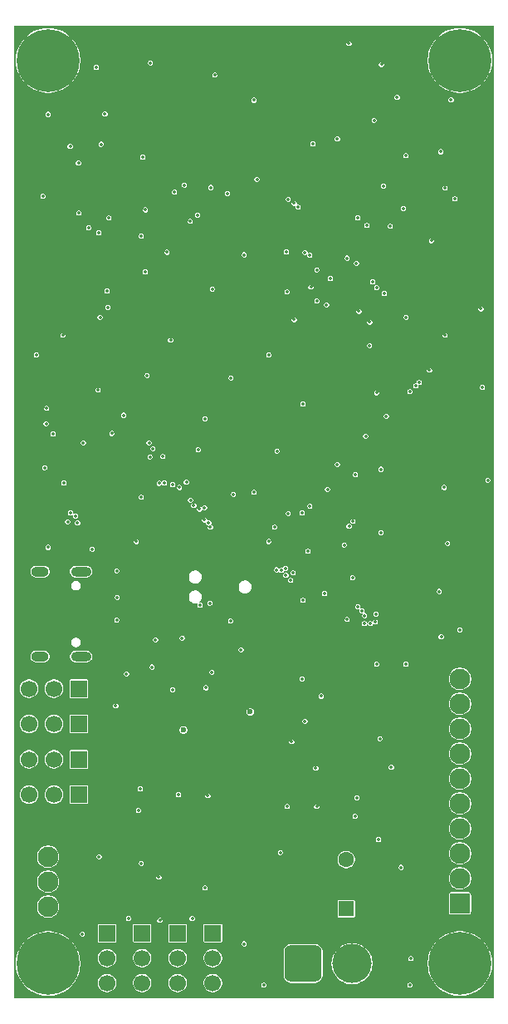
<source format=gbr>
%TF.GenerationSoftware,KiCad,Pcbnew,9.0.1*%
%TF.CreationDate,2025-05-10T22:35:42-04:00*%
%TF.ProjectId,CRVFCU,43525646-4355-42e6-9b69-6361645f7063,rev?*%
%TF.SameCoordinates,Original*%
%TF.FileFunction,Copper,L3,Inr*%
%TF.FilePolarity,Positive*%
%FSLAX46Y46*%
G04 Gerber Fmt 4.6, Leading zero omitted, Abs format (unit mm)*
G04 Created by KiCad (PCBNEW 9.0.1) date 2025-05-10 22:35:42*
%MOMM*%
%LPD*%
G01*
G04 APERTURE LIST*
G04 Aperture macros list*
%AMRoundRect*
0 Rectangle with rounded corners*
0 $1 Rounding radius*
0 $2 $3 $4 $5 $6 $7 $8 $9 X,Y pos of 4 corners*
0 Add a 4 corners polygon primitive as box body*
4,1,4,$2,$3,$4,$5,$6,$7,$8,$9,$2,$3,0*
0 Add four circle primitives for the rounded corners*
1,1,$1+$1,$2,$3*
1,1,$1+$1,$4,$5*
1,1,$1+$1,$6,$7*
1,1,$1+$1,$8,$9*
0 Add four rect primitives between the rounded corners*
20,1,$1+$1,$2,$3,$4,$5,0*
20,1,$1+$1,$4,$5,$6,$7,0*
20,1,$1+$1,$6,$7,$8,$9,0*
20,1,$1+$1,$8,$9,$2,$3,0*%
G04 Aperture macros list end*
%TA.AperFunction,ComponentPad*%
%ADD10R,1.600000X1.600000*%
%TD*%
%TA.AperFunction,ComponentPad*%
%ADD11C,1.600000*%
%TD*%
%TA.AperFunction,ComponentPad*%
%ADD12RoundRect,0.760000X-1.140000X-1.140000X1.140000X-1.140000X1.140000X1.140000X-1.140000X1.140000X0*%
%TD*%
%TA.AperFunction,ComponentPad*%
%ADD13C,4.000000*%
%TD*%
%TA.AperFunction,ComponentPad*%
%ADD14RoundRect,0.250001X0.799999X-0.799999X0.799999X0.799999X-0.799999X0.799999X-0.799999X-0.799999X0*%
%TD*%
%TA.AperFunction,ComponentPad*%
%ADD15C,2.100000*%
%TD*%
%TA.AperFunction,ComponentPad*%
%ADD16C,6.400000*%
%TD*%
%TA.AperFunction,HeatsinkPad*%
%ADD17O,2.100000X1.000000*%
%TD*%
%TA.AperFunction,HeatsinkPad*%
%ADD18O,1.800000X1.000000*%
%TD*%
%TA.AperFunction,ComponentPad*%
%ADD19RoundRect,0.250001X-0.799999X0.799999X-0.799999X-0.799999X0.799999X-0.799999X0.799999X0.799999X0*%
%TD*%
%TA.AperFunction,ComponentPad*%
%ADD20R,1.700000X1.700000*%
%TD*%
%TA.AperFunction,ComponentPad*%
%ADD21C,1.700000*%
%TD*%
%TA.AperFunction,ViaPad*%
%ADD22C,0.350000*%
%TD*%
%TA.AperFunction,ViaPad*%
%ADD23C,0.600000*%
%TD*%
G04 APERTURE END LIST*
D10*
%TO.N,VBAT*%
%TO.C,C1*%
X74400000Y-110402651D03*
D11*
%TO.N,GND*%
X74400000Y-105402651D03*
%TD*%
D12*
%TO.N,GND*%
%TO.C,BATT1*%
X70000000Y-116000000D03*
D13*
%TO.N,VBAT*%
X75000000Y-116000000D03*
%TD*%
D14*
%TO.N,VBAT*%
%TO.C,PYRO_TERM1*%
X86000000Y-109860000D03*
D15*
%TO.N,/VPYRO*%
X86000000Y-107320000D03*
X86000000Y-104780000D03*
%TO.N,/PYO0*%
X86000000Y-102240000D03*
%TO.N,/PYO1*%
X86000000Y-99700000D03*
%TO.N,/VPYRO*%
X86000000Y-97160000D03*
X86000000Y-94620000D03*
%TO.N,/PYO2*%
X86000000Y-92080000D03*
%TO.N,/PYO3*%
X86000000Y-89540000D03*
%TO.N,/VPYRO*%
X86000000Y-87000000D03*
%TD*%
D16*
%TO.N,GND*%
%TO.C,H2*%
X86000000Y-24000000D03*
%TD*%
%TO.N,GND*%
%TO.C,H3*%
X44000000Y-24000000D03*
%TD*%
D17*
%TO.N,GND*%
%TO.C,J3*%
X47355000Y-76080000D03*
D18*
X43175000Y-76080000D03*
D17*
X47355000Y-84720000D03*
D18*
X43175000Y-84720000D03*
%TD*%
D19*
%TO.N,+3V3*%
%TO.C,ARM1*%
X44000000Y-102580000D03*
D15*
%TO.N,Net-(ARM1-Pin_2)*%
X44000000Y-105120000D03*
%TO.N,+8V4*%
X44000000Y-107660000D03*
%TO.N,VBAT*%
X44000000Y-110200000D03*
%TD*%
D16*
%TO.N,GND*%
%TO.C,H4*%
X86000000Y-116000000D03*
%TD*%
%TO.N,GND*%
%TO.C,H1*%
X44000000Y-116000000D03*
%TD*%
D20*
%TO.N,/SRVO_0*%
%TO.C,PWM0*%
X47140000Y-88000001D03*
D21*
%TO.N,+8V4*%
X44600000Y-88000001D03*
%TO.N,GND*%
X42060000Y-88000001D03*
%TD*%
D20*
%TO.N,/SRVO_3*%
%TO.C,PWM3*%
X47140000Y-98800000D03*
D21*
%TO.N,+8V4*%
X44600000Y-98800000D03*
%TO.N,GND*%
X42060000Y-98800000D03*
%TD*%
D20*
%TO.N,/SRVO_2*%
%TO.C,PWM2*%
X47140000Y-95200000D03*
D21*
%TO.N,+8V4*%
X44600000Y-95200000D03*
%TO.N,GND*%
X42060000Y-95200000D03*
%TD*%
D20*
%TO.N,/SRVO_1*%
%TO.C,PWM1*%
X47140000Y-91600000D03*
D21*
%TO.N,+8V4*%
X44600000Y-91600000D03*
%TO.N,GND*%
X42060000Y-91600000D03*
%TD*%
D20*
%TO.N,/SRVO_7*%
%TO.C,PWM7*%
X60799999Y-112900000D03*
D21*
%TO.N,+8V4*%
X60799999Y-115440000D03*
%TO.N,GND*%
X60799999Y-117980000D03*
%TD*%
D20*
%TO.N,/SRVO_6*%
%TO.C,PWM6*%
X57200000Y-112900000D03*
D21*
%TO.N,+8V4*%
X57200000Y-115440000D03*
%TO.N,GND*%
X57200000Y-117980000D03*
%TD*%
D20*
%TO.N,/SRVO_5*%
%TO.C,PWM5*%
X53600001Y-112900000D03*
D21*
%TO.N,+8V4*%
X53600001Y-115440000D03*
%TO.N,GND*%
X53600001Y-117980000D03*
%TD*%
D20*
%TO.N,/SRVO_4*%
%TO.C,PWM4*%
X50000000Y-112900000D03*
D21*
%TO.N,+8V4*%
X50000000Y-115440000D03*
%TO.N,GND*%
X50000000Y-117980000D03*
%TD*%
D22*
%TO.N,GND*%
X55300000Y-107200000D03*
X55400000Y-111600000D03*
X58700000Y-111400000D03*
X52200000Y-111400000D03*
X68739168Y-76970001D03*
X72200000Y-78300000D03*
X72500000Y-67700000D03*
X78200000Y-36800000D03*
X80238155Y-39080400D03*
X44000000Y-73600000D03*
X48500000Y-73800000D03*
X46300000Y-70100000D03*
X47000000Y-71100000D03*
X46800000Y-70400000D03*
X46000000Y-71000000D03*
X70200000Y-91300000D03*
X71300000Y-96100000D03*
X71400000Y-100000000D03*
X80900000Y-118200000D03*
X66000000Y-118200000D03*
X43794658Y-60987668D03*
X68300000Y-43500000D03*
X72800000Y-46200000D03*
X72400000Y-48900000D03*
X71409419Y-48494196D03*
X69100000Y-50400000D03*
X64000000Y-43800000D03*
X53500000Y-41900000D03*
X48900000Y-24700000D03*
X88300000Y-57300000D03*
X83900000Y-78100000D03*
X84100000Y-82700000D03*
X69900000Y-87000000D03*
X63686586Y-84032157D03*
X57670219Y-82834820D03*
X50901806Y-89751664D03*
X60708089Y-86308085D03*
X54600000Y-85800000D03*
X60100000Y-87900000D03*
X56700000Y-88100000D03*
X60300000Y-98900000D03*
X53200000Y-100400000D03*
X53400000Y-98200000D03*
X57300000Y-98800000D03*
%TO.N,Net-(5V_PWR1-K)*%
X68390000Y-100000000D03*
%TO.N,GND*%
X53500000Y-105800000D03*
X80000000Y-106200000D03*
X75300000Y-101000000D03*
X75500000Y-99100000D03*
X50008577Y-47491423D03*
%TO.N,+3V3*%
X69990000Y-105400000D03*
%TO.N,Net-(3V3_PWR1-K)*%
X67690000Y-104700000D03*
%TO.N,GND*%
X77700000Y-103350000D03*
X57900000Y-36700000D03*
X56900000Y-37400000D03*
X60500000Y-79300000D03*
X62600000Y-81100000D03*
X69900000Y-70100000D03*
X70700000Y-69400000D03*
X73500000Y-32000000D03*
X71000000Y-32500000D03*
X59500000Y-79500000D03*
X50500000Y-62000000D03*
X53500000Y-68500000D03*
X65000000Y-68000000D03*
X60000000Y-60500000D03*
X56500000Y-52500000D03*
X66500000Y-54000000D03*
X70000000Y-59000000D03*
X84500000Y-52000000D03*
X83089966Y-42349658D03*
X84500000Y-37000000D03*
X61000000Y-25500000D03*
X44000000Y-29500000D03*
X45500000Y-52000000D03*
X53000000Y-73000000D03*
X47500000Y-113000000D03*
X64000000Y-114000000D03*
X81000000Y-115500000D03*
X52000000Y-86500000D03*
X80500000Y-85500000D03*
X77500000Y-85500000D03*
X71850000Y-88750000D03*
X79000000Y-96000000D03*
X66500000Y-73000000D03*
X70500000Y-74000000D03*
X70000000Y-79000000D03*
X86000000Y-82000000D03*
X51000000Y-76000000D03*
X51000000Y-81000000D03*
X54965859Y-83003832D03*
%TO.N,+3V3*%
X75000000Y-48000000D03*
%TO.N,GND*%
X43466318Y-37828385D03*
X45741401Y-26427693D03*
X54437272Y-24253725D03*
X65000000Y-28050000D03*
X74685507Y-22281987D03*
X78000000Y-24400000D03*
X79600000Y-27750000D03*
X77250000Y-30100000D03*
X80499607Y-33707957D03*
X84050000Y-33300000D03*
X85100000Y-28000000D03*
X88150000Y-49300000D03*
X77950000Y-65650000D03*
X77950000Y-72100000D03*
X75050000Y-76700000D03*
X67350000Y-63800000D03*
X76793760Y-53043945D03*
X62650330Y-56342815D03*
X60750000Y-47300000D03*
X54100000Y-56100000D03*
X45600000Y-67050000D03*
X47600000Y-62950000D03*
X44500000Y-62050000D03*
X43850000Y-59450000D03*
X42800000Y-54000000D03*
%TO.N,/BUZZ*%
X74700000Y-71450000D03*
X68850000Y-93400000D03*
%TO.N,/ARM*%
X54400000Y-64400000D03*
%TO.N,+5V*%
X85500000Y-38100000D03*
%TO.N,/SRVI_7*%
X55325000Y-67075000D03*
%TO.N,/SRVI_6*%
X55861988Y-67045505D03*
%TO.N,/SRVI_5*%
X56714420Y-67200000D03*
%TO.N,/SRVI_4*%
X57400000Y-67500000D03*
%TO.N,/SRVI_3*%
X58527447Y-68800000D03*
%TO.N,/SRVI_2*%
X58850000Y-69350000D03*
%TO.N,/SRVI_1*%
X59950000Y-70800000D03*
%TO.N,/SRVI_0*%
X60377687Y-71108521D03*
%TO.N,/SRV_OE*%
X60550000Y-71550000D03*
%TO.N,+3V3*%
X81300000Y-63850000D03*
%TO.N,GND*%
X77850000Y-93100000D03*
%TO.N,/PYC0*%
X74500000Y-80950000D03*
%TO.N,/PYR0*%
X75600000Y-79650000D03*
%TO.N,/PYR1*%
X76000000Y-80050000D03*
%TO.N,/PYC1*%
X76278000Y-80550000D03*
%TO.N,/PYC2*%
X76265832Y-81365832D03*
%TO.N,/PYR2*%
X76869167Y-81369167D03*
%TO.N,/PYR3*%
X77384415Y-81202817D03*
%TO.N,/PYC3*%
X77450000Y-80400000D03*
%TO.N,Net-(LED1-K)*%
X78900000Y-40900000D03*
%TO.N,/NEOPIX*%
X75450000Y-44650000D03*
D23*
%TO.N,+5V*%
X64610000Y-90350000D03*
D22*
%TO.N,+8V4*%
X43650000Y-65500000D03*
%TO.N,+3V3*%
X44500000Y-65500000D03*
X44200000Y-59950000D03*
X43150000Y-59850000D03*
X44050000Y-45800000D03*
X51050000Y-45850000D03*
X75900000Y-29550000D03*
%TO.N,GND*%
X74200000Y-73350000D03*
X88850000Y-66750000D03*
X84400000Y-67500000D03*
X75350000Y-66200000D03*
X75100000Y-70950000D03*
X84750000Y-73200000D03*
%TO.N,+3V3*%
X65720000Y-81000000D03*
X63220000Y-76300000D03*
%TO.N,/MAG_CS*%
X58500000Y-40400000D03*
%TO.N,/SCK*%
X47100000Y-34450000D03*
X46250000Y-32750000D03*
%TO.N,/IMU_CS*%
X59250000Y-39750000D03*
%TO.N,/IMU_INT*%
X60600000Y-36950000D03*
X53650000Y-33850000D03*
%TO.N,/SD_DET*%
X69000000Y-76200000D03*
%TO.N,/SD_DAT2*%
X67300000Y-75900000D03*
%TO.N,/SD_DAT3*%
X67800000Y-75950000D03*
%TO.N,/SD_CMD*%
X68250000Y-76450000D03*
%TO.N,/SD_CLK*%
X68224855Y-75737572D03*
%TO.N,/SD_DAT0*%
X59450000Y-69700000D03*
%TO.N,/SD_DAT1*%
X59950000Y-69550000D03*
%TO.N,+3V3*%
X74325001Y-76425000D03*
X69425000Y-76524999D03*
X70850000Y-71950000D03*
X48700000Y-50950000D03*
%TO.N,GND*%
X50100001Y-49150000D03*
%TO.N,+3V3*%
X49900000Y-49950000D03*
%TO.N,GND*%
X49300000Y-50150000D03*
%TO.N,+3V3*%
X48700000Y-57150000D03*
%TO.N,GND*%
X49112428Y-57574855D03*
%TO.N,+3V3*%
X51300000Y-59750000D03*
%TO.N,GND*%
X51700000Y-60150000D03*
%TO.N,+3V3*%
X56300000Y-64750000D03*
%TO.N,GND*%
X73500000Y-65150000D03*
%TO.N,+3V3*%
X73900000Y-64750000D03*
%TO.N,GND*%
X55700001Y-64350000D03*
%TO.N,/VLXSMPS*%
X77500000Y-47150000D03*
%TO.N,Net-(U2-PDR_ON)*%
X81835878Y-56814122D03*
%TO.N,GND*%
X78300000Y-47750000D03*
%TO.N,Net-(C13-Pad1)*%
X80900000Y-57750000D03*
%TO.N,+3V3*%
X82171756Y-56478244D03*
%TO.N,/VDDSMPS*%
X77100000Y-46550000D03*
%TO.N,GND*%
X81500000Y-57150000D03*
X75700000Y-49550000D03*
%TO.N,/VDDA*%
X68500000Y-38150000D03*
%TO.N,+3V3*%
X65500000Y-38350000D03*
%TO.N,GND*%
X54700000Y-63550000D03*
X58100000Y-66950000D03*
%TO.N,+3V3*%
X58900000Y-67550000D03*
%TO.N,GND*%
X53912428Y-45525145D03*
X65300000Y-36100000D03*
%TO.N,+3V3*%
X61900001Y-37950000D03*
%TO.N,GND*%
X62300000Y-37550000D03*
%TO.N,+3V3*%
X65699999Y-37350000D03*
X73900000Y-43550000D03*
X80299999Y-49750000D03*
%TO.N,GND*%
X80512428Y-50174855D03*
X76800000Y-50650000D03*
%TO.N,+3V3*%
X76124855Y-49762428D03*
%TO.N,GND*%
X74500000Y-44150000D03*
X82900000Y-55549999D03*
%TO.N,Net-(C14-Pad1)*%
X67100000Y-71550000D03*
%TO.N,+3V3*%
X67700000Y-70749999D03*
%TO.N,GND*%
X68500000Y-70150000D03*
%TO.N,/QSPI_IO1*%
X70700000Y-43850000D03*
%TO.N,/QSPI_CLK*%
X70200000Y-43550000D03*
%TO.N,/QSPI_IO2*%
X70800000Y-47085771D03*
%TO.N,/QSPI_IO0*%
X68362578Y-47587421D03*
%TO.N,/QSPI_IO3*%
X71412579Y-45337421D03*
%TO.N,/FLASH_CS*%
X59300000Y-63650000D03*
%TO.N,Net-(U2-BOOT0)*%
X77499999Y-57850000D03*
%TO.N,Net-(SW2-B)*%
X78500000Y-60250000D03*
%TO.N,+3V3*%
X55700000Y-43750000D03*
%TO.N,GND*%
X56124855Y-43537573D03*
%TO.N,+3V3*%
X60700000Y-69349999D03*
X53700000Y-45950000D03*
%TO.N,GND*%
X62900000Y-68200000D03*
X76387572Y-62274855D03*
%TO.N,+3V3*%
X76600000Y-61850000D03*
%TO.N,GND*%
X51050001Y-78700000D03*
%TO.N,/VDD12DSI*%
X54300001Y-62950000D03*
%TO.N,GND*%
X69500000Y-38950000D03*
%TO.N,Net-(U2-VREF+)*%
X69100000Y-38550001D03*
%TO.N,+3V3*%
X69410928Y-44935771D03*
X73710928Y-47135771D03*
X73810928Y-37535770D03*
%TO.N,/IMU_CS*%
X49800000Y-29450000D03*
%TO.N,+3V3*%
X50700000Y-32650000D03*
%TO.N,GND*%
X49400000Y-32550000D03*
%TO.N,+3V3*%
X48500000Y-32650000D03*
X57500000Y-31050000D03*
%TO.N,GND*%
X60000000Y-108300000D03*
%TO.N,+3V3*%
X63700000Y-108000000D03*
%TO.N,Net-(ARM1-Pin_2)*%
X49200000Y-105100000D03*
%TO.N,GND*%
X49170000Y-41550000D03*
%TO.N,+3V3*%
X49330000Y-38150000D03*
%TO.N,GND*%
X50200000Y-40050000D03*
%TO.N,+3V3*%
X49830000Y-39450000D03*
%TO.N,Net-(U3-C1)*%
X48130000Y-41050000D03*
%TO.N,+3V3*%
X46430000Y-39550000D03*
%TO.N,/MAG_CS*%
X47130000Y-39550000D03*
%TO.N,+3V3*%
X53925000Y-35625000D03*
X54025000Y-38125000D03*
%TO.N,/ALT_CS*%
X53925000Y-39225000D03*
D23*
%TO.N,+5V*%
X57800000Y-92200000D03*
%TO.N,+3V3*%
X63000000Y-101300000D03*
X58600000Y-100400000D03*
X58400000Y-102300000D03*
D22*
%TO.N,Net-(NEOPIX1-DIN)*%
X76505635Y-40812132D03*
%TO.N,+5V*%
X75586396Y-40034315D03*
%TD*%
%TA.AperFunction,Conductor*%
%TO.N,+3V3*%
G36*
X89486613Y-20513387D02*
G01*
X89499500Y-20544500D01*
X89499500Y-119455500D01*
X89486613Y-119486613D01*
X89455500Y-119499500D01*
X40544500Y-119499500D01*
X40513387Y-119486613D01*
X40500500Y-119455500D01*
X40500500Y-115838345D01*
X40709500Y-115838345D01*
X40709500Y-116161654D01*
X40741189Y-116483392D01*
X40741189Y-116483394D01*
X40804265Y-116800499D01*
X40898109Y-117109863D01*
X40898112Y-117109871D01*
X40898113Y-117109873D01*
X40958434Y-117255502D01*
X41021840Y-117408576D01*
X41021841Y-117408577D01*
X41174239Y-117693692D01*
X41174243Y-117693699D01*
X41353856Y-117962510D01*
X41353865Y-117962522D01*
X41558953Y-118212421D01*
X41558960Y-118212429D01*
X41787571Y-118441040D01*
X41787576Y-118441044D01*
X41787578Y-118441046D01*
X42037477Y-118646134D01*
X42037489Y-118646143D01*
X42306300Y-118825756D01*
X42306303Y-118825758D01*
X42306305Y-118825759D01*
X42415933Y-118884357D01*
X42591422Y-118978158D01*
X42591423Y-118978159D01*
X42591425Y-118978160D01*
X42591433Y-118978164D01*
X42890127Y-119101887D01*
X42890133Y-119101888D01*
X42890136Y-119101890D01*
X43199500Y-119195734D01*
X43199510Y-119195737D01*
X43516601Y-119258810D01*
X43838348Y-119290500D01*
X44161652Y-119290500D01*
X44483399Y-119258810D01*
X44800490Y-119195737D01*
X45109873Y-119101887D01*
X45408567Y-118978164D01*
X45693695Y-118825759D01*
X45962512Y-118646142D01*
X46212429Y-118441040D01*
X46441040Y-118212429D01*
X46646142Y-117962512D01*
X46696350Y-117887369D01*
X49059500Y-117887369D01*
X49059500Y-118072631D01*
X49071761Y-118134271D01*
X49095643Y-118254334D01*
X49166539Y-118425494D01*
X49166538Y-118425494D01*
X49193270Y-118465500D01*
X49269466Y-118579534D01*
X49400466Y-118710534D01*
X49452046Y-118744999D01*
X49554505Y-118813461D01*
X49625401Y-118842826D01*
X49725666Y-118884357D01*
X49907369Y-118920500D01*
X49907372Y-118920500D01*
X50092627Y-118920500D01*
X50092631Y-118920500D01*
X50274334Y-118884357D01*
X50445494Y-118813461D01*
X50599534Y-118710534D01*
X50730534Y-118579534D01*
X50833461Y-118425494D01*
X50904357Y-118254334D01*
X50940500Y-118072631D01*
X50940500Y-117887369D01*
X52659501Y-117887369D01*
X52659501Y-118072631D01*
X52671762Y-118134271D01*
X52695644Y-118254334D01*
X52766540Y-118425494D01*
X52766539Y-118425494D01*
X52793271Y-118465500D01*
X52869467Y-118579534D01*
X53000467Y-118710534D01*
X53052047Y-118744999D01*
X53154506Y-118813461D01*
X53225402Y-118842826D01*
X53325667Y-118884357D01*
X53507370Y-118920500D01*
X53507373Y-118920500D01*
X53692628Y-118920500D01*
X53692632Y-118920500D01*
X53874335Y-118884357D01*
X54045495Y-118813461D01*
X54199535Y-118710534D01*
X54330535Y-118579534D01*
X54433462Y-118425494D01*
X54504358Y-118254334D01*
X54540501Y-118072631D01*
X54540501Y-117887369D01*
X56259500Y-117887369D01*
X56259500Y-118072631D01*
X56271761Y-118134271D01*
X56295643Y-118254334D01*
X56366539Y-118425494D01*
X56366538Y-118425494D01*
X56393270Y-118465500D01*
X56469466Y-118579534D01*
X56600466Y-118710534D01*
X56652046Y-118744999D01*
X56754505Y-118813461D01*
X56825401Y-118842826D01*
X56925666Y-118884357D01*
X57107369Y-118920500D01*
X57107372Y-118920500D01*
X57292627Y-118920500D01*
X57292631Y-118920500D01*
X57474334Y-118884357D01*
X57645494Y-118813461D01*
X57799534Y-118710534D01*
X57930534Y-118579534D01*
X58033461Y-118425494D01*
X58104357Y-118254334D01*
X58140500Y-118072631D01*
X58140500Y-117887369D01*
X59859499Y-117887369D01*
X59859499Y-118072631D01*
X59871760Y-118134271D01*
X59895642Y-118254334D01*
X59966538Y-118425494D01*
X59966537Y-118425494D01*
X59993269Y-118465500D01*
X60069465Y-118579534D01*
X60200465Y-118710534D01*
X60252045Y-118744999D01*
X60354504Y-118813461D01*
X60425400Y-118842826D01*
X60525665Y-118884357D01*
X60707368Y-118920500D01*
X60707371Y-118920500D01*
X60892626Y-118920500D01*
X60892630Y-118920500D01*
X61074333Y-118884357D01*
X61245493Y-118813461D01*
X61399533Y-118710534D01*
X61530533Y-118579534D01*
X61633460Y-118425494D01*
X61704356Y-118254334D01*
X61725668Y-118147189D01*
X65734500Y-118147189D01*
X65734500Y-118252811D01*
X65774920Y-118350393D01*
X65849607Y-118425080D01*
X65947189Y-118465500D01*
X65947190Y-118465500D01*
X66052810Y-118465500D01*
X66052811Y-118465500D01*
X66150393Y-118425080D01*
X66225080Y-118350393D01*
X66265500Y-118252811D01*
X66265500Y-118147189D01*
X80634500Y-118147189D01*
X80634500Y-118252811D01*
X80674920Y-118350393D01*
X80749607Y-118425080D01*
X80847189Y-118465500D01*
X80847190Y-118465500D01*
X80952810Y-118465500D01*
X80952811Y-118465500D01*
X81050393Y-118425080D01*
X81125080Y-118350393D01*
X81165500Y-118252811D01*
X81165500Y-118147189D01*
X81125080Y-118049607D01*
X81050393Y-117974920D01*
X80952811Y-117934500D01*
X80847189Y-117934500D01*
X80749607Y-117974920D01*
X80674920Y-118049607D01*
X80634500Y-118147189D01*
X66265500Y-118147189D01*
X66225080Y-118049607D01*
X66150393Y-117974920D01*
X66052811Y-117934500D01*
X65947189Y-117934500D01*
X65849607Y-117974920D01*
X65774920Y-118049607D01*
X65734500Y-118147189D01*
X61725668Y-118147189D01*
X61740499Y-118072631D01*
X61740499Y-117887369D01*
X61704356Y-117705666D01*
X61633460Y-117534506D01*
X61633459Y-117534505D01*
X61633460Y-117534505D01*
X61549316Y-117408577D01*
X61530533Y-117380466D01*
X61399533Y-117249466D01*
X61346386Y-117213954D01*
X61245493Y-117146538D01*
X61074333Y-117075643D01*
X60892630Y-117039500D01*
X60707368Y-117039500D01*
X60571090Y-117066607D01*
X60525664Y-117075643D01*
X60354504Y-117146538D01*
X60200467Y-117249464D01*
X60069463Y-117380468D01*
X59966537Y-117534505D01*
X59895642Y-117705665D01*
X59895642Y-117705666D01*
X59859499Y-117887369D01*
X58140500Y-117887369D01*
X58104357Y-117705666D01*
X58033461Y-117534506D01*
X58033460Y-117534505D01*
X58033461Y-117534505D01*
X57949317Y-117408577D01*
X57930534Y-117380466D01*
X57799534Y-117249466D01*
X57746387Y-117213954D01*
X57645494Y-117146538D01*
X57474334Y-117075643D01*
X57292631Y-117039500D01*
X57107369Y-117039500D01*
X56971091Y-117066607D01*
X56925665Y-117075643D01*
X56754505Y-117146538D01*
X56600468Y-117249464D01*
X56469464Y-117380468D01*
X56366538Y-117534505D01*
X56295643Y-117705665D01*
X56295643Y-117705666D01*
X56259500Y-117887369D01*
X54540501Y-117887369D01*
X54504358Y-117705666D01*
X54433462Y-117534506D01*
X54433461Y-117534505D01*
X54433462Y-117534505D01*
X54349318Y-117408577D01*
X54330535Y-117380466D01*
X54199535Y-117249466D01*
X54146388Y-117213954D01*
X54045495Y-117146538D01*
X53874335Y-117075643D01*
X53692632Y-117039500D01*
X53507370Y-117039500D01*
X53371092Y-117066607D01*
X53325666Y-117075643D01*
X53154506Y-117146538D01*
X53000469Y-117249464D01*
X52869465Y-117380468D01*
X52766539Y-117534505D01*
X52695644Y-117705665D01*
X52695644Y-117705666D01*
X52659501Y-117887369D01*
X50940500Y-117887369D01*
X50904357Y-117705666D01*
X50833461Y-117534506D01*
X50833460Y-117534505D01*
X50833461Y-117534505D01*
X50749317Y-117408577D01*
X50730534Y-117380466D01*
X50599534Y-117249466D01*
X50546387Y-117213954D01*
X50445494Y-117146538D01*
X50274334Y-117075643D01*
X50092631Y-117039500D01*
X49907369Y-117039500D01*
X49771091Y-117066607D01*
X49725665Y-117075643D01*
X49554505Y-117146538D01*
X49400468Y-117249464D01*
X49269464Y-117380468D01*
X49166538Y-117534505D01*
X49095643Y-117705665D01*
X49095643Y-117705666D01*
X49059500Y-117887369D01*
X46696350Y-117887369D01*
X46701985Y-117878936D01*
X46714129Y-117860762D01*
X46791518Y-117744940D01*
X46825759Y-117693695D01*
X46978164Y-117408567D01*
X47101887Y-117109873D01*
X47195737Y-116800490D01*
X47258810Y-116483399D01*
X47290500Y-116161652D01*
X47290500Y-115838348D01*
X47258810Y-115516601D01*
X47225148Y-115347369D01*
X49059500Y-115347369D01*
X49059500Y-115532631D01*
X49095643Y-115714334D01*
X49166539Y-115885494D01*
X49166538Y-115885494D01*
X49268997Y-116038833D01*
X49269466Y-116039534D01*
X49400466Y-116170534D01*
X49452046Y-116204999D01*
X49554505Y-116273461D01*
X49625401Y-116302826D01*
X49725666Y-116344357D01*
X49907369Y-116380500D01*
X49907372Y-116380500D01*
X50092627Y-116380500D01*
X50092631Y-116380500D01*
X50274334Y-116344357D01*
X50445494Y-116273461D01*
X50599534Y-116170534D01*
X50730534Y-116039534D01*
X50833461Y-115885494D01*
X50904357Y-115714334D01*
X50940500Y-115532631D01*
X50940500Y-115347369D01*
X52659501Y-115347369D01*
X52659501Y-115532631D01*
X52695644Y-115714334D01*
X52766540Y-115885494D01*
X52766539Y-115885494D01*
X52868998Y-116038833D01*
X52869467Y-116039534D01*
X53000467Y-116170534D01*
X53052047Y-116204999D01*
X53154506Y-116273461D01*
X53225402Y-116302826D01*
X53325667Y-116344357D01*
X53507370Y-116380500D01*
X53507373Y-116380500D01*
X53692628Y-116380500D01*
X53692632Y-116380500D01*
X53874335Y-116344357D01*
X54045495Y-116273461D01*
X54199535Y-116170534D01*
X54330535Y-116039534D01*
X54433462Y-115885494D01*
X54504358Y-115714334D01*
X54540501Y-115532631D01*
X54540501Y-115347369D01*
X56259500Y-115347369D01*
X56259500Y-115532631D01*
X56295643Y-115714334D01*
X56366539Y-115885494D01*
X56366538Y-115885494D01*
X56468997Y-116038833D01*
X56469466Y-116039534D01*
X56600466Y-116170534D01*
X56652046Y-116204999D01*
X56754505Y-116273461D01*
X56825401Y-116302826D01*
X56925666Y-116344357D01*
X57107369Y-116380500D01*
X57107372Y-116380500D01*
X57292627Y-116380500D01*
X57292631Y-116380500D01*
X57474334Y-116344357D01*
X57645494Y-116273461D01*
X57799534Y-116170534D01*
X57930534Y-116039534D01*
X58033461Y-115885494D01*
X58104357Y-115714334D01*
X58140500Y-115532631D01*
X58140500Y-115347369D01*
X59859499Y-115347369D01*
X59859499Y-115532631D01*
X59895642Y-115714334D01*
X59966538Y-115885494D01*
X59966537Y-115885494D01*
X60068996Y-116038833D01*
X60069465Y-116039534D01*
X60200465Y-116170534D01*
X60252045Y-116204999D01*
X60354504Y-116273461D01*
X60425400Y-116302826D01*
X60525665Y-116344357D01*
X60707368Y-116380500D01*
X60707371Y-116380500D01*
X60892626Y-116380500D01*
X60892630Y-116380500D01*
X61074333Y-116344357D01*
X61245493Y-116273461D01*
X61399533Y-116170534D01*
X61530533Y-116039534D01*
X61633460Y-115885494D01*
X61704356Y-115714334D01*
X61740499Y-115532631D01*
X61740499Y-115347369D01*
X61704356Y-115165666D01*
X61633460Y-114994506D01*
X61633459Y-114994505D01*
X61633460Y-114994505D01*
X61530534Y-114840468D01*
X61530533Y-114840466D01*
X61476104Y-114786037D01*
X68009500Y-114786037D01*
X68009500Y-117213962D01*
X68012316Y-117255488D01*
X68012318Y-117255502D01*
X68056961Y-117435016D01*
X68056962Y-117435019D01*
X68056963Y-117435021D01*
X68139158Y-117600753D01*
X68255060Y-117744940D01*
X68399247Y-117860842D01*
X68564979Y-117943037D01*
X68744505Y-117987683D01*
X68761121Y-117988809D01*
X68786037Y-117990500D01*
X68786046Y-117990500D01*
X71213963Y-117990500D01*
X71237320Y-117988915D01*
X71255495Y-117987683D01*
X71435021Y-117943037D01*
X71600753Y-117860842D01*
X71744940Y-117744940D01*
X71860842Y-117600753D01*
X71943037Y-117435021D01*
X71987683Y-117255495D01*
X71988997Y-117236109D01*
X71990500Y-117213962D01*
X71990500Y-115862981D01*
X72909500Y-115862981D01*
X72909500Y-116137019D01*
X72921423Y-116227583D01*
X72945269Y-116408713D01*
X72992553Y-116585177D01*
X73016195Y-116673411D01*
X73121064Y-116926589D01*
X73258083Y-117163912D01*
X73424906Y-117381320D01*
X73618680Y-117575094D01*
X73836088Y-117741917D01*
X74073411Y-117878936D01*
X74326589Y-117983805D01*
X74591289Y-118054731D01*
X74862981Y-118090500D01*
X75137019Y-118090500D01*
X75408711Y-118054731D01*
X75673411Y-117983805D01*
X75926589Y-117878936D01*
X76163912Y-117741917D01*
X76381320Y-117575094D01*
X76575094Y-117381320D01*
X76741917Y-117163912D01*
X76878936Y-116926589D01*
X76983805Y-116673411D01*
X77054731Y-116408711D01*
X77090500Y-116137019D01*
X77090500Y-115862981D01*
X77087257Y-115838345D01*
X82709500Y-115838345D01*
X82709500Y-116161654D01*
X82741189Y-116483392D01*
X82741189Y-116483394D01*
X82804265Y-116800499D01*
X82898109Y-117109863D01*
X82898112Y-117109871D01*
X82898113Y-117109873D01*
X82958434Y-117255502D01*
X83021840Y-117408576D01*
X83021841Y-117408577D01*
X83174239Y-117693692D01*
X83174243Y-117693699D01*
X83353856Y-117962510D01*
X83353865Y-117962522D01*
X83558953Y-118212421D01*
X83558960Y-118212429D01*
X83787571Y-118441040D01*
X83787576Y-118441044D01*
X83787578Y-118441046D01*
X84037477Y-118646134D01*
X84037489Y-118646143D01*
X84306300Y-118825756D01*
X84306303Y-118825758D01*
X84306305Y-118825759D01*
X84415933Y-118884357D01*
X84591422Y-118978158D01*
X84591423Y-118978159D01*
X84591425Y-118978160D01*
X84591433Y-118978164D01*
X84890127Y-119101887D01*
X84890133Y-119101888D01*
X84890136Y-119101890D01*
X85199500Y-119195734D01*
X85199510Y-119195737D01*
X85516601Y-119258810D01*
X85838348Y-119290500D01*
X86161652Y-119290500D01*
X86483399Y-119258810D01*
X86800490Y-119195737D01*
X87109873Y-119101887D01*
X87408567Y-118978164D01*
X87693695Y-118825759D01*
X87962512Y-118646142D01*
X88212429Y-118441040D01*
X88441040Y-118212429D01*
X88646142Y-117962512D01*
X88825759Y-117693695D01*
X88978164Y-117408567D01*
X89101887Y-117109873D01*
X89195737Y-116800490D01*
X89258810Y-116483399D01*
X89290500Y-116161652D01*
X89290500Y-115838348D01*
X89258810Y-115516601D01*
X89195737Y-115199510D01*
X89157486Y-115073412D01*
X89101890Y-114890136D01*
X89101888Y-114890133D01*
X89101887Y-114890127D01*
X88978164Y-114591433D01*
X88825759Y-114306305D01*
X88793538Y-114258083D01*
X88646143Y-114037489D01*
X88646134Y-114037477D01*
X88441046Y-113787578D01*
X88441044Y-113787576D01*
X88441040Y-113787571D01*
X88212429Y-113558960D01*
X88212423Y-113558955D01*
X88212421Y-113558953D01*
X87962522Y-113353865D01*
X87962510Y-113353856D01*
X87693699Y-113174243D01*
X87693692Y-113174239D01*
X87408577Y-113021841D01*
X87408576Y-113021840D01*
X87408569Y-113021837D01*
X87408567Y-113021836D01*
X87109873Y-112898113D01*
X87109871Y-112898112D01*
X87109863Y-112898109D01*
X86800499Y-112804265D01*
X86800492Y-112804263D01*
X86800490Y-112804263D01*
X86483399Y-112741190D01*
X86483397Y-112741189D01*
X86483393Y-112741189D01*
X86161654Y-112709500D01*
X86161652Y-112709500D01*
X85838348Y-112709500D01*
X85838345Y-112709500D01*
X85516607Y-112741189D01*
X85516605Y-112741189D01*
X85199500Y-112804265D01*
X84890136Y-112898109D01*
X84591423Y-113021840D01*
X84591422Y-113021841D01*
X84306307Y-113174239D01*
X84306300Y-113174243D01*
X84037489Y-113353856D01*
X84037477Y-113353865D01*
X83787578Y-113558953D01*
X83558953Y-113787578D01*
X83353865Y-114037477D01*
X83353856Y-114037489D01*
X83174243Y-114306300D01*
X83174239Y-114306307D01*
X83021841Y-114591422D01*
X83021840Y-114591423D01*
X82898109Y-114890136D01*
X82804265Y-115199500D01*
X82741189Y-115516605D01*
X82741189Y-115516607D01*
X82709500Y-115838345D01*
X77087257Y-115838345D01*
X77054731Y-115591289D01*
X77034720Y-115516605D01*
X77018010Y-115454243D01*
X77016120Y-115447189D01*
X80734500Y-115447189D01*
X80734500Y-115552811D01*
X80774920Y-115650393D01*
X80849607Y-115725080D01*
X80947189Y-115765500D01*
X80947190Y-115765500D01*
X81052810Y-115765500D01*
X81052811Y-115765500D01*
X81150393Y-115725080D01*
X81225080Y-115650393D01*
X81265500Y-115552811D01*
X81265500Y-115447189D01*
X81225080Y-115349607D01*
X81150393Y-115274920D01*
X81052811Y-115234500D01*
X80947189Y-115234500D01*
X80849607Y-115274920D01*
X80774920Y-115349607D01*
X80734500Y-115447189D01*
X77016120Y-115447189D01*
X77010387Y-115425797D01*
X76983805Y-115326589D01*
X76878936Y-115073411D01*
X76741917Y-114836088D01*
X76575094Y-114618680D01*
X76381320Y-114424906D01*
X76163912Y-114258083D01*
X75926589Y-114121064D01*
X75673411Y-114016195D01*
X75585177Y-113992553D01*
X75408713Y-113945269D01*
X75137019Y-113909500D01*
X74862981Y-113909500D01*
X74591286Y-113945269D01*
X74326589Y-114016195D01*
X74073412Y-114121063D01*
X73836089Y-114258082D01*
X73618684Y-114424902D01*
X73424902Y-114618684D01*
X73258082Y-114836089D01*
X73121063Y-115073412D01*
X73016195Y-115326589D01*
X72945269Y-115591286D01*
X72929070Y-115714334D01*
X72909500Y-115862981D01*
X71990500Y-115862981D01*
X71990500Y-114786037D01*
X71987683Y-114744511D01*
X71987683Y-114744505D01*
X71943037Y-114564979D01*
X71860842Y-114399247D01*
X71744940Y-114255060D01*
X71600753Y-114139158D01*
X71435021Y-114056963D01*
X71435019Y-114056962D01*
X71435016Y-114056961D01*
X71255502Y-114012318D01*
X71255488Y-114012316D01*
X71213963Y-114009500D01*
X71213954Y-114009500D01*
X68786046Y-114009500D01*
X68786037Y-114009500D01*
X68744511Y-114012316D01*
X68744497Y-114012318D01*
X68564983Y-114056961D01*
X68399246Y-114139158D01*
X68255061Y-114255059D01*
X68255059Y-114255061D01*
X68139158Y-114399246D01*
X68056961Y-114564983D01*
X68012318Y-114744497D01*
X68012316Y-114744511D01*
X68009500Y-114786037D01*
X61476104Y-114786037D01*
X61399533Y-114709466D01*
X61398832Y-114708997D01*
X61245493Y-114606538D01*
X61074333Y-114535643D01*
X60892630Y-114499500D01*
X60707368Y-114499500D01*
X60571090Y-114526607D01*
X60525664Y-114535643D01*
X60354504Y-114606538D01*
X60200467Y-114709464D01*
X60069463Y-114840468D01*
X59966537Y-114994505D01*
X59895642Y-115165665D01*
X59895642Y-115165666D01*
X59859499Y-115347369D01*
X58140500Y-115347369D01*
X58104357Y-115165666D01*
X58033461Y-114994506D01*
X58033460Y-114994505D01*
X58033461Y-114994505D01*
X57930535Y-114840468D01*
X57930534Y-114840466D01*
X57799534Y-114709466D01*
X57798833Y-114708997D01*
X57645494Y-114606538D01*
X57474334Y-114535643D01*
X57292631Y-114499500D01*
X57107369Y-114499500D01*
X56971091Y-114526607D01*
X56925665Y-114535643D01*
X56754505Y-114606538D01*
X56600468Y-114709464D01*
X56469464Y-114840468D01*
X56366538Y-114994505D01*
X56295643Y-115165665D01*
X56295643Y-115165666D01*
X56259500Y-115347369D01*
X54540501Y-115347369D01*
X54504358Y-115165666D01*
X54433462Y-114994506D01*
X54433461Y-114994505D01*
X54433462Y-114994505D01*
X54330536Y-114840468D01*
X54330535Y-114840466D01*
X54199535Y-114709466D01*
X54198834Y-114708997D01*
X54045495Y-114606538D01*
X53874335Y-114535643D01*
X53692632Y-114499500D01*
X53507370Y-114499500D01*
X53371092Y-114526607D01*
X53325666Y-114535643D01*
X53154506Y-114606538D01*
X53000469Y-114709464D01*
X52869465Y-114840468D01*
X52766539Y-114994505D01*
X52695644Y-115165665D01*
X52695644Y-115165666D01*
X52659501Y-115347369D01*
X50940500Y-115347369D01*
X50904357Y-115165666D01*
X50833461Y-114994506D01*
X50833460Y-114994505D01*
X50833461Y-114994505D01*
X50730535Y-114840468D01*
X50730534Y-114840466D01*
X50599534Y-114709466D01*
X50598833Y-114708997D01*
X50445494Y-114606538D01*
X50274334Y-114535643D01*
X50092631Y-114499500D01*
X49907369Y-114499500D01*
X49771091Y-114526607D01*
X49725665Y-114535643D01*
X49554505Y-114606538D01*
X49400468Y-114709464D01*
X49269464Y-114840468D01*
X49166538Y-114994505D01*
X49095643Y-115165665D01*
X49095643Y-115165666D01*
X49059500Y-115347369D01*
X47225148Y-115347369D01*
X47195737Y-115199510D01*
X47157486Y-115073412D01*
X47101890Y-114890136D01*
X47101888Y-114890133D01*
X47101887Y-114890127D01*
X46978164Y-114591433D01*
X46825759Y-114306305D01*
X46793538Y-114258083D01*
X46646143Y-114037489D01*
X46646134Y-114037477D01*
X46591387Y-113970768D01*
X46572036Y-113947189D01*
X63734500Y-113947189D01*
X63734500Y-114052811D01*
X63774920Y-114150393D01*
X63849607Y-114225080D01*
X63947189Y-114265500D01*
X63947190Y-114265500D01*
X64052810Y-114265500D01*
X64052811Y-114265500D01*
X64150393Y-114225080D01*
X64225080Y-114150393D01*
X64265500Y-114052811D01*
X64265500Y-113947189D01*
X64225080Y-113849607D01*
X64150393Y-113774920D01*
X64052811Y-113734500D01*
X63947189Y-113734500D01*
X63849607Y-113774920D01*
X63774920Y-113849607D01*
X63734500Y-113947189D01*
X46572036Y-113947189D01*
X46441046Y-113787578D01*
X46441044Y-113787576D01*
X46441040Y-113787571D01*
X46212429Y-113558960D01*
X46212423Y-113558955D01*
X46212421Y-113558953D01*
X45962522Y-113353865D01*
X45962510Y-113353856D01*
X45693699Y-113174243D01*
X45693692Y-113174239D01*
X45408577Y-113021841D01*
X45408576Y-113021840D01*
X45408569Y-113021837D01*
X45408567Y-113021836D01*
X45228353Y-112947189D01*
X47234500Y-112947189D01*
X47234500Y-113052811D01*
X47274920Y-113150393D01*
X47349607Y-113225080D01*
X47447189Y-113265500D01*
X47447190Y-113265500D01*
X47552810Y-113265500D01*
X47552811Y-113265500D01*
X47650393Y-113225080D01*
X47725080Y-113150393D01*
X47765500Y-113052811D01*
X47765500Y-112947189D01*
X47725080Y-112849607D01*
X47650393Y-112774920D01*
X47552811Y-112734500D01*
X47447189Y-112734500D01*
X47349607Y-112774920D01*
X47274920Y-112849607D01*
X47234500Y-112947189D01*
X45228353Y-112947189D01*
X45109873Y-112898113D01*
X45109871Y-112898112D01*
X45109863Y-112898109D01*
X44800499Y-112804265D01*
X44800492Y-112804263D01*
X44800490Y-112804263D01*
X44483399Y-112741190D01*
X44483397Y-112741189D01*
X44483393Y-112741189D01*
X44161654Y-112709500D01*
X44161652Y-112709500D01*
X43838348Y-112709500D01*
X43838345Y-112709500D01*
X43516607Y-112741189D01*
X43516605Y-112741189D01*
X43199500Y-112804265D01*
X42890136Y-112898109D01*
X42591423Y-113021840D01*
X42591422Y-113021841D01*
X42306307Y-113174239D01*
X42306300Y-113174243D01*
X42037489Y-113353856D01*
X42037477Y-113353865D01*
X41787578Y-113558953D01*
X41558953Y-113787578D01*
X41353865Y-114037477D01*
X41353856Y-114037489D01*
X41174243Y-114306300D01*
X41174239Y-114306307D01*
X41021841Y-114591422D01*
X41021840Y-114591423D01*
X40898109Y-114890136D01*
X40804265Y-115199500D01*
X40741189Y-115516605D01*
X40741189Y-115516607D01*
X40709500Y-115838345D01*
X40500500Y-115838345D01*
X40500500Y-112041087D01*
X49059500Y-112041087D01*
X49059500Y-112041088D01*
X49059500Y-112041090D01*
X49059500Y-113758907D01*
X49059501Y-113758914D01*
X49064750Y-113785309D01*
X49064750Y-113785310D01*
X49074684Y-113800177D01*
X49084753Y-113815247D01*
X49114689Y-113835249D01*
X49141087Y-113840500D01*
X50858912Y-113840499D01*
X50885311Y-113835249D01*
X50915247Y-113815247D01*
X50935249Y-113785311D01*
X50940500Y-113758913D01*
X50940499Y-112041088D01*
X50940499Y-112041087D01*
X52659501Y-112041087D01*
X52659501Y-112041088D01*
X52659501Y-112041090D01*
X52659501Y-113758907D01*
X52659502Y-113758914D01*
X52664751Y-113785309D01*
X52664751Y-113785310D01*
X52674685Y-113800177D01*
X52684754Y-113815247D01*
X52714690Y-113835249D01*
X52741088Y-113840500D01*
X54458913Y-113840499D01*
X54485312Y-113835249D01*
X54515248Y-113815247D01*
X54535250Y-113785311D01*
X54540501Y-113758913D01*
X54540500Y-112041088D01*
X54540500Y-112041087D01*
X56259500Y-112041087D01*
X56259500Y-112041088D01*
X56259500Y-112041090D01*
X56259500Y-113758907D01*
X56259501Y-113758914D01*
X56264750Y-113785309D01*
X56264750Y-113785310D01*
X56274684Y-113800177D01*
X56284753Y-113815247D01*
X56314689Y-113835249D01*
X56341087Y-113840500D01*
X58058912Y-113840499D01*
X58085311Y-113835249D01*
X58115247Y-113815247D01*
X58135249Y-113785311D01*
X58140500Y-113758913D01*
X58140499Y-112041088D01*
X58140499Y-112041087D01*
X59859499Y-112041087D01*
X59859499Y-112041088D01*
X59859499Y-112041090D01*
X59859499Y-113758907D01*
X59859500Y-113758914D01*
X59864749Y-113785309D01*
X59864749Y-113785310D01*
X59874683Y-113800177D01*
X59884752Y-113815247D01*
X59914688Y-113835249D01*
X59941086Y-113840500D01*
X61658911Y-113840499D01*
X61685310Y-113835249D01*
X61715246Y-113815247D01*
X61735248Y-113785311D01*
X61740499Y-113758913D01*
X61740498Y-112041088D01*
X61735248Y-112014689D01*
X61715246Y-111984753D01*
X61685310Y-111964751D01*
X61658912Y-111959500D01*
X61658908Y-111959500D01*
X59941091Y-111959500D01*
X59941084Y-111959501D01*
X59914689Y-111964750D01*
X59914688Y-111964750D01*
X59884753Y-111984752D01*
X59884749Y-111984756D01*
X59864750Y-112014688D01*
X59864750Y-112014689D01*
X59859499Y-112041087D01*
X58140499Y-112041087D01*
X58135249Y-112014689D01*
X58115247Y-111984753D01*
X58085311Y-111964751D01*
X58058913Y-111959500D01*
X58058909Y-111959500D01*
X56341092Y-111959500D01*
X56341085Y-111959501D01*
X56314690Y-111964750D01*
X56314689Y-111964750D01*
X56284754Y-111984752D01*
X56284750Y-111984756D01*
X56264751Y-112014688D01*
X56264751Y-112014689D01*
X56259500Y-112041087D01*
X54540500Y-112041087D01*
X54535250Y-112014689D01*
X54515248Y-111984753D01*
X54485312Y-111964751D01*
X54458914Y-111959500D01*
X54458910Y-111959500D01*
X52741093Y-111959500D01*
X52741086Y-111959501D01*
X52714691Y-111964750D01*
X52714690Y-111964750D01*
X52684755Y-111984752D01*
X52684751Y-111984756D01*
X52664752Y-112014688D01*
X52664752Y-112014689D01*
X52659501Y-112041087D01*
X50940499Y-112041087D01*
X50935249Y-112014689D01*
X50915247Y-111984753D01*
X50885311Y-111964751D01*
X50858913Y-111959500D01*
X50858909Y-111959500D01*
X49141092Y-111959500D01*
X49141085Y-111959501D01*
X49114690Y-111964750D01*
X49114689Y-111964750D01*
X49084754Y-111984752D01*
X49084750Y-111984756D01*
X49064751Y-112014688D01*
X49064751Y-112014689D01*
X49059500Y-112041087D01*
X40500500Y-112041087D01*
X40500500Y-111347189D01*
X51934500Y-111347189D01*
X51934500Y-111452811D01*
X51974920Y-111550393D01*
X52049607Y-111625080D01*
X52147189Y-111665500D01*
X52147190Y-111665500D01*
X52252810Y-111665500D01*
X52252811Y-111665500D01*
X52350393Y-111625080D01*
X52425080Y-111550393D01*
X52426407Y-111547189D01*
X55134500Y-111547189D01*
X55134500Y-111652811D01*
X55174920Y-111750393D01*
X55249607Y-111825080D01*
X55347189Y-111865500D01*
X55347190Y-111865500D01*
X55452810Y-111865500D01*
X55452811Y-111865500D01*
X55550393Y-111825080D01*
X55625080Y-111750393D01*
X55665500Y-111652811D01*
X55665500Y-111547189D01*
X55625080Y-111449607D01*
X55550393Y-111374920D01*
X55483445Y-111347189D01*
X58434500Y-111347189D01*
X58434500Y-111452811D01*
X58474920Y-111550393D01*
X58549607Y-111625080D01*
X58647189Y-111665500D01*
X58647190Y-111665500D01*
X58752810Y-111665500D01*
X58752811Y-111665500D01*
X58850393Y-111625080D01*
X58925080Y-111550393D01*
X58965500Y-111452811D01*
X58965500Y-111347189D01*
X58925080Y-111249607D01*
X58850393Y-111174920D01*
X58752811Y-111134500D01*
X58647189Y-111134500D01*
X58549607Y-111174920D01*
X58474920Y-111249607D01*
X58434500Y-111347189D01*
X55483445Y-111347189D01*
X55452811Y-111334500D01*
X55347189Y-111334500D01*
X55249607Y-111374920D01*
X55174920Y-111449607D01*
X55134500Y-111547189D01*
X52426407Y-111547189D01*
X52465500Y-111452811D01*
X52465500Y-111347189D01*
X52425080Y-111249607D01*
X52350393Y-111174920D01*
X52252811Y-111134500D01*
X52147189Y-111134500D01*
X52049607Y-111174920D01*
X51974920Y-111249607D01*
X51934500Y-111347189D01*
X40500500Y-111347189D01*
X40500500Y-110110243D01*
X42859500Y-110110243D01*
X42859500Y-110289756D01*
X42859501Y-110289769D01*
X42887581Y-110467061D01*
X42887585Y-110467077D01*
X42943054Y-110637792D01*
X42943058Y-110637803D01*
X43024558Y-110797754D01*
X43130070Y-110942980D01*
X43130072Y-110942982D01*
X43130075Y-110942986D01*
X43257014Y-111069925D01*
X43257017Y-111069927D01*
X43257019Y-111069929D01*
X43345894Y-111134500D01*
X43402248Y-111175443D01*
X43562200Y-111256943D01*
X43651679Y-111286016D01*
X43732922Y-111312414D01*
X43732925Y-111312414D01*
X43732932Y-111312417D01*
X43910241Y-111340500D01*
X43910244Y-111340500D01*
X44089756Y-111340500D01*
X44089759Y-111340500D01*
X44267068Y-111312417D01*
X44271384Y-111311014D01*
X44302180Y-111301009D01*
X44366540Y-111280096D01*
X44437800Y-111256943D01*
X44597752Y-111175443D01*
X44742986Y-111069925D01*
X44869925Y-110942986D01*
X44975443Y-110797752D01*
X45056943Y-110637800D01*
X45112417Y-110467068D01*
X45140500Y-110289759D01*
X45140500Y-110110241D01*
X45112417Y-109932932D01*
X45056943Y-109762200D01*
X44975443Y-109602248D01*
X44969264Y-109593743D01*
X44969260Y-109593738D01*
X73509500Y-109593738D01*
X73509500Y-109593739D01*
X73509500Y-109593741D01*
X73509500Y-111211558D01*
X73509501Y-111211565D01*
X73514750Y-111237960D01*
X73514750Y-111237961D01*
X73514751Y-111237962D01*
X73534753Y-111267898D01*
X73564689Y-111287900D01*
X73591087Y-111293151D01*
X75208912Y-111293150D01*
X75235311Y-111287900D01*
X75265247Y-111267898D01*
X75285249Y-111237962D01*
X75290500Y-111211564D01*
X75290499Y-109593739D01*
X75285249Y-109567340D01*
X75265247Y-109537404D01*
X75235311Y-109517402D01*
X75208913Y-109512151D01*
X75208909Y-109512151D01*
X73591092Y-109512151D01*
X73591085Y-109512152D01*
X73564690Y-109517401D01*
X73564689Y-109517401D01*
X73534754Y-109537403D01*
X73534750Y-109537407D01*
X73514751Y-109567339D01*
X73514751Y-109567340D01*
X73509500Y-109593738D01*
X44969260Y-109593738D01*
X44869929Y-109457019D01*
X44869927Y-109457017D01*
X44869925Y-109457014D01*
X44742986Y-109330075D01*
X44742982Y-109330072D01*
X44742980Y-109330070D01*
X44597754Y-109224558D01*
X44437803Y-109143058D01*
X44437792Y-109143054D01*
X44267077Y-109087585D01*
X44267061Y-109087581D01*
X44106286Y-109062117D01*
X44089769Y-109059501D01*
X44089761Y-109059500D01*
X44089759Y-109059500D01*
X43910241Y-109059500D01*
X43910238Y-109059500D01*
X43910230Y-109059501D01*
X43732938Y-109087581D01*
X43732922Y-109087585D01*
X43562207Y-109143054D01*
X43562196Y-109143058D01*
X43402245Y-109224558D01*
X43257019Y-109330070D01*
X43130070Y-109457019D01*
X43024558Y-109602245D01*
X42943058Y-109762196D01*
X42943054Y-109762207D01*
X42887585Y-109932922D01*
X42887581Y-109932938D01*
X42859501Y-110110230D01*
X42859500Y-110110243D01*
X40500500Y-110110243D01*
X40500500Y-109020099D01*
X84859500Y-109020099D01*
X84859500Y-110699899D01*
X84866028Y-110749486D01*
X84866028Y-110749487D01*
X84916776Y-110858315D01*
X85001685Y-110943224D01*
X85110513Y-110993972D01*
X85160099Y-111000500D01*
X86839900Y-111000499D01*
X86889487Y-110993972D01*
X86998315Y-110943224D01*
X87083224Y-110858315D01*
X87133972Y-110749487D01*
X87140500Y-110699901D01*
X87140499Y-109020100D01*
X87133972Y-108970513D01*
X87083224Y-108861685D01*
X86998315Y-108776776D01*
X86889487Y-108726028D01*
X86839901Y-108719500D01*
X86839900Y-108719500D01*
X85160100Y-108719500D01*
X85110512Y-108726028D01*
X85001684Y-108776776D01*
X84916776Y-108861684D01*
X84866028Y-108970513D01*
X84859500Y-109020099D01*
X40500500Y-109020099D01*
X40500500Y-107570243D01*
X42859500Y-107570243D01*
X42859500Y-107749756D01*
X42859501Y-107749769D01*
X42887581Y-107927061D01*
X42887585Y-107927077D01*
X42943054Y-108097792D01*
X42943058Y-108097803D01*
X43024558Y-108257754D01*
X43130070Y-108402980D01*
X43130072Y-108402982D01*
X43130075Y-108402986D01*
X43257014Y-108529925D01*
X43257017Y-108529927D01*
X43257019Y-108529929D01*
X43305979Y-108565500D01*
X43402248Y-108635443D01*
X43562200Y-108716943D01*
X43590161Y-108726028D01*
X43732922Y-108772414D01*
X43732925Y-108772414D01*
X43732932Y-108772417D01*
X43910241Y-108800500D01*
X43910244Y-108800500D01*
X44089756Y-108800500D01*
X44089759Y-108800500D01*
X44267068Y-108772417D01*
X44437800Y-108716943D01*
X44597752Y-108635443D01*
X44742986Y-108529925D01*
X44869925Y-108402986D01*
X44975443Y-108257752D01*
X44980825Y-108247189D01*
X59734500Y-108247189D01*
X59734500Y-108352811D01*
X59774920Y-108450393D01*
X59849607Y-108525080D01*
X59947189Y-108565500D01*
X59947190Y-108565500D01*
X60052810Y-108565500D01*
X60052811Y-108565500D01*
X60150393Y-108525080D01*
X60225080Y-108450393D01*
X60265500Y-108352811D01*
X60265500Y-108247189D01*
X60225080Y-108149607D01*
X60150393Y-108074920D01*
X60052811Y-108034500D01*
X59947189Y-108034500D01*
X59849607Y-108074920D01*
X59774920Y-108149607D01*
X59734500Y-108247189D01*
X44980825Y-108247189D01*
X45056943Y-108097800D01*
X45112417Y-107927068D01*
X45140500Y-107749759D01*
X45140500Y-107570241D01*
X45112417Y-107392932D01*
X45056943Y-107222200D01*
X45018723Y-107147189D01*
X55034500Y-107147189D01*
X55034500Y-107252811D01*
X55074920Y-107350393D01*
X55149607Y-107425080D01*
X55247189Y-107465500D01*
X55247190Y-107465500D01*
X55352810Y-107465500D01*
X55352811Y-107465500D01*
X55450393Y-107425080D01*
X55525080Y-107350393D01*
X55565500Y-107252811D01*
X55565500Y-107230243D01*
X84859500Y-107230243D01*
X84859500Y-107409756D01*
X84859501Y-107409769D01*
X84887581Y-107587061D01*
X84887585Y-107587077D01*
X84943054Y-107757792D01*
X84943058Y-107757803D01*
X85024558Y-107917754D01*
X85130070Y-108062980D01*
X85130072Y-108062982D01*
X85130075Y-108062986D01*
X85257014Y-108189925D01*
X85257017Y-108189927D01*
X85257019Y-108189929D01*
X85335833Y-108247190D01*
X85402248Y-108295443D01*
X85562200Y-108376943D01*
X85642334Y-108402980D01*
X85732922Y-108432414D01*
X85732925Y-108432414D01*
X85732932Y-108432417D01*
X85910241Y-108460500D01*
X85910244Y-108460500D01*
X86089756Y-108460500D01*
X86089759Y-108460500D01*
X86267068Y-108432417D01*
X86437800Y-108376943D01*
X86597752Y-108295443D01*
X86742986Y-108189925D01*
X86869925Y-108062986D01*
X86975443Y-107917752D01*
X87056943Y-107757800D01*
X87112417Y-107587068D01*
X87140500Y-107409759D01*
X87140500Y-107230241D01*
X87112417Y-107052932D01*
X87056943Y-106882200D01*
X86975443Y-106722248D01*
X86888847Y-106603058D01*
X86869929Y-106577019D01*
X86869927Y-106577017D01*
X86869925Y-106577014D01*
X86742986Y-106450075D01*
X86742982Y-106450072D01*
X86742980Y-106450070D01*
X86597754Y-106344558D01*
X86437803Y-106263058D01*
X86437792Y-106263054D01*
X86267077Y-106207585D01*
X86267061Y-106207581D01*
X86089769Y-106179501D01*
X86089761Y-106179500D01*
X86089759Y-106179500D01*
X85910241Y-106179500D01*
X85910238Y-106179500D01*
X85910230Y-106179501D01*
X85732938Y-106207581D01*
X85732922Y-106207585D01*
X85562207Y-106263054D01*
X85562196Y-106263058D01*
X85402245Y-106344558D01*
X85257019Y-106450070D01*
X85130070Y-106577019D01*
X85024558Y-106722245D01*
X84943058Y-106882196D01*
X84943054Y-106882207D01*
X84887585Y-107052922D01*
X84887581Y-107052938D01*
X84859501Y-107230230D01*
X84859500Y-107230243D01*
X55565500Y-107230243D01*
X55565500Y-107147189D01*
X55525080Y-107049607D01*
X55450393Y-106974920D01*
X55352811Y-106934500D01*
X55247189Y-106934500D01*
X55149607Y-106974920D01*
X55074920Y-107049607D01*
X55034500Y-107147189D01*
X45018723Y-107147189D01*
X44975443Y-107062248D01*
X44911996Y-106974920D01*
X44869929Y-106917019D01*
X44869927Y-106917017D01*
X44869925Y-106917014D01*
X44742986Y-106790075D01*
X44742982Y-106790072D01*
X44742980Y-106790070D01*
X44597754Y-106684558D01*
X44437803Y-106603058D01*
X44437792Y-106603054D01*
X44267077Y-106547585D01*
X44267061Y-106547581D01*
X44089769Y-106519501D01*
X44089761Y-106519500D01*
X44089759Y-106519500D01*
X43910241Y-106519500D01*
X43910238Y-106519500D01*
X43910230Y-106519501D01*
X43732938Y-106547581D01*
X43732922Y-106547585D01*
X43562207Y-106603054D01*
X43562196Y-106603058D01*
X43402245Y-106684558D01*
X43257019Y-106790070D01*
X43130070Y-106917019D01*
X43024558Y-107062245D01*
X42943058Y-107222196D01*
X42943054Y-107222207D01*
X42887585Y-107392922D01*
X42887581Y-107392938D01*
X42859501Y-107570230D01*
X42859500Y-107570243D01*
X40500500Y-107570243D01*
X40500500Y-105030243D01*
X42859500Y-105030243D01*
X42859500Y-105209756D01*
X42859501Y-105209769D01*
X42887581Y-105387061D01*
X42887585Y-105387077D01*
X42943054Y-105557792D01*
X42943058Y-105557803D01*
X43024558Y-105717754D01*
X43130070Y-105862980D01*
X43130072Y-105862982D01*
X43130075Y-105862986D01*
X43257014Y-105989925D01*
X43257017Y-105989927D01*
X43257019Y-105989929D01*
X43400741Y-106094348D01*
X43402248Y-106095443D01*
X43562200Y-106176943D01*
X43651679Y-106206016D01*
X43732922Y-106232414D01*
X43732925Y-106232414D01*
X43732932Y-106232417D01*
X43910241Y-106260500D01*
X43910244Y-106260500D01*
X44089756Y-106260500D01*
X44089759Y-106260500D01*
X44267068Y-106232417D01*
X44437800Y-106176943D01*
X44597752Y-106095443D01*
X44742986Y-105989925D01*
X44869925Y-105862986D01*
X44954056Y-105747189D01*
X53234500Y-105747189D01*
X53234500Y-105852811D01*
X53274920Y-105950393D01*
X53349607Y-106025080D01*
X53447189Y-106065500D01*
X53447190Y-106065500D01*
X53552810Y-106065500D01*
X53552811Y-106065500D01*
X53650393Y-106025080D01*
X53725080Y-105950393D01*
X53765500Y-105852811D01*
X53765500Y-105747189D01*
X53725080Y-105649607D01*
X53650393Y-105574920D01*
X53552811Y-105534500D01*
X53447189Y-105534500D01*
X53349607Y-105574920D01*
X53274920Y-105649607D01*
X53234500Y-105747189D01*
X44954056Y-105747189D01*
X44975443Y-105717752D01*
X45056943Y-105557800D01*
X45112417Y-105387068D01*
X45140500Y-105209759D01*
X45140500Y-105047189D01*
X48934500Y-105047189D01*
X48934500Y-105152811D01*
X48974920Y-105250393D01*
X49049607Y-105325080D01*
X49147189Y-105365500D01*
X49147190Y-105365500D01*
X49252810Y-105365500D01*
X49252811Y-105365500D01*
X49350393Y-105325080D01*
X49360529Y-105314944D01*
X73509500Y-105314944D01*
X73509500Y-105490358D01*
X73543721Y-105662400D01*
X73566649Y-105717754D01*
X73610851Y-105824465D01*
X73675020Y-105920500D01*
X73708303Y-105970312D01*
X73832339Y-106094348D01*
X73833975Y-106095441D01*
X73978185Y-106191799D01*
X73978186Y-106191799D01*
X73978190Y-106191802D01*
X74140251Y-106258930D01*
X74312293Y-106293151D01*
X74312296Y-106293151D01*
X74487703Y-106293151D01*
X74487707Y-106293151D01*
X74659749Y-106258930D01*
X74821810Y-106191802D01*
X74888578Y-106147189D01*
X79734500Y-106147189D01*
X79734500Y-106252811D01*
X79774920Y-106350393D01*
X79849607Y-106425080D01*
X79947189Y-106465500D01*
X79947190Y-106465500D01*
X80052810Y-106465500D01*
X80052811Y-106465500D01*
X80150393Y-106425080D01*
X80225080Y-106350393D01*
X80265500Y-106252811D01*
X80265500Y-106147189D01*
X80225080Y-106049607D01*
X80150393Y-105974920D01*
X80052811Y-105934500D01*
X79947189Y-105934500D01*
X79849607Y-105974920D01*
X79774920Y-106049607D01*
X79734500Y-106147189D01*
X74888578Y-106147189D01*
X74967661Y-106094348D01*
X75091697Y-105970312D01*
X75189151Y-105824461D01*
X75256279Y-105662400D01*
X75290500Y-105490358D01*
X75290500Y-105314944D01*
X75256279Y-105142902D01*
X75189151Y-104980841D01*
X75091697Y-104834990D01*
X74967661Y-104710954D01*
X74936665Y-104690243D01*
X84859500Y-104690243D01*
X84859500Y-104869756D01*
X84859501Y-104869769D01*
X84887581Y-105047061D01*
X84887585Y-105047077D01*
X84943054Y-105217792D01*
X84943058Y-105217803D01*
X85024558Y-105377754D01*
X85130070Y-105522980D01*
X85130072Y-105522982D01*
X85130075Y-105522986D01*
X85257014Y-105649925D01*
X85257017Y-105649927D01*
X85257019Y-105649929D01*
X85402245Y-105755441D01*
X85402248Y-105755443D01*
X85562200Y-105836943D01*
X85611031Y-105852809D01*
X85732922Y-105892414D01*
X85732925Y-105892414D01*
X85732932Y-105892417D01*
X85910241Y-105920500D01*
X85910244Y-105920500D01*
X86089756Y-105920500D01*
X86089759Y-105920500D01*
X86267068Y-105892417D01*
X86437800Y-105836943D01*
X86597752Y-105755443D01*
X86742986Y-105649925D01*
X86869925Y-105522986D01*
X86975443Y-105377752D01*
X87056943Y-105217800D01*
X87112417Y-105047068D01*
X87140500Y-104869759D01*
X87140500Y-104690241D01*
X87112417Y-104512932D01*
X87056943Y-104342200D01*
X86975443Y-104182248D01*
X86888847Y-104063058D01*
X86869929Y-104037019D01*
X86869927Y-104037017D01*
X86869925Y-104037014D01*
X86742986Y-103910075D01*
X86742982Y-103910072D01*
X86742980Y-103910070D01*
X86597754Y-103804558D01*
X86437803Y-103723058D01*
X86437792Y-103723054D01*
X86267077Y-103667585D01*
X86267061Y-103667581D01*
X86089769Y-103639501D01*
X86089761Y-103639500D01*
X86089759Y-103639500D01*
X85910241Y-103639500D01*
X85910238Y-103639500D01*
X85910230Y-103639501D01*
X85732938Y-103667581D01*
X85732922Y-103667585D01*
X85562207Y-103723054D01*
X85562196Y-103723058D01*
X85402245Y-103804558D01*
X85257019Y-103910070D01*
X85130070Y-104037019D01*
X85024558Y-104182245D01*
X84943058Y-104342196D01*
X84943054Y-104342207D01*
X84887585Y-104512922D01*
X84887581Y-104512938D01*
X84859501Y-104690230D01*
X84859500Y-104690243D01*
X74936665Y-104690243D01*
X74924638Y-104682207D01*
X74821814Y-104613502D01*
X74821811Y-104613500D01*
X74821810Y-104613500D01*
X74659749Y-104546372D01*
X74487707Y-104512151D01*
X74312293Y-104512151D01*
X74183261Y-104537816D01*
X74140250Y-104546372D01*
X73978185Y-104613502D01*
X73832341Y-104710952D01*
X73708301Y-104834992D01*
X73610851Y-104980836D01*
X73583367Y-105047189D01*
X73543721Y-105142902D01*
X73509500Y-105314944D01*
X49360529Y-105314944D01*
X49425080Y-105250393D01*
X49465500Y-105152811D01*
X49465500Y-105047189D01*
X49425080Y-104949607D01*
X49350393Y-104874920D01*
X49252811Y-104834500D01*
X49147189Y-104834500D01*
X49049607Y-104874920D01*
X48974920Y-104949607D01*
X48934500Y-105047189D01*
X45140500Y-105047189D01*
X45140500Y-105030241D01*
X45112417Y-104852932D01*
X45106587Y-104834990D01*
X45059556Y-104690243D01*
X45056943Y-104682200D01*
X45039104Y-104647189D01*
X67424500Y-104647189D01*
X67424500Y-104752811D01*
X67464920Y-104850393D01*
X67539607Y-104925080D01*
X67637189Y-104965500D01*
X67637190Y-104965500D01*
X67742810Y-104965500D01*
X67742811Y-104965500D01*
X67840393Y-104925080D01*
X67915080Y-104850393D01*
X67955500Y-104752811D01*
X67955500Y-104647189D01*
X67915080Y-104549607D01*
X67840393Y-104474920D01*
X67742811Y-104434500D01*
X67637189Y-104434500D01*
X67539607Y-104474920D01*
X67464920Y-104549607D01*
X67424500Y-104647189D01*
X45039104Y-104647189D01*
X44975443Y-104522248D01*
X44968107Y-104512151D01*
X44869929Y-104377019D01*
X44869927Y-104377017D01*
X44869925Y-104377014D01*
X44742986Y-104250075D01*
X44742982Y-104250072D01*
X44742980Y-104250070D01*
X44597754Y-104144558D01*
X44437803Y-104063058D01*
X44437792Y-104063054D01*
X44267077Y-104007585D01*
X44267061Y-104007581D01*
X44089769Y-103979501D01*
X44089761Y-103979500D01*
X44089759Y-103979500D01*
X43910241Y-103979500D01*
X43910238Y-103979500D01*
X43910230Y-103979501D01*
X43732938Y-104007581D01*
X43732922Y-104007585D01*
X43562207Y-104063054D01*
X43562196Y-104063058D01*
X43402245Y-104144558D01*
X43257019Y-104250070D01*
X43130070Y-104377019D01*
X43024558Y-104522245D01*
X42943058Y-104682196D01*
X42943054Y-104682207D01*
X42887585Y-104852922D01*
X42887581Y-104852938D01*
X42859501Y-105030230D01*
X42859500Y-105030243D01*
X40500500Y-105030243D01*
X40500500Y-103297189D01*
X77434500Y-103297189D01*
X77434500Y-103402811D01*
X77474920Y-103500393D01*
X77549607Y-103575080D01*
X77647189Y-103615500D01*
X77647190Y-103615500D01*
X77752810Y-103615500D01*
X77752811Y-103615500D01*
X77850393Y-103575080D01*
X77925080Y-103500393D01*
X77965500Y-103402811D01*
X77965500Y-103297189D01*
X77925080Y-103199607D01*
X77850393Y-103124920D01*
X77752811Y-103084500D01*
X77647189Y-103084500D01*
X77549607Y-103124920D01*
X77474920Y-103199607D01*
X77434500Y-103297189D01*
X40500500Y-103297189D01*
X40500500Y-102150243D01*
X84859500Y-102150243D01*
X84859500Y-102329756D01*
X84859501Y-102329769D01*
X84887581Y-102507061D01*
X84887585Y-102507077D01*
X84943054Y-102677792D01*
X84943058Y-102677803D01*
X85024558Y-102837754D01*
X85130070Y-102982980D01*
X85130072Y-102982982D01*
X85130075Y-102982986D01*
X85257014Y-103109925D01*
X85257017Y-103109927D01*
X85257019Y-103109929D01*
X85277653Y-103124920D01*
X85402248Y-103215443D01*
X85562200Y-103296943D01*
X85651679Y-103326016D01*
X85732922Y-103352414D01*
X85732925Y-103352414D01*
X85732932Y-103352417D01*
X85910241Y-103380500D01*
X85910244Y-103380500D01*
X86089756Y-103380500D01*
X86089759Y-103380500D01*
X86267068Y-103352417D01*
X86437800Y-103296943D01*
X86597752Y-103215443D01*
X86742986Y-103109925D01*
X86869925Y-102982986D01*
X86975443Y-102837752D01*
X87056943Y-102677800D01*
X87112417Y-102507068D01*
X87140500Y-102329759D01*
X87140500Y-102150241D01*
X87112417Y-101972932D01*
X87056943Y-101802200D01*
X86975443Y-101642248D01*
X86869925Y-101497014D01*
X86742986Y-101370075D01*
X86742982Y-101370072D01*
X86742980Y-101370070D01*
X86597754Y-101264558D01*
X86437803Y-101183058D01*
X86437792Y-101183054D01*
X86267077Y-101127585D01*
X86267061Y-101127581D01*
X86089769Y-101099501D01*
X86089761Y-101099500D01*
X86089759Y-101099500D01*
X85910241Y-101099500D01*
X85910238Y-101099500D01*
X85910230Y-101099501D01*
X85732938Y-101127581D01*
X85732922Y-101127585D01*
X85562207Y-101183054D01*
X85562196Y-101183058D01*
X85402245Y-101264558D01*
X85257019Y-101370070D01*
X85130070Y-101497019D01*
X85024558Y-101642245D01*
X84943058Y-101802196D01*
X84943054Y-101802207D01*
X84887585Y-101972922D01*
X84887581Y-101972938D01*
X84859501Y-102150230D01*
X84859500Y-102150243D01*
X40500500Y-102150243D01*
X40500500Y-100947189D01*
X75034500Y-100947189D01*
X75034500Y-101052811D01*
X75074920Y-101150393D01*
X75149607Y-101225080D01*
X75247189Y-101265500D01*
X75247190Y-101265500D01*
X75352810Y-101265500D01*
X75352811Y-101265500D01*
X75450393Y-101225080D01*
X75525080Y-101150393D01*
X75565500Y-101052811D01*
X75565500Y-100947189D01*
X75525080Y-100849607D01*
X75450393Y-100774920D01*
X75352811Y-100734500D01*
X75247189Y-100734500D01*
X75149607Y-100774920D01*
X75074920Y-100849607D01*
X75034500Y-100947189D01*
X40500500Y-100947189D01*
X40500500Y-100347189D01*
X52934500Y-100347189D01*
X52934500Y-100452811D01*
X52974920Y-100550393D01*
X53049607Y-100625080D01*
X53147189Y-100665500D01*
X53147190Y-100665500D01*
X53252810Y-100665500D01*
X53252811Y-100665500D01*
X53350393Y-100625080D01*
X53425080Y-100550393D01*
X53465500Y-100452811D01*
X53465500Y-100347189D01*
X53425080Y-100249607D01*
X53350393Y-100174920D01*
X53252811Y-100134500D01*
X53147189Y-100134500D01*
X53049607Y-100174920D01*
X52974920Y-100249607D01*
X52934500Y-100347189D01*
X40500500Y-100347189D01*
X40500500Y-99947189D01*
X68124500Y-99947189D01*
X68124500Y-100052811D01*
X68164920Y-100150393D01*
X68239607Y-100225080D01*
X68337189Y-100265500D01*
X68337190Y-100265500D01*
X68442810Y-100265500D01*
X68442811Y-100265500D01*
X68540393Y-100225080D01*
X68615080Y-100150393D01*
X68655500Y-100052811D01*
X68655500Y-99947189D01*
X71134500Y-99947189D01*
X71134500Y-100052811D01*
X71174920Y-100150393D01*
X71249607Y-100225080D01*
X71347189Y-100265500D01*
X71347190Y-100265500D01*
X71452810Y-100265500D01*
X71452811Y-100265500D01*
X71550393Y-100225080D01*
X71625080Y-100150393D01*
X71665500Y-100052811D01*
X71665500Y-99947189D01*
X71625080Y-99849607D01*
X71550393Y-99774920D01*
X71452811Y-99734500D01*
X71347189Y-99734500D01*
X71249607Y-99774920D01*
X71174920Y-99849607D01*
X71134500Y-99947189D01*
X68655500Y-99947189D01*
X68615080Y-99849607D01*
X68540393Y-99774920D01*
X68442811Y-99734500D01*
X68337189Y-99734500D01*
X68239607Y-99774920D01*
X68164920Y-99849607D01*
X68124500Y-99947189D01*
X40500500Y-99947189D01*
X40500500Y-98707369D01*
X41119500Y-98707369D01*
X41119500Y-98892631D01*
X41131471Y-98952811D01*
X41155643Y-99074334D01*
X41226539Y-99245494D01*
X41226538Y-99245494D01*
X41279716Y-99325079D01*
X41329466Y-99399534D01*
X41460466Y-99530534D01*
X41512046Y-99564999D01*
X41614505Y-99633461D01*
X41675951Y-99658912D01*
X41785666Y-99704357D01*
X41967369Y-99740500D01*
X41967372Y-99740500D01*
X42152627Y-99740500D01*
X42152631Y-99740500D01*
X42334334Y-99704357D01*
X42505494Y-99633461D01*
X42659534Y-99530534D01*
X42790534Y-99399534D01*
X42893461Y-99245494D01*
X42964357Y-99074334D01*
X43000500Y-98892631D01*
X43000500Y-98707369D01*
X43659500Y-98707369D01*
X43659500Y-98892631D01*
X43671471Y-98952811D01*
X43695643Y-99074334D01*
X43766539Y-99245494D01*
X43766538Y-99245494D01*
X43819716Y-99325079D01*
X43869466Y-99399534D01*
X44000466Y-99530534D01*
X44052046Y-99564999D01*
X44154505Y-99633461D01*
X44215951Y-99658912D01*
X44325666Y-99704357D01*
X44507369Y-99740500D01*
X44507372Y-99740500D01*
X44692627Y-99740500D01*
X44692631Y-99740500D01*
X44874334Y-99704357D01*
X45045494Y-99633461D01*
X45199534Y-99530534D01*
X45330534Y-99399534D01*
X45433461Y-99245494D01*
X45504357Y-99074334D01*
X45540500Y-98892631D01*
X45540500Y-98707369D01*
X45504357Y-98525666D01*
X45433461Y-98354506D01*
X45433460Y-98354505D01*
X45433461Y-98354505D01*
X45341545Y-98216945D01*
X45330534Y-98200466D01*
X45199534Y-98069466D01*
X45058920Y-97975510D01*
X45058919Y-97975509D01*
X45045495Y-97966539D01*
X44984047Y-97941087D01*
X46199500Y-97941087D01*
X46199500Y-97941088D01*
X46199500Y-97941090D01*
X46199500Y-99658907D01*
X46199501Y-99658914D01*
X46204750Y-99685309D01*
X46204750Y-99685310D01*
X46204751Y-99685311D01*
X46224753Y-99715247D01*
X46254689Y-99735249D01*
X46281087Y-99740500D01*
X47998912Y-99740499D01*
X48025311Y-99735249D01*
X48055247Y-99715247D01*
X48075249Y-99685311D01*
X48080500Y-99658913D01*
X48080500Y-99610243D01*
X84859500Y-99610243D01*
X84859500Y-99789756D01*
X84859501Y-99789769D01*
X84887581Y-99967061D01*
X84887585Y-99967077D01*
X84943054Y-100137792D01*
X84943058Y-100137803D01*
X85024558Y-100297754D01*
X85130070Y-100442980D01*
X85130072Y-100442982D01*
X85130075Y-100442986D01*
X85257014Y-100569925D01*
X85257017Y-100569927D01*
X85257019Y-100569929D01*
X85402245Y-100675441D01*
X85402248Y-100675443D01*
X85562200Y-100756943D01*
X85617528Y-100774920D01*
X85732922Y-100812414D01*
X85732925Y-100812414D01*
X85732932Y-100812417D01*
X85910241Y-100840500D01*
X85910244Y-100840500D01*
X86089756Y-100840500D01*
X86089759Y-100840500D01*
X86267068Y-100812417D01*
X86437800Y-100756943D01*
X86597752Y-100675443D01*
X86742986Y-100569925D01*
X86869925Y-100442986D01*
X86975443Y-100297752D01*
X87056943Y-100137800D01*
X87112417Y-99967068D01*
X87140500Y-99789759D01*
X87140500Y-99610241D01*
X87112417Y-99432932D01*
X87101565Y-99399534D01*
X87077374Y-99325080D01*
X87056943Y-99262200D01*
X86975443Y-99102248D01*
X86975441Y-99102245D01*
X86869929Y-98957019D01*
X86869927Y-98957017D01*
X86869925Y-98957014D01*
X86742986Y-98830075D01*
X86742982Y-98830072D01*
X86742980Y-98830070D01*
X86597754Y-98724558D01*
X86437803Y-98643058D01*
X86437792Y-98643054D01*
X86267077Y-98587585D01*
X86267061Y-98587581D01*
X86089769Y-98559501D01*
X86089761Y-98559500D01*
X86089759Y-98559500D01*
X85910241Y-98559500D01*
X85910238Y-98559500D01*
X85910230Y-98559501D01*
X85732938Y-98587581D01*
X85732922Y-98587585D01*
X85562207Y-98643054D01*
X85562196Y-98643058D01*
X85402245Y-98724558D01*
X85257019Y-98830070D01*
X85130070Y-98957019D01*
X85024558Y-99102245D01*
X84943058Y-99262196D01*
X84943054Y-99262207D01*
X84887585Y-99432922D01*
X84887581Y-99432938D01*
X84859501Y-99610230D01*
X84859500Y-99610243D01*
X48080500Y-99610243D01*
X48080499Y-98747189D01*
X57034500Y-98747189D01*
X57034500Y-98852811D01*
X57074920Y-98950393D01*
X57149607Y-99025080D01*
X57247189Y-99065500D01*
X57247190Y-99065500D01*
X57352810Y-99065500D01*
X57352811Y-99065500D01*
X57450393Y-99025080D01*
X57525080Y-98950393D01*
X57565500Y-98852811D01*
X57565500Y-98847189D01*
X60034500Y-98847189D01*
X60034500Y-98952811D01*
X60074920Y-99050393D01*
X60149607Y-99125080D01*
X60247189Y-99165500D01*
X60247190Y-99165500D01*
X60352810Y-99165500D01*
X60352811Y-99165500D01*
X60450393Y-99125080D01*
X60525080Y-99050393D01*
X60526407Y-99047189D01*
X75234500Y-99047189D01*
X75234500Y-99152811D01*
X75274920Y-99250393D01*
X75349607Y-99325080D01*
X75447189Y-99365500D01*
X75447190Y-99365500D01*
X75552810Y-99365500D01*
X75552811Y-99365500D01*
X75650393Y-99325080D01*
X75725080Y-99250393D01*
X75765500Y-99152811D01*
X75765500Y-99047189D01*
X75725080Y-98949607D01*
X75650393Y-98874920D01*
X75552811Y-98834500D01*
X75447189Y-98834500D01*
X75349607Y-98874920D01*
X75274920Y-98949607D01*
X75234500Y-99047189D01*
X60526407Y-99047189D01*
X60565500Y-98952811D01*
X60565500Y-98847189D01*
X60525080Y-98749607D01*
X60450393Y-98674920D01*
X60352811Y-98634500D01*
X60247189Y-98634500D01*
X60149607Y-98674920D01*
X60074920Y-98749607D01*
X60034500Y-98847189D01*
X57565500Y-98847189D01*
X57565500Y-98747189D01*
X57525080Y-98649607D01*
X57450393Y-98574920D01*
X57352811Y-98534500D01*
X57247189Y-98534500D01*
X57149607Y-98574920D01*
X57074920Y-98649607D01*
X57034500Y-98747189D01*
X48080499Y-98747189D01*
X48080499Y-98147189D01*
X53134500Y-98147189D01*
X53134500Y-98252811D01*
X53174920Y-98350393D01*
X53249607Y-98425080D01*
X53347189Y-98465500D01*
X53347190Y-98465500D01*
X53452810Y-98465500D01*
X53452811Y-98465500D01*
X53550393Y-98425080D01*
X53625080Y-98350393D01*
X53665500Y-98252811D01*
X53665500Y-98147189D01*
X53625080Y-98049607D01*
X53550393Y-97974920D01*
X53452811Y-97934500D01*
X53347189Y-97934500D01*
X53249607Y-97974920D01*
X53174920Y-98049607D01*
X53134500Y-98147189D01*
X48080499Y-98147189D01*
X48080499Y-97941088D01*
X48075249Y-97914689D01*
X48055247Y-97884753D01*
X48025311Y-97864751D01*
X47998913Y-97859500D01*
X47998909Y-97859500D01*
X46281092Y-97859500D01*
X46281085Y-97859501D01*
X46254690Y-97864750D01*
X46254689Y-97864750D01*
X46224754Y-97884752D01*
X46224750Y-97884756D01*
X46204751Y-97914688D01*
X46204751Y-97914689D01*
X46199500Y-97941087D01*
X44984047Y-97941087D01*
X44874334Y-97895643D01*
X44692631Y-97859500D01*
X44507369Y-97859500D01*
X44380429Y-97884750D01*
X44325665Y-97895643D01*
X44154505Y-97966538D01*
X44000468Y-98069464D01*
X43869464Y-98200468D01*
X43766538Y-98354505D01*
X43720564Y-98465500D01*
X43695643Y-98525666D01*
X43659500Y-98707369D01*
X43000500Y-98707369D01*
X42964357Y-98525666D01*
X42893461Y-98354506D01*
X42893460Y-98354505D01*
X42893461Y-98354505D01*
X42801545Y-98216945D01*
X42790534Y-98200466D01*
X42659534Y-98069466D01*
X42629813Y-98049607D01*
X42505494Y-97966538D01*
X42334334Y-97895643D01*
X42152631Y-97859500D01*
X41967369Y-97859500D01*
X41840429Y-97884750D01*
X41785665Y-97895643D01*
X41614505Y-97966538D01*
X41460468Y-98069464D01*
X41329464Y-98200468D01*
X41226538Y-98354505D01*
X41180564Y-98465500D01*
X41155643Y-98525666D01*
X41119500Y-98707369D01*
X40500500Y-98707369D01*
X40500500Y-97070243D01*
X84859500Y-97070243D01*
X84859500Y-97249756D01*
X84859501Y-97249769D01*
X84887581Y-97427061D01*
X84887585Y-97427077D01*
X84943054Y-97597792D01*
X84943058Y-97597803D01*
X85024558Y-97757754D01*
X85130070Y-97902980D01*
X85130072Y-97902982D01*
X85130075Y-97902986D01*
X85257014Y-98029925D01*
X85257017Y-98029927D01*
X85257019Y-98029929D01*
X85402245Y-98135441D01*
X85402248Y-98135443D01*
X85562200Y-98216943D01*
X85651679Y-98246016D01*
X85732922Y-98272414D01*
X85732925Y-98272414D01*
X85732932Y-98272417D01*
X85910241Y-98300500D01*
X85910244Y-98300500D01*
X86089756Y-98300500D01*
X86089759Y-98300500D01*
X86267068Y-98272417D01*
X86437800Y-98216943D01*
X86597752Y-98135443D01*
X86742986Y-98029925D01*
X86869925Y-97902986D01*
X86975443Y-97757752D01*
X87056943Y-97597800D01*
X87112417Y-97427068D01*
X87140500Y-97249759D01*
X87140500Y-97070241D01*
X87112417Y-96892932D01*
X87056943Y-96722200D01*
X86975443Y-96562248D01*
X86869925Y-96417014D01*
X86742986Y-96290075D01*
X86742982Y-96290072D01*
X86742980Y-96290070D01*
X86597754Y-96184558D01*
X86437803Y-96103058D01*
X86437792Y-96103054D01*
X86267077Y-96047585D01*
X86267061Y-96047581D01*
X86089769Y-96019501D01*
X86089761Y-96019500D01*
X86089759Y-96019500D01*
X85910241Y-96019500D01*
X85910238Y-96019500D01*
X85910230Y-96019501D01*
X85732938Y-96047581D01*
X85732922Y-96047585D01*
X85562207Y-96103054D01*
X85562196Y-96103058D01*
X85402245Y-96184558D01*
X85257019Y-96290070D01*
X85130070Y-96417019D01*
X85024558Y-96562245D01*
X84943058Y-96722196D01*
X84943054Y-96722207D01*
X84887585Y-96892922D01*
X84887581Y-96892938D01*
X84859501Y-97070230D01*
X84859500Y-97070243D01*
X40500500Y-97070243D01*
X40500500Y-95107369D01*
X41119500Y-95107369D01*
X41119500Y-95292631D01*
X41155643Y-95474334D01*
X41226539Y-95645494D01*
X41226538Y-95645494D01*
X41284620Y-95732418D01*
X41329466Y-95799534D01*
X41460466Y-95930534D01*
X41489011Y-95949607D01*
X41614505Y-96033461D01*
X41675951Y-96058912D01*
X41785666Y-96104357D01*
X41967369Y-96140500D01*
X41967372Y-96140500D01*
X42152627Y-96140500D01*
X42152631Y-96140500D01*
X42334334Y-96104357D01*
X42505494Y-96033461D01*
X42659534Y-95930534D01*
X42790534Y-95799534D01*
X42893461Y-95645494D01*
X42964357Y-95474334D01*
X43000500Y-95292631D01*
X43000500Y-95107369D01*
X43659500Y-95107369D01*
X43659500Y-95292631D01*
X43695643Y-95474334D01*
X43766539Y-95645494D01*
X43766538Y-95645494D01*
X43824620Y-95732418D01*
X43869466Y-95799534D01*
X44000466Y-95930534D01*
X44029011Y-95949607D01*
X44154505Y-96033461D01*
X44215951Y-96058912D01*
X44325666Y-96104357D01*
X44507369Y-96140500D01*
X44507372Y-96140500D01*
X44692627Y-96140500D01*
X44692631Y-96140500D01*
X44874334Y-96104357D01*
X45045494Y-96033461D01*
X45199534Y-95930534D01*
X45330534Y-95799534D01*
X45433461Y-95645494D01*
X45504357Y-95474334D01*
X45540500Y-95292631D01*
X45540500Y-95107369D01*
X45504357Y-94925666D01*
X45433461Y-94754506D01*
X45433460Y-94754505D01*
X45433461Y-94754505D01*
X45330535Y-94600468D01*
X45330534Y-94600466D01*
X45199534Y-94469466D01*
X45058920Y-94375510D01*
X45058919Y-94375509D01*
X45045495Y-94366539D01*
X44984047Y-94341087D01*
X46199500Y-94341087D01*
X46199500Y-94341088D01*
X46199500Y-94341090D01*
X46199500Y-96058907D01*
X46199501Y-96058914D01*
X46204750Y-96085309D01*
X46204750Y-96085310D01*
X46204751Y-96085311D01*
X46224753Y-96115247D01*
X46254689Y-96135249D01*
X46281087Y-96140500D01*
X47998912Y-96140499D01*
X48025311Y-96135249D01*
X48055247Y-96115247D01*
X48075249Y-96085311D01*
X48080500Y-96058913D01*
X48080500Y-96047189D01*
X71034500Y-96047189D01*
X71034500Y-96152811D01*
X71074920Y-96250393D01*
X71149607Y-96325080D01*
X71247189Y-96365500D01*
X71247190Y-96365500D01*
X71352810Y-96365500D01*
X71352811Y-96365500D01*
X71450393Y-96325080D01*
X71525080Y-96250393D01*
X71565500Y-96152811D01*
X71565500Y-96047189D01*
X71525080Y-95949607D01*
X71522662Y-95947189D01*
X78734500Y-95947189D01*
X78734500Y-96052811D01*
X78774920Y-96150393D01*
X78849607Y-96225080D01*
X78947189Y-96265500D01*
X78947190Y-96265500D01*
X79052810Y-96265500D01*
X79052811Y-96265500D01*
X79150393Y-96225080D01*
X79225080Y-96150393D01*
X79265500Y-96052811D01*
X79265500Y-95947189D01*
X79225080Y-95849607D01*
X79150393Y-95774920D01*
X79052811Y-95734500D01*
X78947189Y-95734500D01*
X78849607Y-95774920D01*
X78774920Y-95849607D01*
X78734500Y-95947189D01*
X71522662Y-95947189D01*
X71450393Y-95874920D01*
X71352811Y-95834500D01*
X71247189Y-95834500D01*
X71149607Y-95874920D01*
X71074920Y-95949607D01*
X71034500Y-96047189D01*
X48080500Y-96047189D01*
X48080499Y-94530243D01*
X84859500Y-94530243D01*
X84859500Y-94709756D01*
X84859501Y-94709769D01*
X84887581Y-94887061D01*
X84887585Y-94887077D01*
X84943054Y-95057792D01*
X84943058Y-95057803D01*
X85024558Y-95217754D01*
X85130070Y-95362980D01*
X85130072Y-95362982D01*
X85130075Y-95362986D01*
X85257014Y-95489925D01*
X85257017Y-95489927D01*
X85257019Y-95489929D01*
X85402245Y-95595441D01*
X85402248Y-95595443D01*
X85562200Y-95676943D01*
X85651679Y-95706016D01*
X85732922Y-95732414D01*
X85732925Y-95732414D01*
X85732932Y-95732417D01*
X85732937Y-95732417D01*
X85732938Y-95732418D01*
X85761592Y-95736956D01*
X85910241Y-95760500D01*
X85910244Y-95760500D01*
X86089756Y-95760500D01*
X86089759Y-95760500D01*
X86267068Y-95732417D01*
X86437800Y-95676943D01*
X86597752Y-95595443D01*
X86742986Y-95489925D01*
X86869925Y-95362986D01*
X86975443Y-95217752D01*
X87056943Y-95057800D01*
X87112417Y-94887068D01*
X87140500Y-94709759D01*
X87140500Y-94530241D01*
X87112417Y-94352932D01*
X87108569Y-94341090D01*
X87083765Y-94264750D01*
X87056943Y-94182200D01*
X86975443Y-94022248D01*
X86869925Y-93877014D01*
X86742986Y-93750075D01*
X86742982Y-93750072D01*
X86742980Y-93750070D01*
X86597754Y-93644558D01*
X86437803Y-93563058D01*
X86437792Y-93563054D01*
X86267077Y-93507585D01*
X86267061Y-93507581D01*
X86089769Y-93479501D01*
X86089761Y-93479500D01*
X86089759Y-93479500D01*
X85910241Y-93479500D01*
X85910238Y-93479500D01*
X85910230Y-93479501D01*
X85732938Y-93507581D01*
X85732922Y-93507585D01*
X85562207Y-93563054D01*
X85562196Y-93563058D01*
X85402245Y-93644558D01*
X85257019Y-93750070D01*
X85130070Y-93877019D01*
X85024558Y-94022245D01*
X84943058Y-94182196D01*
X84943054Y-94182207D01*
X84887585Y-94352922D01*
X84887581Y-94352938D01*
X84859501Y-94530230D01*
X84859500Y-94530243D01*
X48080499Y-94530243D01*
X48080499Y-94341088D01*
X48075249Y-94314689D01*
X48055247Y-94284753D01*
X48025311Y-94264751D01*
X47998913Y-94259500D01*
X47998909Y-94259500D01*
X46281092Y-94259500D01*
X46281085Y-94259501D01*
X46254690Y-94264750D01*
X46254689Y-94264750D01*
X46224754Y-94284752D01*
X46224750Y-94284756D01*
X46204751Y-94314688D01*
X46204751Y-94314689D01*
X46199500Y-94341087D01*
X44984047Y-94341087D01*
X44874334Y-94295643D01*
X44692631Y-94259500D01*
X44507369Y-94259500D01*
X44380429Y-94284750D01*
X44325665Y-94295643D01*
X44154505Y-94366538D01*
X44000468Y-94469464D01*
X43869464Y-94600468D01*
X43766538Y-94754505D01*
X43695643Y-94925665D01*
X43695643Y-94925666D01*
X43659500Y-95107369D01*
X43000500Y-95107369D01*
X42964357Y-94925666D01*
X42893461Y-94754506D01*
X42893460Y-94754505D01*
X42893461Y-94754505D01*
X42790535Y-94600468D01*
X42790534Y-94600466D01*
X42659534Y-94469466D01*
X42658833Y-94468997D01*
X42505494Y-94366538D01*
X42334334Y-94295643D01*
X42152631Y-94259500D01*
X41967369Y-94259500D01*
X41840429Y-94284750D01*
X41785665Y-94295643D01*
X41614505Y-94366538D01*
X41460468Y-94469464D01*
X41329464Y-94600468D01*
X41226538Y-94754505D01*
X41155643Y-94925665D01*
X41155643Y-94925666D01*
X41119500Y-95107369D01*
X40500500Y-95107369D01*
X40500500Y-93347189D01*
X68584500Y-93347189D01*
X68584500Y-93452811D01*
X68624920Y-93550393D01*
X68699607Y-93625080D01*
X68797189Y-93665500D01*
X68797190Y-93665500D01*
X68902810Y-93665500D01*
X68902811Y-93665500D01*
X69000393Y-93625080D01*
X69075080Y-93550393D01*
X69115500Y-93452811D01*
X69115500Y-93347189D01*
X69075080Y-93249607D01*
X69000393Y-93174920D01*
X68902811Y-93134500D01*
X68797189Y-93134500D01*
X68699607Y-93174920D01*
X68624920Y-93249607D01*
X68584500Y-93347189D01*
X40500500Y-93347189D01*
X40500500Y-93047189D01*
X77584500Y-93047189D01*
X77584500Y-93152811D01*
X77624920Y-93250393D01*
X77699607Y-93325080D01*
X77797189Y-93365500D01*
X77797190Y-93365500D01*
X77902810Y-93365500D01*
X77902811Y-93365500D01*
X78000393Y-93325080D01*
X78075080Y-93250393D01*
X78115500Y-93152811D01*
X78115500Y-93047189D01*
X78075080Y-92949607D01*
X78000393Y-92874920D01*
X77902811Y-92834500D01*
X77797189Y-92834500D01*
X77699607Y-92874920D01*
X77624920Y-92949607D01*
X77584500Y-93047189D01*
X40500500Y-93047189D01*
X40500500Y-91507369D01*
X41119500Y-91507369D01*
X41119500Y-91692631D01*
X41143431Y-91812938D01*
X41155643Y-91874334D01*
X41226539Y-92045494D01*
X41226538Y-92045494D01*
X41328997Y-92198833D01*
X41329466Y-92199534D01*
X41460466Y-92330534D01*
X41485200Y-92347061D01*
X41614505Y-92433461D01*
X41675951Y-92458912D01*
X41785666Y-92504357D01*
X41967369Y-92540500D01*
X41967372Y-92540500D01*
X42152627Y-92540500D01*
X42152631Y-92540500D01*
X42334334Y-92504357D01*
X42505494Y-92433461D01*
X42659534Y-92330534D01*
X42790534Y-92199534D01*
X42893461Y-92045494D01*
X42964357Y-91874334D01*
X43000500Y-91692631D01*
X43000500Y-91507369D01*
X43659500Y-91507369D01*
X43659500Y-91692631D01*
X43683431Y-91812938D01*
X43695643Y-91874334D01*
X43766539Y-92045494D01*
X43766538Y-92045494D01*
X43868997Y-92198833D01*
X43869466Y-92199534D01*
X44000466Y-92330534D01*
X44025200Y-92347061D01*
X44154505Y-92433461D01*
X44215951Y-92458912D01*
X44325666Y-92504357D01*
X44507369Y-92540500D01*
X44507372Y-92540500D01*
X44692627Y-92540500D01*
X44692631Y-92540500D01*
X44874334Y-92504357D01*
X45045494Y-92433461D01*
X45199534Y-92330534D01*
X45330534Y-92199534D01*
X45433461Y-92045494D01*
X45504357Y-91874334D01*
X45540500Y-91692631D01*
X45540500Y-91507369D01*
X45504357Y-91325666D01*
X45433461Y-91154506D01*
X45433460Y-91154505D01*
X45433461Y-91154505D01*
X45353275Y-91034500D01*
X45330534Y-91000466D01*
X45199534Y-90869466D01*
X45058920Y-90775510D01*
X45058919Y-90775509D01*
X45045495Y-90766539D01*
X44984047Y-90741087D01*
X46199500Y-90741087D01*
X46199500Y-90741088D01*
X46199500Y-90741090D01*
X46199500Y-92458907D01*
X46199501Y-92458914D01*
X46204750Y-92485309D01*
X46204750Y-92485310D01*
X46204751Y-92485311D01*
X46224753Y-92515247D01*
X46254689Y-92535249D01*
X46281087Y-92540500D01*
X47998912Y-92540499D01*
X48025311Y-92535249D01*
X48055247Y-92515247D01*
X48075249Y-92485311D01*
X48080500Y-92458913D01*
X48080500Y-92148590D01*
X57409500Y-92148590D01*
X57409500Y-92251410D01*
X57428980Y-92324112D01*
X57436111Y-92350725D01*
X57436114Y-92350732D01*
X57487519Y-92439769D01*
X57487520Y-92439770D01*
X57487522Y-92439773D01*
X57560227Y-92512478D01*
X57560229Y-92512479D01*
X57560230Y-92512480D01*
X57608759Y-92540498D01*
X57649272Y-92563888D01*
X57748590Y-92590500D01*
X57748592Y-92590500D01*
X57851408Y-92590500D01*
X57851410Y-92590500D01*
X57950728Y-92563888D01*
X58039773Y-92512478D01*
X58112478Y-92439773D01*
X58163888Y-92350728D01*
X58190500Y-92251410D01*
X58190500Y-92148590D01*
X58163888Y-92049272D01*
X58129808Y-91990243D01*
X84859500Y-91990243D01*
X84859500Y-92169756D01*
X84859501Y-92169769D01*
X84887581Y-92347061D01*
X84887585Y-92347077D01*
X84943054Y-92517792D01*
X84943058Y-92517803D01*
X85024558Y-92677754D01*
X85130070Y-92822980D01*
X85130072Y-92822982D01*
X85130075Y-92822986D01*
X85257014Y-92949925D01*
X85257017Y-92949927D01*
X85257019Y-92949929D01*
X85402245Y-93055441D01*
X85402248Y-93055443D01*
X85562200Y-93136943D01*
X85611031Y-93152809D01*
X85732922Y-93192414D01*
X85732925Y-93192414D01*
X85732932Y-93192417D01*
X85910241Y-93220500D01*
X85910244Y-93220500D01*
X86089756Y-93220500D01*
X86089759Y-93220500D01*
X86267068Y-93192417D01*
X86437800Y-93136943D01*
X86597752Y-93055443D01*
X86742986Y-92949925D01*
X86869925Y-92822986D01*
X86975443Y-92677752D01*
X87056943Y-92517800D01*
X87112417Y-92347068D01*
X87140500Y-92169759D01*
X87140500Y-91990241D01*
X87112417Y-91812932D01*
X87056943Y-91642200D01*
X86975443Y-91482248D01*
X86952299Y-91450393D01*
X86869929Y-91337019D01*
X86869927Y-91337017D01*
X86869925Y-91337014D01*
X86742986Y-91210075D01*
X86742982Y-91210072D01*
X86742980Y-91210070D01*
X86597754Y-91104558D01*
X86437803Y-91023058D01*
X86437792Y-91023054D01*
X86267077Y-90967585D01*
X86267061Y-90967581D01*
X86089769Y-90939501D01*
X86089761Y-90939500D01*
X86089759Y-90939500D01*
X85910241Y-90939500D01*
X85910238Y-90939500D01*
X85910230Y-90939501D01*
X85732938Y-90967581D01*
X85732922Y-90967585D01*
X85562207Y-91023054D01*
X85562196Y-91023058D01*
X85402245Y-91104558D01*
X85257019Y-91210070D01*
X85130070Y-91337019D01*
X85024558Y-91482245D01*
X84943058Y-91642196D01*
X84943054Y-91642207D01*
X84887585Y-91812922D01*
X84887581Y-91812938D01*
X84859501Y-91990230D01*
X84859500Y-91990243D01*
X58129808Y-91990243D01*
X58112478Y-91960227D01*
X58039773Y-91887522D01*
X58039770Y-91887520D01*
X58039769Y-91887519D01*
X57950732Y-91836114D01*
X57950729Y-91836113D01*
X57950728Y-91836112D01*
X57950726Y-91836111D01*
X57950725Y-91836111D01*
X57924112Y-91828980D01*
X57851410Y-91809500D01*
X57748590Y-91809500D01*
X57695368Y-91823760D01*
X57649274Y-91836111D01*
X57649267Y-91836114D01*
X57560230Y-91887519D01*
X57487519Y-91960230D01*
X57436114Y-92049267D01*
X57436112Y-92049272D01*
X57409500Y-92148590D01*
X48080500Y-92148590D01*
X48080499Y-91247189D01*
X69934500Y-91247189D01*
X69934500Y-91352811D01*
X69974920Y-91450393D01*
X70049607Y-91525080D01*
X70147189Y-91565500D01*
X70147190Y-91565500D01*
X70252810Y-91565500D01*
X70252811Y-91565500D01*
X70350393Y-91525080D01*
X70425080Y-91450393D01*
X70465500Y-91352811D01*
X70465500Y-91247189D01*
X70425080Y-91149607D01*
X70350393Y-91074920D01*
X70252811Y-91034500D01*
X70147189Y-91034500D01*
X70049607Y-91074920D01*
X69974920Y-91149607D01*
X69934500Y-91247189D01*
X48080499Y-91247189D01*
X48080499Y-90741088D01*
X48075249Y-90714689D01*
X48055247Y-90684753D01*
X48025311Y-90664751D01*
X47998913Y-90659500D01*
X47998909Y-90659500D01*
X46281092Y-90659500D01*
X46281085Y-90659501D01*
X46254690Y-90664750D01*
X46254689Y-90664750D01*
X46224754Y-90684752D01*
X46224750Y-90684756D01*
X46204751Y-90714688D01*
X46204751Y-90714689D01*
X46199500Y-90741087D01*
X44984047Y-90741087D01*
X44874334Y-90695643D01*
X44692631Y-90659500D01*
X44507369Y-90659500D01*
X44380429Y-90684750D01*
X44325665Y-90695643D01*
X44154505Y-90766538D01*
X44000468Y-90869464D01*
X43869464Y-91000468D01*
X43766538Y-91154505D01*
X43695643Y-91325665D01*
X43686607Y-91371091D01*
X43659500Y-91507369D01*
X43000500Y-91507369D01*
X42964357Y-91325666D01*
X42893461Y-91154506D01*
X42893460Y-91154505D01*
X42893461Y-91154505D01*
X42813275Y-91034500D01*
X42790534Y-91000466D01*
X42659534Y-90869466D01*
X42658833Y-90868997D01*
X42505494Y-90766538D01*
X42334334Y-90695643D01*
X42152631Y-90659500D01*
X41967369Y-90659500D01*
X41840429Y-90684750D01*
X41785665Y-90695643D01*
X41614505Y-90766538D01*
X41460468Y-90869464D01*
X41329464Y-91000468D01*
X41226538Y-91154505D01*
X41155643Y-91325665D01*
X41146607Y-91371091D01*
X41119500Y-91507369D01*
X40500500Y-91507369D01*
X40500500Y-90298590D01*
X64219500Y-90298590D01*
X64219500Y-90401410D01*
X64221782Y-90409925D01*
X64246111Y-90500725D01*
X64246114Y-90500732D01*
X64297519Y-90589769D01*
X64297520Y-90589770D01*
X64297522Y-90589773D01*
X64370227Y-90662478D01*
X64370229Y-90662479D01*
X64370230Y-90662480D01*
X64408810Y-90684754D01*
X64459272Y-90713888D01*
X64558590Y-90740500D01*
X64558592Y-90740500D01*
X64661408Y-90740500D01*
X64661410Y-90740500D01*
X64760728Y-90713888D01*
X64849773Y-90662478D01*
X64922478Y-90589773D01*
X64973888Y-90500728D01*
X65000500Y-90401410D01*
X65000500Y-90298590D01*
X64973888Y-90199272D01*
X64922478Y-90110227D01*
X64849773Y-90037522D01*
X64849770Y-90037520D01*
X64849769Y-90037519D01*
X64760732Y-89986114D01*
X64760729Y-89986113D01*
X64760728Y-89986112D01*
X64760726Y-89986111D01*
X64760725Y-89986111D01*
X64725762Y-89976743D01*
X64661410Y-89959500D01*
X64558590Y-89959500D01*
X64505368Y-89973760D01*
X64459274Y-89986111D01*
X64459267Y-89986114D01*
X64370230Y-90037519D01*
X64297519Y-90110230D01*
X64246114Y-90199267D01*
X64246112Y-90199272D01*
X64219500Y-90298590D01*
X40500500Y-90298590D01*
X40500500Y-89698853D01*
X50636306Y-89698853D01*
X50636306Y-89804475D01*
X50676726Y-89902057D01*
X50751413Y-89976744D01*
X50848995Y-90017164D01*
X50848996Y-90017164D01*
X50954616Y-90017164D01*
X50954617Y-90017164D01*
X51052199Y-89976744D01*
X51126886Y-89902057D01*
X51167306Y-89804475D01*
X51167306Y-89698853D01*
X51126886Y-89601271D01*
X51052199Y-89526584D01*
X50954617Y-89486164D01*
X50848995Y-89486164D01*
X50751413Y-89526584D01*
X50676726Y-89601271D01*
X50636306Y-89698853D01*
X40500500Y-89698853D01*
X40500500Y-89450243D01*
X84859500Y-89450243D01*
X84859500Y-89629756D01*
X84859501Y-89629769D01*
X84887581Y-89807061D01*
X84887585Y-89807077D01*
X84943054Y-89977792D01*
X84943058Y-89977803D01*
X85024558Y-90137754D01*
X85130070Y-90282980D01*
X85130072Y-90282982D01*
X85130075Y-90282986D01*
X85257014Y-90409925D01*
X85257017Y-90409927D01*
X85257019Y-90409929D01*
X85381990Y-90500725D01*
X85402248Y-90515443D01*
X85562200Y-90596943D01*
X85651679Y-90626016D01*
X85732922Y-90652414D01*
X85732925Y-90652414D01*
X85732932Y-90652417D01*
X85910241Y-90680500D01*
X85910244Y-90680500D01*
X86089756Y-90680500D01*
X86089759Y-90680500D01*
X86267068Y-90652417D01*
X86437800Y-90596943D01*
X86597752Y-90515443D01*
X86742986Y-90409925D01*
X86869925Y-90282986D01*
X86975443Y-90137752D01*
X87056943Y-89977800D01*
X87112417Y-89807068D01*
X87140500Y-89629759D01*
X87140500Y-89450241D01*
X87112417Y-89272932D01*
X87056943Y-89102200D01*
X86975443Y-88942248D01*
X86955828Y-88915250D01*
X86869929Y-88797019D01*
X86869927Y-88797017D01*
X86869925Y-88797014D01*
X86742986Y-88670075D01*
X86742982Y-88670072D01*
X86742980Y-88670070D01*
X86597754Y-88564558D01*
X86437803Y-88483058D01*
X86437792Y-88483054D01*
X86267077Y-88427585D01*
X86267061Y-88427581D01*
X86089769Y-88399501D01*
X86089761Y-88399500D01*
X86089759Y-88399500D01*
X85910241Y-88399500D01*
X85910238Y-88399500D01*
X85910230Y-88399501D01*
X85732938Y-88427581D01*
X85732922Y-88427585D01*
X85562207Y-88483054D01*
X85562196Y-88483058D01*
X85402245Y-88564558D01*
X85257019Y-88670070D01*
X85130070Y-88797019D01*
X85024558Y-88942245D01*
X84943058Y-89102196D01*
X84943054Y-89102207D01*
X84887585Y-89272922D01*
X84887581Y-89272938D01*
X84859501Y-89450230D01*
X84859500Y-89450243D01*
X40500500Y-89450243D01*
X40500500Y-87907370D01*
X41119500Y-87907370D01*
X41119500Y-88092632D01*
X41150881Y-88250393D01*
X41155643Y-88274335D01*
X41226539Y-88445495D01*
X41226538Y-88445495D01*
X41279609Y-88524920D01*
X41329466Y-88599535D01*
X41460466Y-88730535D01*
X41512046Y-88765000D01*
X41614505Y-88833462D01*
X41675951Y-88858913D01*
X41785666Y-88904358D01*
X41967369Y-88940501D01*
X41967372Y-88940501D01*
X42152627Y-88940501D01*
X42152631Y-88940501D01*
X42334334Y-88904358D01*
X42505494Y-88833462D01*
X42659534Y-88730535D01*
X42790534Y-88599535D01*
X42893461Y-88445495D01*
X42964357Y-88274335D01*
X43000500Y-88092632D01*
X43000500Y-87907370D01*
X43659500Y-87907370D01*
X43659500Y-88092632D01*
X43690881Y-88250393D01*
X43695643Y-88274335D01*
X43766539Y-88445495D01*
X43766538Y-88445495D01*
X43819609Y-88524920D01*
X43869466Y-88599535D01*
X44000466Y-88730535D01*
X44052046Y-88765000D01*
X44154505Y-88833462D01*
X44215951Y-88858913D01*
X44325666Y-88904358D01*
X44507369Y-88940501D01*
X44507372Y-88940501D01*
X44692627Y-88940501D01*
X44692631Y-88940501D01*
X44874334Y-88904358D01*
X45045494Y-88833462D01*
X45199534Y-88730535D01*
X45330534Y-88599535D01*
X45433461Y-88445495D01*
X45504357Y-88274335D01*
X45540500Y-88092632D01*
X45540500Y-87907370D01*
X45504357Y-87725667D01*
X45433461Y-87554507D01*
X45433460Y-87554506D01*
X45433461Y-87554506D01*
X45330535Y-87400469D01*
X45330534Y-87400467D01*
X45199534Y-87269467D01*
X45058920Y-87175511D01*
X45058919Y-87175510D01*
X45045495Y-87166540D01*
X44984047Y-87141088D01*
X46199500Y-87141088D01*
X46199500Y-87141089D01*
X46199500Y-87141091D01*
X46199500Y-88858908D01*
X46199501Y-88858915D01*
X46204750Y-88885310D01*
X46204750Y-88885311D01*
X46204751Y-88885312D01*
X46224753Y-88915248D01*
X46254689Y-88935250D01*
X46281087Y-88940501D01*
X47998912Y-88940500D01*
X48025311Y-88935250D01*
X48055247Y-88915248D01*
X48075249Y-88885312D01*
X48080500Y-88858914D01*
X48080500Y-88697189D01*
X71584500Y-88697189D01*
X71584500Y-88802811D01*
X71624920Y-88900393D01*
X71699607Y-88975080D01*
X71797189Y-89015500D01*
X71797190Y-89015500D01*
X71902810Y-89015500D01*
X71902811Y-89015500D01*
X72000393Y-88975080D01*
X72075080Y-88900393D01*
X72115500Y-88802811D01*
X72115500Y-88697189D01*
X72075080Y-88599607D01*
X72000393Y-88524920D01*
X71902811Y-88484500D01*
X71797189Y-88484500D01*
X71699607Y-88524920D01*
X71624920Y-88599607D01*
X71584500Y-88697189D01*
X48080500Y-88697189D01*
X48080499Y-88047189D01*
X56434500Y-88047189D01*
X56434500Y-88152811D01*
X56474920Y-88250393D01*
X56549607Y-88325080D01*
X56647189Y-88365500D01*
X56647190Y-88365500D01*
X56752810Y-88365500D01*
X56752811Y-88365500D01*
X56850393Y-88325080D01*
X56925080Y-88250393D01*
X56965500Y-88152811D01*
X56965500Y-88047189D01*
X56925080Y-87949607D01*
X56850393Y-87874920D01*
X56783445Y-87847189D01*
X59834500Y-87847189D01*
X59834500Y-87952811D01*
X59874920Y-88050393D01*
X59949607Y-88125080D01*
X60047189Y-88165500D01*
X60047190Y-88165500D01*
X60152810Y-88165500D01*
X60152811Y-88165500D01*
X60250393Y-88125080D01*
X60325080Y-88050393D01*
X60365500Y-87952811D01*
X60365500Y-87847189D01*
X60325080Y-87749607D01*
X60250393Y-87674920D01*
X60152811Y-87634500D01*
X60047189Y-87634500D01*
X59949607Y-87674920D01*
X59874920Y-87749607D01*
X59834500Y-87847189D01*
X56783445Y-87847189D01*
X56752811Y-87834500D01*
X56647189Y-87834500D01*
X56549607Y-87874920D01*
X56474920Y-87949607D01*
X56434500Y-88047189D01*
X48080499Y-88047189D01*
X48080499Y-87975443D01*
X48080499Y-87141093D01*
X48080499Y-87141091D01*
X48080499Y-87141089D01*
X48075249Y-87114690D01*
X48055247Y-87084754D01*
X48025311Y-87064752D01*
X47998913Y-87059501D01*
X47998909Y-87059501D01*
X46281092Y-87059501D01*
X46281085Y-87059502D01*
X46254690Y-87064751D01*
X46254689Y-87064751D01*
X46224754Y-87084753D01*
X46224750Y-87084757D01*
X46204751Y-87114689D01*
X46204751Y-87114690D01*
X46199500Y-87141088D01*
X44984047Y-87141088D01*
X44874334Y-87095644D01*
X44844733Y-87089756D01*
X44692631Y-87059501D01*
X44507369Y-87059501D01*
X44380429Y-87084751D01*
X44325665Y-87095644D01*
X44154505Y-87166539D01*
X44000468Y-87269465D01*
X43869464Y-87400469D01*
X43766538Y-87554506D01*
X43695643Y-87725666D01*
X43695643Y-87725667D01*
X43659500Y-87907370D01*
X43000500Y-87907370D01*
X42964357Y-87725667D01*
X42893461Y-87554507D01*
X42893460Y-87554506D01*
X42893461Y-87554506D01*
X42790535Y-87400469D01*
X42790534Y-87400467D01*
X42659534Y-87269467D01*
X42593105Y-87225080D01*
X42505494Y-87166539D01*
X42334334Y-87095644D01*
X42304733Y-87089756D01*
X42152631Y-87059501D01*
X41967369Y-87059501D01*
X41840429Y-87084751D01*
X41785665Y-87095644D01*
X41614505Y-87166539D01*
X41460468Y-87269465D01*
X41329464Y-87400469D01*
X41226538Y-87554506D01*
X41155643Y-87725666D01*
X41155643Y-87725667D01*
X41119500Y-87907370D01*
X40500500Y-87907370D01*
X40500500Y-86947189D01*
X69634500Y-86947189D01*
X69634500Y-87052811D01*
X69674920Y-87150393D01*
X69749607Y-87225080D01*
X69847189Y-87265500D01*
X69847190Y-87265500D01*
X69952810Y-87265500D01*
X69952811Y-87265500D01*
X70050393Y-87225080D01*
X70125080Y-87150393D01*
X70165500Y-87052811D01*
X70165500Y-86947189D01*
X70150196Y-86910243D01*
X84859500Y-86910243D01*
X84859500Y-87089756D01*
X84859501Y-87089769D01*
X84887581Y-87267061D01*
X84887585Y-87267077D01*
X84943054Y-87437792D01*
X84943058Y-87437803D01*
X85024558Y-87597754D01*
X85130070Y-87742980D01*
X85130072Y-87742982D01*
X85130075Y-87742986D01*
X85257014Y-87869925D01*
X85257017Y-87869927D01*
X85257019Y-87869929D01*
X85402245Y-87975441D01*
X85402248Y-87975443D01*
X85562200Y-88056943D01*
X85651679Y-88086016D01*
X85732922Y-88112414D01*
X85732925Y-88112414D01*
X85732932Y-88112417D01*
X85910241Y-88140500D01*
X85910244Y-88140500D01*
X86089756Y-88140500D01*
X86089759Y-88140500D01*
X86267068Y-88112417D01*
X86437800Y-88056943D01*
X86597752Y-87975443D01*
X86742986Y-87869925D01*
X86869925Y-87742986D01*
X86975443Y-87597752D01*
X87056943Y-87437800D01*
X87112417Y-87267068D01*
X87140500Y-87089759D01*
X87140500Y-86910241D01*
X87112417Y-86732932D01*
X87109865Y-86725079D01*
X87056945Y-86562207D01*
X87056943Y-86562200D01*
X86975443Y-86402248D01*
X86945398Y-86360894D01*
X86869929Y-86257019D01*
X86869927Y-86257017D01*
X86869925Y-86257014D01*
X86742986Y-86130075D01*
X86742982Y-86130072D01*
X86742980Y-86130070D01*
X86597754Y-86024558D01*
X86437803Y-85943058D01*
X86437792Y-85943054D01*
X86267077Y-85887585D01*
X86267061Y-85887581D01*
X86089769Y-85859501D01*
X86089761Y-85859500D01*
X86089759Y-85859500D01*
X85910241Y-85859500D01*
X85910238Y-85859500D01*
X85910230Y-85859501D01*
X85732938Y-85887581D01*
X85732922Y-85887585D01*
X85562207Y-85943054D01*
X85562196Y-85943058D01*
X85402245Y-86024558D01*
X85257019Y-86130070D01*
X85130070Y-86257019D01*
X85024558Y-86402245D01*
X84943058Y-86562196D01*
X84943054Y-86562207D01*
X84887585Y-86732922D01*
X84887581Y-86732938D01*
X84859501Y-86910230D01*
X84859500Y-86910243D01*
X70150196Y-86910243D01*
X70125080Y-86849607D01*
X70050393Y-86774920D01*
X69952811Y-86734500D01*
X69847189Y-86734500D01*
X69749607Y-86774920D01*
X69674920Y-86849607D01*
X69634500Y-86947189D01*
X40500500Y-86947189D01*
X40500500Y-86447189D01*
X51734500Y-86447189D01*
X51734500Y-86552811D01*
X51774920Y-86650393D01*
X51849607Y-86725080D01*
X51947189Y-86765500D01*
X51947190Y-86765500D01*
X52052810Y-86765500D01*
X52052811Y-86765500D01*
X52150393Y-86725080D01*
X52225080Y-86650393D01*
X52265500Y-86552811D01*
X52265500Y-86447189D01*
X52225080Y-86349607D01*
X52150393Y-86274920D01*
X52102964Y-86255274D01*
X60442589Y-86255274D01*
X60442589Y-86360896D01*
X60483009Y-86458478D01*
X60557696Y-86533165D01*
X60655278Y-86573585D01*
X60655279Y-86573585D01*
X60760899Y-86573585D01*
X60760900Y-86573585D01*
X60858482Y-86533165D01*
X60933169Y-86458478D01*
X60973589Y-86360896D01*
X60973589Y-86255274D01*
X60933169Y-86157692D01*
X60858482Y-86083005D01*
X60760900Y-86042585D01*
X60655278Y-86042585D01*
X60557696Y-86083005D01*
X60483009Y-86157692D01*
X60442589Y-86255274D01*
X52102964Y-86255274D01*
X52052811Y-86234500D01*
X51947189Y-86234500D01*
X51849607Y-86274920D01*
X51774920Y-86349607D01*
X51734500Y-86447189D01*
X40500500Y-86447189D01*
X40500500Y-85747189D01*
X54334500Y-85747189D01*
X54334500Y-85852811D01*
X54374920Y-85950393D01*
X54449607Y-86025080D01*
X54547189Y-86065500D01*
X54547190Y-86065500D01*
X54652810Y-86065500D01*
X54652811Y-86065500D01*
X54750393Y-86025080D01*
X54825080Y-85950393D01*
X54865500Y-85852811D01*
X54865500Y-85747189D01*
X54825080Y-85649607D01*
X54750393Y-85574920D01*
X54652811Y-85534500D01*
X54547189Y-85534500D01*
X54449607Y-85574920D01*
X54374920Y-85649607D01*
X54334500Y-85747189D01*
X40500500Y-85747189D01*
X40500500Y-85447189D01*
X77234500Y-85447189D01*
X77234500Y-85552811D01*
X77274920Y-85650393D01*
X77349607Y-85725080D01*
X77447189Y-85765500D01*
X77447190Y-85765500D01*
X77552810Y-85765500D01*
X77552811Y-85765500D01*
X77650393Y-85725080D01*
X77725080Y-85650393D01*
X77765500Y-85552811D01*
X77765500Y-85447189D01*
X80234500Y-85447189D01*
X80234500Y-85552811D01*
X80274920Y-85650393D01*
X80349607Y-85725080D01*
X80447189Y-85765500D01*
X80447190Y-85765500D01*
X80552810Y-85765500D01*
X80552811Y-85765500D01*
X80650393Y-85725080D01*
X80725080Y-85650393D01*
X80765500Y-85552811D01*
X80765500Y-85447189D01*
X80725080Y-85349607D01*
X80650393Y-85274920D01*
X80552811Y-85234500D01*
X80447189Y-85234500D01*
X80349607Y-85274920D01*
X80274920Y-85349607D01*
X80234500Y-85447189D01*
X77765500Y-85447189D01*
X77725080Y-85349607D01*
X77650393Y-85274920D01*
X77552811Y-85234500D01*
X77447189Y-85234500D01*
X77349607Y-85274920D01*
X77274920Y-85349607D01*
X77234500Y-85447189D01*
X40500500Y-85447189D01*
X40500500Y-84642259D01*
X42184500Y-84642259D01*
X42184500Y-84797740D01*
X42224742Y-84947924D01*
X42224744Y-84947928D01*
X42302480Y-85082571D01*
X42302481Y-85082572D01*
X42302483Y-85082575D01*
X42412425Y-85192517D01*
X42547076Y-85270258D01*
X42697259Y-85310500D01*
X42697260Y-85310500D01*
X43652740Y-85310500D01*
X43652741Y-85310500D01*
X43802924Y-85270258D01*
X43937575Y-85192517D01*
X44047517Y-85082575D01*
X44125258Y-84947924D01*
X44165500Y-84797741D01*
X44165500Y-84642259D01*
X46214500Y-84642259D01*
X46214500Y-84797740D01*
X46254742Y-84947924D01*
X46254744Y-84947928D01*
X46332480Y-85082571D01*
X46332481Y-85082572D01*
X46332483Y-85082575D01*
X46442425Y-85192517D01*
X46577076Y-85270258D01*
X46727259Y-85310500D01*
X46727260Y-85310500D01*
X47982740Y-85310500D01*
X47982741Y-85310500D01*
X48132924Y-85270258D01*
X48267575Y-85192517D01*
X48377517Y-85082575D01*
X48455258Y-84947924D01*
X48495500Y-84797741D01*
X48495500Y-84642259D01*
X48455258Y-84492076D01*
X48377517Y-84357425D01*
X48267575Y-84247483D01*
X48267572Y-84247481D01*
X48267571Y-84247480D01*
X48132928Y-84169744D01*
X48132924Y-84169742D01*
X47982741Y-84129500D01*
X46727259Y-84129500D01*
X46652167Y-84149621D01*
X46577075Y-84169742D01*
X46577071Y-84169744D01*
X46442428Y-84247480D01*
X46332480Y-84357428D01*
X46254744Y-84492071D01*
X46254742Y-84492075D01*
X46214500Y-84642259D01*
X44165500Y-84642259D01*
X44125258Y-84492076D01*
X44047517Y-84357425D01*
X43937575Y-84247483D01*
X43937572Y-84247481D01*
X43937571Y-84247480D01*
X43802928Y-84169744D01*
X43802924Y-84169742D01*
X43652741Y-84129500D01*
X42697259Y-84129500D01*
X42622167Y-84149621D01*
X42547075Y-84169742D01*
X42547071Y-84169744D01*
X42412428Y-84247480D01*
X42302480Y-84357428D01*
X42224744Y-84492071D01*
X42224742Y-84492075D01*
X42184500Y-84642259D01*
X40500500Y-84642259D01*
X40500500Y-83979346D01*
X63421086Y-83979346D01*
X63421086Y-84084968D01*
X63461506Y-84182550D01*
X63536193Y-84257237D01*
X63633775Y-84297657D01*
X63633776Y-84297657D01*
X63739396Y-84297657D01*
X63739397Y-84297657D01*
X63836979Y-84257237D01*
X63911666Y-84182550D01*
X63952086Y-84084968D01*
X63952086Y-83979346D01*
X63911666Y-83881764D01*
X63836979Y-83807077D01*
X63739397Y-83766657D01*
X63633775Y-83766657D01*
X63536193Y-83807077D01*
X63461506Y-83881764D01*
X63421086Y-83979346D01*
X40500500Y-83979346D01*
X40500500Y-83226083D01*
X46369500Y-83226083D01*
X46369500Y-83353917D01*
X46402586Y-83477396D01*
X46466504Y-83588104D01*
X46556896Y-83678496D01*
X46667604Y-83742414D01*
X46791083Y-83775500D01*
X46791085Y-83775500D01*
X46918915Y-83775500D01*
X46918917Y-83775500D01*
X47042396Y-83742414D01*
X47153104Y-83678496D01*
X47243496Y-83588104D01*
X47307414Y-83477396D01*
X47340500Y-83353917D01*
X47340500Y-83226083D01*
X47307414Y-83102604D01*
X47243496Y-82991896D01*
X47202621Y-82951021D01*
X54700359Y-82951021D01*
X54700359Y-83056643D01*
X54740779Y-83154225D01*
X54815466Y-83228912D01*
X54913048Y-83269332D01*
X54913049Y-83269332D01*
X55018669Y-83269332D01*
X55018670Y-83269332D01*
X55116252Y-83228912D01*
X55190939Y-83154225D01*
X55231359Y-83056643D01*
X55231359Y-82951021D01*
X55190939Y-82853439D01*
X55119509Y-82782009D01*
X57404719Y-82782009D01*
X57404719Y-82887631D01*
X57445139Y-82985213D01*
X57519826Y-83059900D01*
X57617408Y-83100320D01*
X57617409Y-83100320D01*
X57723029Y-83100320D01*
X57723030Y-83100320D01*
X57820612Y-83059900D01*
X57895299Y-82985213D01*
X57935719Y-82887631D01*
X57935719Y-82782009D01*
X57895299Y-82684427D01*
X57858061Y-82647189D01*
X83834500Y-82647189D01*
X83834500Y-82752811D01*
X83874920Y-82850393D01*
X83949607Y-82925080D01*
X84047189Y-82965500D01*
X84047190Y-82965500D01*
X84152810Y-82965500D01*
X84152811Y-82965500D01*
X84250393Y-82925080D01*
X84325080Y-82850393D01*
X84365500Y-82752811D01*
X84365500Y-82647189D01*
X84325080Y-82549607D01*
X84250393Y-82474920D01*
X84152811Y-82434500D01*
X84047189Y-82434500D01*
X83949607Y-82474920D01*
X83874920Y-82549607D01*
X83834500Y-82647189D01*
X57858061Y-82647189D01*
X57820612Y-82609740D01*
X57723030Y-82569320D01*
X57617408Y-82569320D01*
X57519826Y-82609740D01*
X57445139Y-82684427D01*
X57404719Y-82782009D01*
X55119509Y-82782009D01*
X55116252Y-82778752D01*
X55018670Y-82738332D01*
X54913048Y-82738332D01*
X54815466Y-82778752D01*
X54740779Y-82853439D01*
X54700359Y-82951021D01*
X47202621Y-82951021D01*
X47153104Y-82901504D01*
X47153103Y-82901503D01*
X47042400Y-82837588D01*
X47042396Y-82837586D01*
X46918917Y-82804500D01*
X46791083Y-82804500D01*
X46708763Y-82826557D01*
X46667603Y-82837586D01*
X46667599Y-82837588D01*
X46556897Y-82901503D01*
X46556896Y-82901503D01*
X46466503Y-82991896D01*
X46466503Y-82991897D01*
X46402588Y-83102599D01*
X46402586Y-83102603D01*
X46388754Y-83154225D01*
X46369500Y-83226083D01*
X40500500Y-83226083D01*
X40500500Y-81947189D01*
X85734500Y-81947189D01*
X85734500Y-82052811D01*
X85774920Y-82150393D01*
X85849607Y-82225080D01*
X85947189Y-82265500D01*
X85947190Y-82265500D01*
X86052810Y-82265500D01*
X86052811Y-82265500D01*
X86150393Y-82225080D01*
X86225080Y-82150393D01*
X86265500Y-82052811D01*
X86265500Y-81947189D01*
X86225080Y-81849607D01*
X86150393Y-81774920D01*
X86052811Y-81734500D01*
X85947189Y-81734500D01*
X85849607Y-81774920D01*
X85774920Y-81849607D01*
X85734500Y-81947189D01*
X40500500Y-81947189D01*
X40500500Y-80947189D01*
X50734500Y-80947189D01*
X50734500Y-81052811D01*
X50774920Y-81150393D01*
X50849607Y-81225080D01*
X50947189Y-81265500D01*
X50947190Y-81265500D01*
X51052810Y-81265500D01*
X51052811Y-81265500D01*
X51150393Y-81225080D01*
X51225080Y-81150393D01*
X51265500Y-81052811D01*
X51265500Y-81047189D01*
X62334500Y-81047189D01*
X62334500Y-81152811D01*
X62374920Y-81250393D01*
X62449607Y-81325080D01*
X62547189Y-81365500D01*
X62547190Y-81365500D01*
X62652810Y-81365500D01*
X62652811Y-81365500D01*
X62750393Y-81325080D01*
X62762452Y-81313021D01*
X76000332Y-81313021D01*
X76000332Y-81418643D01*
X76040752Y-81516225D01*
X76115439Y-81590912D01*
X76213021Y-81631332D01*
X76213022Y-81631332D01*
X76318642Y-81631332D01*
X76318643Y-81631332D01*
X76416225Y-81590912D01*
X76490912Y-81516225D01*
X76526159Y-81431130D01*
X76549970Y-81407320D01*
X76583646Y-81407320D01*
X76607459Y-81431133D01*
X76644087Y-81519560D01*
X76718774Y-81594247D01*
X76816356Y-81634667D01*
X76816357Y-81634667D01*
X76921977Y-81634667D01*
X76921978Y-81634667D01*
X77019560Y-81594247D01*
X77094247Y-81519560D01*
X77134667Y-81421978D01*
X77134667Y-81421976D01*
X77136325Y-81417974D01*
X77138151Y-81418730D01*
X77152818Y-81396780D01*
X77185847Y-81390209D01*
X77208374Y-81402249D01*
X77234022Y-81427897D01*
X77331604Y-81468317D01*
X77331605Y-81468317D01*
X77437225Y-81468317D01*
X77437226Y-81468317D01*
X77534808Y-81427897D01*
X77609495Y-81353210D01*
X77649915Y-81255628D01*
X77649915Y-81150006D01*
X77609495Y-81052424D01*
X77534808Y-80977737D01*
X77437226Y-80937317D01*
X77331604Y-80937317D01*
X77234022Y-80977737D01*
X77159335Y-81052424D01*
X77122749Y-81140752D01*
X77117257Y-81154010D01*
X77115436Y-81153255D01*
X77100734Y-81175223D01*
X77067699Y-81181767D01*
X77045206Y-81169733D01*
X77019560Y-81144087D01*
X76921978Y-81103667D01*
X76816356Y-81103667D01*
X76718774Y-81144087D01*
X76644087Y-81218774D01*
X76628822Y-81255628D01*
X76608841Y-81303865D01*
X76585028Y-81327678D01*
X76551352Y-81327678D01*
X76527539Y-81303865D01*
X76516649Y-81277574D01*
X76490912Y-81215439D01*
X76416225Y-81140752D01*
X76318643Y-81100332D01*
X76213021Y-81100332D01*
X76115439Y-81140752D01*
X76040752Y-81215439D01*
X76000332Y-81313021D01*
X62762452Y-81313021D01*
X62825080Y-81250393D01*
X62865500Y-81152811D01*
X62865500Y-81047189D01*
X62825080Y-80949607D01*
X62772662Y-80897189D01*
X74234500Y-80897189D01*
X74234500Y-81002811D01*
X74274920Y-81100393D01*
X74349607Y-81175080D01*
X74447189Y-81215500D01*
X74447190Y-81215500D01*
X74552810Y-81215500D01*
X74552811Y-81215500D01*
X74650393Y-81175080D01*
X74725080Y-81100393D01*
X74765500Y-81002811D01*
X74765500Y-80897189D01*
X74725080Y-80799607D01*
X74650393Y-80724920D01*
X74552811Y-80684500D01*
X74447189Y-80684500D01*
X74349607Y-80724920D01*
X74274920Y-80799607D01*
X74234500Y-80897189D01*
X62772662Y-80897189D01*
X62750393Y-80874920D01*
X62652811Y-80834500D01*
X62547189Y-80834500D01*
X62449607Y-80874920D01*
X62374920Y-80949607D01*
X62334500Y-81047189D01*
X51265500Y-81047189D01*
X51265500Y-80947189D01*
X51225080Y-80849607D01*
X51150393Y-80774920D01*
X51052811Y-80734500D01*
X50947189Y-80734500D01*
X50849607Y-80774920D01*
X50774920Y-80849607D01*
X50734500Y-80947189D01*
X40500500Y-80947189D01*
X40500500Y-78647189D01*
X50784501Y-78647189D01*
X50784501Y-78752811D01*
X50824921Y-78850393D01*
X50899608Y-78925080D01*
X50997190Y-78965500D01*
X50997191Y-78965500D01*
X51102811Y-78965500D01*
X51102812Y-78965500D01*
X51200394Y-78925080D01*
X51275081Y-78850393D01*
X51315501Y-78752811D01*
X51315501Y-78647189D01*
X51290325Y-78586409D01*
X58354200Y-78586409D01*
X58354200Y-78715591D01*
X58379402Y-78842290D01*
X58422853Y-78947190D01*
X58428840Y-78961642D01*
X58477523Y-79034500D01*
X58500607Y-79069048D01*
X58591952Y-79160393D01*
X58637010Y-79190500D01*
X58699357Y-79232159D01*
X58699358Y-79232159D01*
X58699362Y-79232162D01*
X58818710Y-79281598D01*
X58945409Y-79306800D01*
X58945412Y-79306800D01*
X59074587Y-79306800D01*
X59074591Y-79306800D01*
X59201290Y-79281598D01*
X59201291Y-79281597D01*
X59201293Y-79281597D01*
X59217412Y-79274920D01*
X59238719Y-79266093D01*
X59272394Y-79266093D01*
X59296207Y-79289905D01*
X59296208Y-79323581D01*
X59286671Y-79337856D01*
X59274920Y-79349607D01*
X59234500Y-79447189D01*
X59234500Y-79552811D01*
X59274920Y-79650393D01*
X59349607Y-79725080D01*
X59447189Y-79765500D01*
X59447190Y-79765500D01*
X59552810Y-79765500D01*
X59552811Y-79765500D01*
X59650393Y-79725080D01*
X59725080Y-79650393D01*
X59747118Y-79597189D01*
X75334500Y-79597189D01*
X75334500Y-79702811D01*
X75374920Y-79800393D01*
X75449607Y-79875080D01*
X75547189Y-79915500D01*
X75547190Y-79915500D01*
X75652810Y-79915500D01*
X75652811Y-79915500D01*
X75694125Y-79898387D01*
X75727799Y-79898387D01*
X75751612Y-79922200D01*
X75751612Y-79955875D01*
X75734500Y-79997189D01*
X75734500Y-80102811D01*
X75774920Y-80200393D01*
X75849607Y-80275080D01*
X75947189Y-80315500D01*
X75947190Y-80315500D01*
X76030802Y-80315500D01*
X76061915Y-80328387D01*
X76074802Y-80359500D01*
X76061915Y-80390611D01*
X76052920Y-80399607D01*
X76012500Y-80497189D01*
X76012500Y-80602811D01*
X76052920Y-80700393D01*
X76127607Y-80775080D01*
X76225189Y-80815500D01*
X76225190Y-80815500D01*
X76330810Y-80815500D01*
X76330811Y-80815500D01*
X76428393Y-80775080D01*
X76503080Y-80700393D01*
X76543500Y-80602811D01*
X76543500Y-80497189D01*
X76503080Y-80399607D01*
X76450662Y-80347189D01*
X77184500Y-80347189D01*
X77184500Y-80452811D01*
X77224920Y-80550393D01*
X77299607Y-80625080D01*
X77397189Y-80665500D01*
X77397190Y-80665500D01*
X77502810Y-80665500D01*
X77502811Y-80665500D01*
X77600393Y-80625080D01*
X77675080Y-80550393D01*
X77715500Y-80452811D01*
X77715500Y-80347189D01*
X77675080Y-80249607D01*
X77600393Y-80174920D01*
X77502811Y-80134500D01*
X77397189Y-80134500D01*
X77299607Y-80174920D01*
X77224920Y-80249607D01*
X77184500Y-80347189D01*
X76450662Y-80347189D01*
X76428393Y-80324920D01*
X76330811Y-80284500D01*
X76247198Y-80284500D01*
X76216085Y-80271613D01*
X76203198Y-80240500D01*
X76216084Y-80209388D01*
X76225080Y-80200393D01*
X76265500Y-80102811D01*
X76265500Y-79997189D01*
X76225080Y-79899607D01*
X76150393Y-79824920D01*
X76052811Y-79784500D01*
X75947189Y-79784500D01*
X75905875Y-79801612D01*
X75872199Y-79801611D01*
X75848387Y-79777798D01*
X75848387Y-79744125D01*
X75865500Y-79702811D01*
X75865500Y-79597189D01*
X75825080Y-79499607D01*
X75750393Y-79424920D01*
X75652811Y-79384500D01*
X75547189Y-79384500D01*
X75449607Y-79424920D01*
X75374920Y-79499607D01*
X75334500Y-79597189D01*
X59747118Y-79597189D01*
X59765500Y-79552811D01*
X59765500Y-79447189D01*
X59725080Y-79349607D01*
X59650393Y-79274920D01*
X59583445Y-79247189D01*
X60234500Y-79247189D01*
X60234500Y-79352811D01*
X60274920Y-79450393D01*
X60349607Y-79525080D01*
X60447189Y-79565500D01*
X60447190Y-79565500D01*
X60552810Y-79565500D01*
X60552811Y-79565500D01*
X60650393Y-79525080D01*
X60725080Y-79450393D01*
X60765500Y-79352811D01*
X60765500Y-79247189D01*
X60725080Y-79149607D01*
X60650393Y-79074920D01*
X60552811Y-79034500D01*
X60447189Y-79034500D01*
X60349607Y-79074920D01*
X60274920Y-79149607D01*
X60234500Y-79247189D01*
X59583445Y-79247189D01*
X59552811Y-79234500D01*
X59460166Y-79234500D01*
X59429053Y-79221613D01*
X59416166Y-79190500D01*
X59429052Y-79159388D01*
X59519393Y-79069048D01*
X59591162Y-78961638D01*
X59597147Y-78947189D01*
X69734500Y-78947189D01*
X69734500Y-79052811D01*
X69774920Y-79150393D01*
X69849607Y-79225080D01*
X69947189Y-79265500D01*
X69947190Y-79265500D01*
X70052810Y-79265500D01*
X70052811Y-79265500D01*
X70150393Y-79225080D01*
X70225080Y-79150393D01*
X70265500Y-79052811D01*
X70265500Y-78947189D01*
X70225080Y-78849607D01*
X70150393Y-78774920D01*
X70052811Y-78734500D01*
X69947189Y-78734500D01*
X69849607Y-78774920D01*
X69774920Y-78849607D01*
X69734500Y-78947189D01*
X59597147Y-78947189D01*
X59640598Y-78842290D01*
X59665800Y-78715591D01*
X59665800Y-78586409D01*
X59640598Y-78459710D01*
X59591162Y-78340362D01*
X59519393Y-78232952D01*
X59428048Y-78141607D01*
X59427325Y-78141124D01*
X59320642Y-78069840D01*
X59320639Y-78069838D01*
X59320638Y-78069838D01*
X59201290Y-78020402D01*
X59074591Y-77995200D01*
X58945409Y-77995200D01*
X58850384Y-78014101D01*
X58818709Y-78020402D01*
X58699357Y-78069840D01*
X58591954Y-78141605D01*
X58500605Y-78232954D01*
X58428840Y-78340357D01*
X58379402Y-78459709D01*
X58373101Y-78491384D01*
X58354200Y-78586409D01*
X51290325Y-78586409D01*
X51275081Y-78549607D01*
X51200394Y-78474920D01*
X51102812Y-78434500D01*
X50997190Y-78434500D01*
X50899608Y-78474920D01*
X50824921Y-78549607D01*
X50784501Y-78647189D01*
X40500500Y-78647189D01*
X40500500Y-77446083D01*
X46369500Y-77446083D01*
X46369500Y-77573917D01*
X46402586Y-77697396D01*
X46466504Y-77808104D01*
X46556896Y-77898496D01*
X46667604Y-77962414D01*
X46791083Y-77995500D01*
X46791085Y-77995500D01*
X46918915Y-77995500D01*
X46918917Y-77995500D01*
X47042396Y-77962414D01*
X47153104Y-77898496D01*
X47243496Y-77808104D01*
X47307414Y-77697396D01*
X47340500Y-77573917D01*
X47340500Y-77570409D01*
X63434200Y-77570409D01*
X63434200Y-77699591D01*
X63459402Y-77826290D01*
X63479545Y-77874920D01*
X63508840Y-77945642D01*
X63568214Y-78034500D01*
X63580607Y-78053048D01*
X63671952Y-78144393D01*
X63725295Y-78180036D01*
X63779357Y-78216159D01*
X63779358Y-78216159D01*
X63779362Y-78216162D01*
X63898710Y-78265598D01*
X64025409Y-78290800D01*
X64025412Y-78290800D01*
X64154587Y-78290800D01*
X64154591Y-78290800D01*
X64281290Y-78265598D01*
X64325733Y-78247189D01*
X71934500Y-78247189D01*
X71934500Y-78352811D01*
X71974920Y-78450393D01*
X72049607Y-78525080D01*
X72147189Y-78565500D01*
X72147190Y-78565500D01*
X72252810Y-78565500D01*
X72252811Y-78565500D01*
X72350393Y-78525080D01*
X72425080Y-78450393D01*
X72465500Y-78352811D01*
X72465500Y-78247189D01*
X72425080Y-78149607D01*
X72350393Y-78074920D01*
X72283445Y-78047189D01*
X83634500Y-78047189D01*
X83634500Y-78152811D01*
X83674920Y-78250393D01*
X83749607Y-78325080D01*
X83847189Y-78365500D01*
X83847190Y-78365500D01*
X83952810Y-78365500D01*
X83952811Y-78365500D01*
X84050393Y-78325080D01*
X84125080Y-78250393D01*
X84165500Y-78152811D01*
X84165500Y-78047189D01*
X84125080Y-77949607D01*
X84050393Y-77874920D01*
X83952811Y-77834500D01*
X83847189Y-77834500D01*
X83749607Y-77874920D01*
X83674920Y-77949607D01*
X83634500Y-78047189D01*
X72283445Y-78047189D01*
X72252811Y-78034500D01*
X72147189Y-78034500D01*
X72049607Y-78074920D01*
X71974920Y-78149607D01*
X71934500Y-78247189D01*
X64325733Y-78247189D01*
X64400638Y-78216162D01*
X64407535Y-78211553D01*
X64415443Y-78206270D01*
X64440636Y-78189436D01*
X64508048Y-78144393D01*
X64599393Y-78053048D01*
X64671162Y-77945638D01*
X64720598Y-77826290D01*
X64745800Y-77699591D01*
X64745800Y-77570409D01*
X64720598Y-77443710D01*
X64671162Y-77324362D01*
X64669987Y-77322604D01*
X64599394Y-77216954D01*
X64599393Y-77216952D01*
X64508048Y-77125607D01*
X64500245Y-77120393D01*
X64400642Y-77053840D01*
X64400639Y-77053838D01*
X64400638Y-77053838D01*
X64281290Y-77004402D01*
X64154591Y-76979200D01*
X64025409Y-76979200D01*
X63930384Y-76998101D01*
X63898709Y-77004402D01*
X63779357Y-77053840D01*
X63671954Y-77125605D01*
X63580605Y-77216954D01*
X63508840Y-77324357D01*
X63508838Y-77324362D01*
X63459402Y-77443710D01*
X63434200Y-77570409D01*
X47340500Y-77570409D01*
X47340500Y-77446083D01*
X47307414Y-77322604D01*
X47243496Y-77211896D01*
X47153104Y-77121504D01*
X47153103Y-77121503D01*
X47042400Y-77057588D01*
X47042396Y-77057586D01*
X46918917Y-77024500D01*
X46791083Y-77024500D01*
X46708763Y-77046557D01*
X46667603Y-77057586D01*
X46667599Y-77057588D01*
X46556897Y-77121503D01*
X46556896Y-77121503D01*
X46466503Y-77211896D01*
X46466503Y-77211897D01*
X46402588Y-77322599D01*
X46402586Y-77322603D01*
X46402586Y-77322604D01*
X46369500Y-77446083D01*
X40500500Y-77446083D01*
X40500500Y-76002259D01*
X42184500Y-76002259D01*
X42184500Y-76157741D01*
X42202544Y-76225080D01*
X42224742Y-76307924D01*
X42224744Y-76307928D01*
X42302480Y-76442571D01*
X42302481Y-76442572D01*
X42302483Y-76442575D01*
X42412425Y-76552517D01*
X42547076Y-76630258D01*
X42697259Y-76670500D01*
X42697260Y-76670500D01*
X43652740Y-76670500D01*
X43652741Y-76670500D01*
X43802924Y-76630258D01*
X43937575Y-76552517D01*
X44047517Y-76442575D01*
X44125258Y-76307924D01*
X44165500Y-76157741D01*
X44165500Y-76002259D01*
X46214500Y-76002259D01*
X46214500Y-76157741D01*
X46232544Y-76225080D01*
X46254742Y-76307924D01*
X46254744Y-76307928D01*
X46332480Y-76442571D01*
X46332481Y-76442572D01*
X46332483Y-76442575D01*
X46442425Y-76552517D01*
X46577076Y-76630258D01*
X46727259Y-76670500D01*
X46727260Y-76670500D01*
X47982740Y-76670500D01*
X47982741Y-76670500D01*
X48132924Y-76630258D01*
X48264298Y-76554409D01*
X58354200Y-76554409D01*
X58354200Y-76683591D01*
X58379402Y-76810290D01*
X58423682Y-76917191D01*
X58428840Y-76929642D01*
X58491093Y-77022810D01*
X58500607Y-77037048D01*
X58591952Y-77128393D01*
X58645295Y-77164036D01*
X58699357Y-77200159D01*
X58699358Y-77200159D01*
X58699362Y-77200162D01*
X58818710Y-77249598D01*
X58945409Y-77274800D01*
X58945412Y-77274800D01*
X59074587Y-77274800D01*
X59074591Y-77274800D01*
X59201290Y-77249598D01*
X59320638Y-77200162D01*
X59428048Y-77128393D01*
X59519393Y-77037048D01*
X59591162Y-76929638D01*
X59596318Y-76917190D01*
X68473668Y-76917190D01*
X68473668Y-77022812D01*
X68514088Y-77120394D01*
X68588775Y-77195081D01*
X68686357Y-77235501D01*
X68686358Y-77235501D01*
X68791978Y-77235501D01*
X68791979Y-77235501D01*
X68889561Y-77195081D01*
X68964248Y-77120394D01*
X69004668Y-77022812D01*
X69004668Y-76917190D01*
X68964248Y-76819608D01*
X68889561Y-76744921D01*
X68791979Y-76704501D01*
X68686357Y-76704501D01*
X68588775Y-76744921D01*
X68514088Y-76819608D01*
X68473668Y-76917190D01*
X59596318Y-76917190D01*
X59640598Y-76810290D01*
X59665800Y-76683591D01*
X59665800Y-76554409D01*
X59640598Y-76427710D01*
X59627956Y-76397189D01*
X67984500Y-76397189D01*
X67984500Y-76502811D01*
X68024920Y-76600393D01*
X68099607Y-76675080D01*
X68197189Y-76715500D01*
X68197190Y-76715500D01*
X68302810Y-76715500D01*
X68302811Y-76715500D01*
X68400393Y-76675080D01*
X68428284Y-76647189D01*
X74784500Y-76647189D01*
X74784500Y-76752811D01*
X74824920Y-76850393D01*
X74899607Y-76925080D01*
X74997189Y-76965500D01*
X74997190Y-76965500D01*
X75102810Y-76965500D01*
X75102811Y-76965500D01*
X75200393Y-76925080D01*
X75275080Y-76850393D01*
X75315500Y-76752811D01*
X75315500Y-76647189D01*
X75275080Y-76549607D01*
X75200393Y-76474920D01*
X75102811Y-76434500D01*
X74997189Y-76434500D01*
X74899607Y-76474920D01*
X74824920Y-76549607D01*
X74784500Y-76647189D01*
X68428284Y-76647189D01*
X68475080Y-76600393D01*
X68515500Y-76502811D01*
X68515500Y-76397189D01*
X68475080Y-76299607D01*
X68400393Y-76224920D01*
X68302811Y-76184500D01*
X68197189Y-76184500D01*
X68099607Y-76224920D01*
X68024920Y-76299607D01*
X67984500Y-76397189D01*
X59627956Y-76397189D01*
X59591162Y-76308362D01*
X59590869Y-76307924D01*
X59535408Y-76224920D01*
X59519393Y-76200952D01*
X59428048Y-76109607D01*
X59414255Y-76100391D01*
X59320642Y-76037840D01*
X59320639Y-76037838D01*
X59320638Y-76037838D01*
X59201290Y-75988402D01*
X59074591Y-75963200D01*
X58945409Y-75963200D01*
X58850384Y-75982101D01*
X58818709Y-75988402D01*
X58699357Y-76037840D01*
X58591954Y-76109605D01*
X58500605Y-76200954D01*
X58428840Y-76308357D01*
X58380492Y-76425079D01*
X58379402Y-76427710D01*
X58354200Y-76554409D01*
X48264298Y-76554409D01*
X48267575Y-76552517D01*
X48377517Y-76442575D01*
X48455258Y-76307924D01*
X48495500Y-76157741D01*
X48495500Y-76002259D01*
X48480744Y-75947189D01*
X50734500Y-75947189D01*
X50734500Y-76052811D01*
X50774920Y-76150393D01*
X50849607Y-76225080D01*
X50947189Y-76265500D01*
X50947190Y-76265500D01*
X51052810Y-76265500D01*
X51052811Y-76265500D01*
X51150393Y-76225080D01*
X51225080Y-76150393D01*
X51265500Y-76052811D01*
X51265500Y-75947189D01*
X51225080Y-75849607D01*
X51222662Y-75847189D01*
X67034500Y-75847189D01*
X67034500Y-75952811D01*
X67074920Y-76050393D01*
X67149607Y-76125080D01*
X67247189Y-76165500D01*
X67247190Y-76165500D01*
X67352810Y-76165500D01*
X67352811Y-76165500D01*
X67450393Y-76125080D01*
X67499114Y-76076358D01*
X67530226Y-76063471D01*
X67561338Y-76076358D01*
X67570876Y-76090631D01*
X67574920Y-76100393D01*
X67649607Y-76175080D01*
X67747189Y-76215500D01*
X67747190Y-76215500D01*
X67852810Y-76215500D01*
X67852811Y-76215500D01*
X67950393Y-76175080D01*
X67978284Y-76147189D01*
X68734500Y-76147189D01*
X68734500Y-76252811D01*
X68774920Y-76350393D01*
X68849607Y-76425080D01*
X68947189Y-76465500D01*
X68947190Y-76465500D01*
X69052810Y-76465500D01*
X69052811Y-76465500D01*
X69150393Y-76425080D01*
X69225080Y-76350393D01*
X69265500Y-76252811D01*
X69265500Y-76147189D01*
X69225080Y-76049607D01*
X69150393Y-75974920D01*
X69052811Y-75934500D01*
X68947189Y-75934500D01*
X68849607Y-75974920D01*
X68774920Y-76049607D01*
X68734500Y-76147189D01*
X67978284Y-76147189D01*
X68025080Y-76100393D01*
X68064173Y-76006013D01*
X68087985Y-75982202D01*
X68121660Y-75982202D01*
X68172044Y-76003072D01*
X68172045Y-76003072D01*
X68277665Y-76003072D01*
X68277666Y-76003072D01*
X68375248Y-75962652D01*
X68449935Y-75887965D01*
X68490355Y-75790383D01*
X68490355Y-75684761D01*
X68449935Y-75587179D01*
X68375248Y-75512492D01*
X68277666Y-75472072D01*
X68172044Y-75472072D01*
X68074462Y-75512492D01*
X67999775Y-75587179D01*
X67960682Y-75681557D01*
X67936869Y-75705369D01*
X67903193Y-75705369D01*
X67852811Y-75684500D01*
X67747189Y-75684500D01*
X67698398Y-75704710D01*
X67649606Y-75724920D01*
X67600885Y-75773641D01*
X67569773Y-75786528D01*
X67538660Y-75773640D01*
X67529123Y-75759369D01*
X67525080Y-75749607D01*
X67450393Y-75674920D01*
X67352811Y-75634500D01*
X67247189Y-75634500D01*
X67149607Y-75674920D01*
X67074920Y-75749607D01*
X67034500Y-75847189D01*
X51222662Y-75847189D01*
X51150393Y-75774920D01*
X51052811Y-75734500D01*
X50947189Y-75734500D01*
X50849607Y-75774920D01*
X50774920Y-75849607D01*
X50734500Y-75947189D01*
X48480744Y-75947189D01*
X48455258Y-75852076D01*
X48410712Y-75774920D01*
X48377519Y-75717428D01*
X48377518Y-75717427D01*
X48377517Y-75717425D01*
X48267575Y-75607483D01*
X48267572Y-75607481D01*
X48267571Y-75607480D01*
X48132928Y-75529744D01*
X48132924Y-75529742D01*
X48068547Y-75512492D01*
X47982741Y-75489500D01*
X46727259Y-75489500D01*
X46652167Y-75509621D01*
X46577075Y-75529742D01*
X46577071Y-75529744D01*
X46442428Y-75607480D01*
X46332480Y-75717428D01*
X46254744Y-75852071D01*
X46254742Y-75852075D01*
X46245125Y-75887965D01*
X46214500Y-76002259D01*
X44165500Y-76002259D01*
X44125258Y-75852076D01*
X44080712Y-75774920D01*
X44047519Y-75717428D01*
X44047518Y-75717427D01*
X44047517Y-75717425D01*
X43937575Y-75607483D01*
X43937572Y-75607481D01*
X43937571Y-75607480D01*
X43802928Y-75529744D01*
X43802924Y-75529742D01*
X43738547Y-75512492D01*
X43652741Y-75489500D01*
X42697259Y-75489500D01*
X42622167Y-75509621D01*
X42547075Y-75529742D01*
X42547071Y-75529744D01*
X42412428Y-75607480D01*
X42302480Y-75717428D01*
X42224744Y-75852071D01*
X42224742Y-75852075D01*
X42215125Y-75887965D01*
X42184500Y-76002259D01*
X40500500Y-76002259D01*
X40500500Y-73547189D01*
X43734500Y-73547189D01*
X43734500Y-73652811D01*
X43774920Y-73750393D01*
X43849607Y-73825080D01*
X43947189Y-73865500D01*
X43947190Y-73865500D01*
X44052810Y-73865500D01*
X44052811Y-73865500D01*
X44150393Y-73825080D01*
X44225080Y-73750393D01*
X44226407Y-73747189D01*
X48234500Y-73747189D01*
X48234500Y-73852811D01*
X48274920Y-73950393D01*
X48349607Y-74025080D01*
X48447189Y-74065500D01*
X48447190Y-74065500D01*
X48552810Y-74065500D01*
X48552811Y-74065500D01*
X48650393Y-74025080D01*
X48725080Y-73950393D01*
X48726407Y-73947189D01*
X70234500Y-73947189D01*
X70234500Y-74052811D01*
X70274920Y-74150393D01*
X70349607Y-74225080D01*
X70447189Y-74265500D01*
X70447190Y-74265500D01*
X70552810Y-74265500D01*
X70552811Y-74265500D01*
X70650393Y-74225080D01*
X70725080Y-74150393D01*
X70765500Y-74052811D01*
X70765500Y-73947189D01*
X70725080Y-73849607D01*
X70650393Y-73774920D01*
X70552811Y-73734500D01*
X70447189Y-73734500D01*
X70349607Y-73774920D01*
X70274920Y-73849607D01*
X70234500Y-73947189D01*
X48726407Y-73947189D01*
X48765500Y-73852811D01*
X48765500Y-73747189D01*
X48725080Y-73649607D01*
X48650393Y-73574920D01*
X48552811Y-73534500D01*
X48447189Y-73534500D01*
X48349607Y-73574920D01*
X48274920Y-73649607D01*
X48234500Y-73747189D01*
X44226407Y-73747189D01*
X44265500Y-73652811D01*
X44265500Y-73547189D01*
X44225080Y-73449607D01*
X44150393Y-73374920D01*
X44052811Y-73334500D01*
X43947189Y-73334500D01*
X43849607Y-73374920D01*
X43774920Y-73449607D01*
X43734500Y-73547189D01*
X40500500Y-73547189D01*
X40500500Y-73297189D01*
X73934500Y-73297189D01*
X73934500Y-73402811D01*
X73974920Y-73500393D01*
X74049607Y-73575080D01*
X74147189Y-73615500D01*
X74147190Y-73615500D01*
X74252810Y-73615500D01*
X74252811Y-73615500D01*
X74350393Y-73575080D01*
X74425080Y-73500393D01*
X74465500Y-73402811D01*
X74465500Y-73297189D01*
X74425080Y-73199607D01*
X74372662Y-73147189D01*
X84484500Y-73147189D01*
X84484500Y-73252811D01*
X84524920Y-73350393D01*
X84599607Y-73425080D01*
X84697189Y-73465500D01*
X84697190Y-73465500D01*
X84802810Y-73465500D01*
X84802811Y-73465500D01*
X84900393Y-73425080D01*
X84975080Y-73350393D01*
X85015500Y-73252811D01*
X85015500Y-73147189D01*
X84975080Y-73049607D01*
X84900393Y-72974920D01*
X84802811Y-72934500D01*
X84697189Y-72934500D01*
X84599607Y-72974920D01*
X84524920Y-73049607D01*
X84484500Y-73147189D01*
X74372662Y-73147189D01*
X74350393Y-73124920D01*
X74252811Y-73084500D01*
X74147189Y-73084500D01*
X74049607Y-73124920D01*
X73974920Y-73199607D01*
X73934500Y-73297189D01*
X40500500Y-73297189D01*
X40500500Y-72947189D01*
X52734500Y-72947189D01*
X52734500Y-73052811D01*
X52774920Y-73150393D01*
X52849607Y-73225080D01*
X52947189Y-73265500D01*
X52947190Y-73265500D01*
X53052810Y-73265500D01*
X53052811Y-73265500D01*
X53150393Y-73225080D01*
X53225080Y-73150393D01*
X53265500Y-73052811D01*
X53265500Y-72947189D01*
X66234500Y-72947189D01*
X66234500Y-73052811D01*
X66274920Y-73150393D01*
X66349607Y-73225080D01*
X66447189Y-73265500D01*
X66447190Y-73265500D01*
X66552810Y-73265500D01*
X66552811Y-73265500D01*
X66650393Y-73225080D01*
X66725080Y-73150393D01*
X66765500Y-73052811D01*
X66765500Y-72947189D01*
X66725080Y-72849607D01*
X66650393Y-72774920D01*
X66552811Y-72734500D01*
X66447189Y-72734500D01*
X66349607Y-72774920D01*
X66274920Y-72849607D01*
X66234500Y-72947189D01*
X53265500Y-72947189D01*
X53225080Y-72849607D01*
X53150393Y-72774920D01*
X53052811Y-72734500D01*
X52947189Y-72734500D01*
X52849607Y-72774920D01*
X52774920Y-72849607D01*
X52734500Y-72947189D01*
X40500500Y-72947189D01*
X40500500Y-72047189D01*
X77684500Y-72047189D01*
X77684500Y-72152811D01*
X77724920Y-72250393D01*
X77799607Y-72325080D01*
X77897189Y-72365500D01*
X77897190Y-72365500D01*
X78002810Y-72365500D01*
X78002811Y-72365500D01*
X78100393Y-72325080D01*
X78175080Y-72250393D01*
X78215500Y-72152811D01*
X78215500Y-72047189D01*
X78175080Y-71949607D01*
X78100393Y-71874920D01*
X78002811Y-71834500D01*
X77897189Y-71834500D01*
X77799607Y-71874920D01*
X77724920Y-71949607D01*
X77684500Y-72047189D01*
X40500500Y-72047189D01*
X40500500Y-70947189D01*
X45734500Y-70947189D01*
X45734500Y-71052811D01*
X45774920Y-71150393D01*
X45849607Y-71225080D01*
X45947189Y-71265500D01*
X45947190Y-71265500D01*
X46052810Y-71265500D01*
X46052811Y-71265500D01*
X46150393Y-71225080D01*
X46225080Y-71150393D01*
X46265500Y-71052811D01*
X46265500Y-71047189D01*
X46734500Y-71047189D01*
X46734500Y-71152811D01*
X46774920Y-71250393D01*
X46849607Y-71325080D01*
X46947189Y-71365500D01*
X46947190Y-71365500D01*
X47052810Y-71365500D01*
X47052811Y-71365500D01*
X47150393Y-71325080D01*
X47225080Y-71250393D01*
X47265500Y-71152811D01*
X47265500Y-71047189D01*
X47225080Y-70949607D01*
X47150393Y-70874920D01*
X47052811Y-70834500D01*
X46947189Y-70834500D01*
X46849607Y-70874920D01*
X46774920Y-70949607D01*
X46734500Y-71047189D01*
X46265500Y-71047189D01*
X46265500Y-70947189D01*
X46225080Y-70849607D01*
X46150393Y-70774920D01*
X46083445Y-70747189D01*
X59684500Y-70747189D01*
X59684500Y-70852811D01*
X59724920Y-70950393D01*
X59799607Y-71025080D01*
X59897189Y-71065500D01*
X59897190Y-71065500D01*
X60002810Y-71065500D01*
X60002811Y-71065500D01*
X60051351Y-71045394D01*
X60085025Y-71045394D01*
X60108838Y-71069207D01*
X60112187Y-71086045D01*
X60112187Y-71161332D01*
X60152607Y-71258914D01*
X60227294Y-71333601D01*
X60293311Y-71360946D01*
X60317122Y-71384757D01*
X60317122Y-71418432D01*
X60284500Y-71497189D01*
X60284500Y-71602811D01*
X60324920Y-71700393D01*
X60399607Y-71775080D01*
X60497189Y-71815500D01*
X60497190Y-71815500D01*
X60602810Y-71815500D01*
X60602811Y-71815500D01*
X60700393Y-71775080D01*
X60775080Y-71700393D01*
X60815500Y-71602811D01*
X60815500Y-71497189D01*
X66834500Y-71497189D01*
X66834500Y-71602811D01*
X66874920Y-71700393D01*
X66949607Y-71775080D01*
X67047189Y-71815500D01*
X67047190Y-71815500D01*
X67152810Y-71815500D01*
X67152811Y-71815500D01*
X67250393Y-71775080D01*
X67325080Y-71700393D01*
X67365500Y-71602811D01*
X67365500Y-71497189D01*
X67325080Y-71399607D01*
X67322662Y-71397189D01*
X74434500Y-71397189D01*
X74434500Y-71502811D01*
X74474920Y-71600393D01*
X74549607Y-71675080D01*
X74647189Y-71715500D01*
X74647190Y-71715500D01*
X74752810Y-71715500D01*
X74752811Y-71715500D01*
X74850393Y-71675080D01*
X74925080Y-71600393D01*
X74965500Y-71502811D01*
X74965500Y-71397189D01*
X74925080Y-71299607D01*
X74850393Y-71224920D01*
X74752811Y-71184500D01*
X74647189Y-71184500D01*
X74549607Y-71224920D01*
X74474920Y-71299607D01*
X74434500Y-71397189D01*
X67322662Y-71397189D01*
X67250393Y-71324920D01*
X67152811Y-71284500D01*
X67047189Y-71284500D01*
X66949607Y-71324920D01*
X66874920Y-71399607D01*
X66834500Y-71497189D01*
X60815500Y-71497189D01*
X60775080Y-71399607D01*
X60700393Y-71324920D01*
X60634375Y-71297574D01*
X60610564Y-71273763D01*
X60610564Y-71240090D01*
X60643187Y-71161332D01*
X60643187Y-71055710D01*
X60602767Y-70958128D01*
X60541828Y-70897189D01*
X74834500Y-70897189D01*
X74834500Y-71002811D01*
X74874920Y-71100393D01*
X74949607Y-71175080D01*
X75047189Y-71215500D01*
X75047190Y-71215500D01*
X75152810Y-71215500D01*
X75152811Y-71215500D01*
X75250393Y-71175080D01*
X75325080Y-71100393D01*
X75365500Y-71002811D01*
X75365500Y-70897189D01*
X75325080Y-70799607D01*
X75250393Y-70724920D01*
X75152811Y-70684500D01*
X75047189Y-70684500D01*
X74949607Y-70724920D01*
X74874920Y-70799607D01*
X74834500Y-70897189D01*
X60541828Y-70897189D01*
X60528080Y-70883441D01*
X60430498Y-70843021D01*
X60324876Y-70843021D01*
X60276338Y-70863126D01*
X60242662Y-70863126D01*
X60218849Y-70839313D01*
X60215500Y-70822475D01*
X60215500Y-70747190D01*
X60210244Y-70734500D01*
X60175080Y-70649607D01*
X60100393Y-70574920D01*
X60002811Y-70534500D01*
X59897189Y-70534500D01*
X59799607Y-70574920D01*
X59724920Y-70649607D01*
X59684500Y-70747189D01*
X46083445Y-70747189D01*
X46052811Y-70734500D01*
X45947189Y-70734500D01*
X45849607Y-70774920D01*
X45774920Y-70849607D01*
X45734500Y-70947189D01*
X40500500Y-70947189D01*
X40500500Y-70047189D01*
X46034500Y-70047189D01*
X46034500Y-70152811D01*
X46074920Y-70250393D01*
X46149607Y-70325080D01*
X46247189Y-70365500D01*
X46247190Y-70365500D01*
X46352810Y-70365500D01*
X46352811Y-70365500D01*
X46450393Y-70325080D01*
X46459388Y-70316084D01*
X46490500Y-70303198D01*
X46521613Y-70316085D01*
X46534500Y-70347198D01*
X46534500Y-70452811D01*
X46574920Y-70550393D01*
X46649607Y-70625080D01*
X46747189Y-70665500D01*
X46747190Y-70665500D01*
X46852810Y-70665500D01*
X46852811Y-70665500D01*
X46950393Y-70625080D01*
X47025080Y-70550393D01*
X47065500Y-70452811D01*
X47065500Y-70347189D01*
X47025080Y-70249607D01*
X46950393Y-70174920D01*
X46852811Y-70134500D01*
X46747189Y-70134500D01*
X46649607Y-70174920D01*
X46640611Y-70183915D01*
X46609500Y-70196802D01*
X46578387Y-70183915D01*
X46565500Y-70152802D01*
X46565500Y-70097189D01*
X68234500Y-70097189D01*
X68234500Y-70202811D01*
X68274920Y-70300393D01*
X68349607Y-70375080D01*
X68447189Y-70415500D01*
X68447190Y-70415500D01*
X68552810Y-70415500D01*
X68552811Y-70415500D01*
X68650393Y-70375080D01*
X68725080Y-70300393D01*
X68765500Y-70202811D01*
X68765500Y-70097189D01*
X68744789Y-70047189D01*
X69634500Y-70047189D01*
X69634500Y-70152811D01*
X69674920Y-70250393D01*
X69749607Y-70325080D01*
X69847189Y-70365500D01*
X69847190Y-70365500D01*
X69952810Y-70365500D01*
X69952811Y-70365500D01*
X70050393Y-70325080D01*
X70125080Y-70250393D01*
X70165500Y-70152811D01*
X70165500Y-70047189D01*
X70125080Y-69949607D01*
X70050393Y-69874920D01*
X69952811Y-69834500D01*
X69847189Y-69834500D01*
X69749607Y-69874920D01*
X69674920Y-69949607D01*
X69634500Y-70047189D01*
X68744789Y-70047189D01*
X68725080Y-69999607D01*
X68650393Y-69924920D01*
X68552811Y-69884500D01*
X68447189Y-69884500D01*
X68349607Y-69924920D01*
X68274920Y-69999607D01*
X68234500Y-70097189D01*
X46565500Y-70097189D01*
X46565500Y-70047190D01*
X46565500Y-70047189D01*
X46525080Y-69949607D01*
X46450393Y-69874920D01*
X46352811Y-69834500D01*
X46247189Y-69834500D01*
X46149607Y-69874920D01*
X46074920Y-69949607D01*
X46034500Y-70047189D01*
X40500500Y-70047189D01*
X40500500Y-69647189D01*
X59184500Y-69647189D01*
X59184500Y-69752811D01*
X59224920Y-69850393D01*
X59299607Y-69925080D01*
X59397189Y-69965500D01*
X59397190Y-69965500D01*
X59502810Y-69965500D01*
X59502811Y-69965500D01*
X59600393Y-69925080D01*
X59675080Y-69850393D01*
X59708413Y-69769919D01*
X59732224Y-69746109D01*
X59765900Y-69746109D01*
X59780171Y-69755644D01*
X59799607Y-69775080D01*
X59897189Y-69815500D01*
X59897190Y-69815500D01*
X60002810Y-69815500D01*
X60002811Y-69815500D01*
X60100393Y-69775080D01*
X60175080Y-69700393D01*
X60215500Y-69602811D01*
X60215500Y-69497189D01*
X60175080Y-69399607D01*
X60122662Y-69347189D01*
X70434500Y-69347189D01*
X70434500Y-69452811D01*
X70474920Y-69550393D01*
X70549607Y-69625080D01*
X70647189Y-69665500D01*
X70647190Y-69665500D01*
X70752810Y-69665500D01*
X70752811Y-69665500D01*
X70850393Y-69625080D01*
X70925080Y-69550393D01*
X70965500Y-69452811D01*
X70965500Y-69347189D01*
X70925080Y-69249607D01*
X70850393Y-69174920D01*
X70752811Y-69134500D01*
X70647189Y-69134500D01*
X70549607Y-69174920D01*
X70474920Y-69249607D01*
X70434500Y-69347189D01*
X60122662Y-69347189D01*
X60100393Y-69324920D01*
X60002811Y-69284500D01*
X59897189Y-69284500D01*
X59866553Y-69297190D01*
X59799607Y-69324920D01*
X59724920Y-69399607D01*
X59691588Y-69480077D01*
X59667775Y-69503890D01*
X59634099Y-69503890D01*
X59619827Y-69494354D01*
X59600393Y-69474920D01*
X59502811Y-69434500D01*
X59397189Y-69434500D01*
X59299607Y-69474920D01*
X59224920Y-69549607D01*
X59184500Y-69647189D01*
X40500500Y-69647189D01*
X40500500Y-69297189D01*
X58584500Y-69297189D01*
X58584500Y-69402811D01*
X58624920Y-69500393D01*
X58699607Y-69575080D01*
X58797189Y-69615500D01*
X58797190Y-69615500D01*
X58902810Y-69615500D01*
X58902811Y-69615500D01*
X59000393Y-69575080D01*
X59075080Y-69500393D01*
X59115500Y-69402811D01*
X59115500Y-69297189D01*
X59075080Y-69199607D01*
X59000393Y-69124920D01*
X58902811Y-69084500D01*
X58797189Y-69084500D01*
X58699607Y-69124920D01*
X58624920Y-69199607D01*
X58584500Y-69297189D01*
X40500500Y-69297189D01*
X40500500Y-68447189D01*
X53234500Y-68447189D01*
X53234500Y-68552811D01*
X53274920Y-68650393D01*
X53349607Y-68725080D01*
X53447189Y-68765500D01*
X53447190Y-68765500D01*
X53552810Y-68765500D01*
X53552811Y-68765500D01*
X53597017Y-68747189D01*
X58261947Y-68747189D01*
X58261947Y-68852811D01*
X58302367Y-68950393D01*
X58377054Y-69025080D01*
X58474636Y-69065500D01*
X58474637Y-69065500D01*
X58580257Y-69065500D01*
X58580258Y-69065500D01*
X58677840Y-69025080D01*
X58752527Y-68950393D01*
X58792947Y-68852811D01*
X58792947Y-68747189D01*
X58752527Y-68649607D01*
X58677840Y-68574920D01*
X58580258Y-68534500D01*
X58474636Y-68534500D01*
X58377054Y-68574920D01*
X58302367Y-68649607D01*
X58261947Y-68747189D01*
X53597017Y-68747189D01*
X53650393Y-68725080D01*
X53725080Y-68650393D01*
X53765500Y-68552811D01*
X53765500Y-68447189D01*
X53725080Y-68349607D01*
X53650393Y-68274920D01*
X53552811Y-68234500D01*
X53447189Y-68234500D01*
X53349607Y-68274920D01*
X53274920Y-68349607D01*
X53234500Y-68447189D01*
X40500500Y-68447189D01*
X40500500Y-68147189D01*
X62634500Y-68147189D01*
X62634500Y-68252811D01*
X62674920Y-68350393D01*
X62749607Y-68425080D01*
X62847189Y-68465500D01*
X62847190Y-68465500D01*
X62952810Y-68465500D01*
X62952811Y-68465500D01*
X63050393Y-68425080D01*
X63125080Y-68350393D01*
X63165500Y-68252811D01*
X63165500Y-68147189D01*
X63125080Y-68049607D01*
X63050393Y-67974920D01*
X62983445Y-67947189D01*
X64734500Y-67947189D01*
X64734500Y-68052811D01*
X64774920Y-68150393D01*
X64849607Y-68225080D01*
X64947189Y-68265500D01*
X64947190Y-68265500D01*
X65052810Y-68265500D01*
X65052811Y-68265500D01*
X65150393Y-68225080D01*
X65225080Y-68150393D01*
X65265500Y-68052811D01*
X65265500Y-67947189D01*
X65225080Y-67849607D01*
X65150393Y-67774920D01*
X65052811Y-67734500D01*
X64947189Y-67734500D01*
X64849607Y-67774920D01*
X64774920Y-67849607D01*
X64734500Y-67947189D01*
X62983445Y-67947189D01*
X62952811Y-67934500D01*
X62847189Y-67934500D01*
X62749607Y-67974920D01*
X62674920Y-68049607D01*
X62634500Y-68147189D01*
X40500500Y-68147189D01*
X40500500Y-66997189D01*
X45334500Y-66997189D01*
X45334500Y-67102811D01*
X45374920Y-67200393D01*
X45449607Y-67275080D01*
X45547189Y-67315500D01*
X45547190Y-67315500D01*
X45652810Y-67315500D01*
X45652811Y-67315500D01*
X45750393Y-67275080D01*
X45825080Y-67200393D01*
X45865500Y-67102811D01*
X45865500Y-67022189D01*
X55059500Y-67022189D01*
X55059500Y-67127811D01*
X55099920Y-67225393D01*
X55174607Y-67300080D01*
X55272189Y-67340500D01*
X55272190Y-67340500D01*
X55377810Y-67340500D01*
X55377811Y-67340500D01*
X55475393Y-67300080D01*
X55550080Y-67225393D01*
X55559348Y-67203017D01*
X55583159Y-67179206D01*
X55616835Y-67179205D01*
X55633662Y-67193014D01*
X55633844Y-67192833D01*
X55635684Y-67194673D01*
X55636582Y-67195410D01*
X55636906Y-67195895D01*
X55636907Y-67195896D01*
X55636908Y-67195898D01*
X55711595Y-67270585D01*
X55809177Y-67311005D01*
X55809178Y-67311005D01*
X55914798Y-67311005D01*
X55914799Y-67311005D01*
X56012381Y-67270585D01*
X56087068Y-67195898D01*
X56107244Y-67147189D01*
X56448920Y-67147189D01*
X56448920Y-67252811D01*
X56489340Y-67350393D01*
X56564027Y-67425080D01*
X56661609Y-67465500D01*
X56661610Y-67465500D01*
X56767230Y-67465500D01*
X56767231Y-67465500D01*
X56811437Y-67447189D01*
X57134500Y-67447189D01*
X57134500Y-67552811D01*
X57174920Y-67650393D01*
X57249607Y-67725080D01*
X57347189Y-67765500D01*
X57347190Y-67765500D01*
X57452810Y-67765500D01*
X57452811Y-67765500D01*
X57550393Y-67725080D01*
X57625080Y-67650393D01*
X57626407Y-67647189D01*
X72234500Y-67647189D01*
X72234500Y-67752811D01*
X72274920Y-67850393D01*
X72349607Y-67925080D01*
X72447189Y-67965500D01*
X72447190Y-67965500D01*
X72552810Y-67965500D01*
X72552811Y-67965500D01*
X72650393Y-67925080D01*
X72725080Y-67850393D01*
X72765500Y-67752811D01*
X72765500Y-67647189D01*
X72725080Y-67549607D01*
X72650393Y-67474920D01*
X72583445Y-67447189D01*
X84134500Y-67447189D01*
X84134500Y-67552811D01*
X84174920Y-67650393D01*
X84249607Y-67725080D01*
X84347189Y-67765500D01*
X84347190Y-67765500D01*
X84452810Y-67765500D01*
X84452811Y-67765500D01*
X84550393Y-67725080D01*
X84625080Y-67650393D01*
X84665500Y-67552811D01*
X84665500Y-67447189D01*
X84625080Y-67349607D01*
X84550393Y-67274920D01*
X84452811Y-67234500D01*
X84347189Y-67234500D01*
X84249607Y-67274920D01*
X84174920Y-67349607D01*
X84134500Y-67447189D01*
X72583445Y-67447189D01*
X72552811Y-67434500D01*
X72447189Y-67434500D01*
X72349607Y-67474920D01*
X72274920Y-67549607D01*
X72234500Y-67647189D01*
X57626407Y-67647189D01*
X57665500Y-67552811D01*
X57665500Y-67447189D01*
X57625080Y-67349607D01*
X57550393Y-67274920D01*
X57452811Y-67234500D01*
X57347189Y-67234500D01*
X57249607Y-67274920D01*
X57174920Y-67349607D01*
X57134500Y-67447189D01*
X56811437Y-67447189D01*
X56864813Y-67425080D01*
X56939500Y-67350393D01*
X56979920Y-67252811D01*
X56979920Y-67147189D01*
X56939500Y-67049607D01*
X56864813Y-66974920D01*
X56767231Y-66934500D01*
X56661609Y-66934500D01*
X56564027Y-66974920D01*
X56489340Y-67049607D01*
X56448920Y-67147189D01*
X56107244Y-67147189D01*
X56127488Y-67098316D01*
X56127488Y-66992694D01*
X56087928Y-66897189D01*
X57834500Y-66897189D01*
X57834500Y-67002811D01*
X57874920Y-67100393D01*
X57949607Y-67175080D01*
X58047189Y-67215500D01*
X58047190Y-67215500D01*
X58152810Y-67215500D01*
X58152811Y-67215500D01*
X58250393Y-67175080D01*
X58325080Y-67100393D01*
X58365500Y-67002811D01*
X58365500Y-66897189D01*
X58325080Y-66799607D01*
X58250393Y-66724920D01*
X58183445Y-66697189D01*
X88584500Y-66697189D01*
X88584500Y-66802811D01*
X88624920Y-66900393D01*
X88699607Y-66975080D01*
X88797189Y-67015500D01*
X88797190Y-67015500D01*
X88902810Y-67015500D01*
X88902811Y-67015500D01*
X89000393Y-66975080D01*
X89075080Y-66900393D01*
X89115500Y-66802811D01*
X89115500Y-66697189D01*
X89075080Y-66599607D01*
X89000393Y-66524920D01*
X88902811Y-66484500D01*
X88797189Y-66484500D01*
X88699607Y-66524920D01*
X88624920Y-66599607D01*
X88584500Y-66697189D01*
X58183445Y-66697189D01*
X58152811Y-66684500D01*
X58047189Y-66684500D01*
X57949607Y-66724920D01*
X57874920Y-66799607D01*
X57834500Y-66897189D01*
X56087928Y-66897189D01*
X56087068Y-66895112D01*
X56012381Y-66820425D01*
X55914799Y-66780005D01*
X55809177Y-66780005D01*
X55761854Y-66799607D01*
X55711595Y-66820425D01*
X55636906Y-66895114D01*
X55627639Y-66917487D01*
X55603826Y-66941299D01*
X55570150Y-66941298D01*
X55553325Y-66927490D01*
X55553144Y-66927672D01*
X55551296Y-66925824D01*
X55550404Y-66925092D01*
X55550081Y-66924609D01*
X55550080Y-66924608D01*
X55550080Y-66924607D01*
X55475393Y-66849920D01*
X55377811Y-66809500D01*
X55272189Y-66809500D01*
X55174607Y-66849920D01*
X55099920Y-66924607D01*
X55059500Y-67022189D01*
X45865500Y-67022189D01*
X45865500Y-66997189D01*
X45825080Y-66899607D01*
X45750393Y-66824920D01*
X45652811Y-66784500D01*
X45547189Y-66784500D01*
X45449607Y-66824920D01*
X45374920Y-66899607D01*
X45334500Y-66997189D01*
X40500500Y-66997189D01*
X40500500Y-66147189D01*
X75084500Y-66147189D01*
X75084500Y-66252811D01*
X75124920Y-66350393D01*
X75199607Y-66425080D01*
X75297189Y-66465500D01*
X75297190Y-66465500D01*
X75402810Y-66465500D01*
X75402811Y-66465500D01*
X75500393Y-66425080D01*
X75575080Y-66350393D01*
X75615500Y-66252811D01*
X75615500Y-66147189D01*
X75575080Y-66049607D01*
X75500393Y-65974920D01*
X75402811Y-65934500D01*
X75297189Y-65934500D01*
X75199607Y-65974920D01*
X75124920Y-66049607D01*
X75084500Y-66147189D01*
X40500500Y-66147189D01*
X40500500Y-65447189D01*
X43384500Y-65447189D01*
X43384500Y-65552811D01*
X43424920Y-65650393D01*
X43499607Y-65725080D01*
X43597189Y-65765500D01*
X43597190Y-65765500D01*
X43702810Y-65765500D01*
X43702811Y-65765500D01*
X43800393Y-65725080D01*
X43875080Y-65650393D01*
X43897118Y-65597189D01*
X77684500Y-65597189D01*
X77684500Y-65702811D01*
X77724920Y-65800393D01*
X77799607Y-65875080D01*
X77897189Y-65915500D01*
X77897190Y-65915500D01*
X78002810Y-65915500D01*
X78002811Y-65915500D01*
X78100393Y-65875080D01*
X78175080Y-65800393D01*
X78215500Y-65702811D01*
X78215500Y-65597189D01*
X78175080Y-65499607D01*
X78100393Y-65424920D01*
X78002811Y-65384500D01*
X77897189Y-65384500D01*
X77799607Y-65424920D01*
X77724920Y-65499607D01*
X77684500Y-65597189D01*
X43897118Y-65597189D01*
X43915500Y-65552811D01*
X43915500Y-65447189D01*
X43875080Y-65349607D01*
X43800393Y-65274920D01*
X43702811Y-65234500D01*
X43597189Y-65234500D01*
X43499607Y-65274920D01*
X43424920Y-65349607D01*
X43384500Y-65447189D01*
X40500500Y-65447189D01*
X40500500Y-65097189D01*
X73234500Y-65097189D01*
X73234500Y-65202811D01*
X73274920Y-65300393D01*
X73349607Y-65375080D01*
X73447189Y-65415500D01*
X73447190Y-65415500D01*
X73552810Y-65415500D01*
X73552811Y-65415500D01*
X73650393Y-65375080D01*
X73725080Y-65300393D01*
X73765500Y-65202811D01*
X73765500Y-65097189D01*
X73725080Y-64999607D01*
X73650393Y-64924920D01*
X73552811Y-64884500D01*
X73447189Y-64884500D01*
X73349607Y-64924920D01*
X73274920Y-64999607D01*
X73234500Y-65097189D01*
X40500500Y-65097189D01*
X40500500Y-64347189D01*
X54134500Y-64347189D01*
X54134500Y-64452811D01*
X54174920Y-64550393D01*
X54249607Y-64625080D01*
X54347189Y-64665500D01*
X54347190Y-64665500D01*
X54452810Y-64665500D01*
X54452811Y-64665500D01*
X54550393Y-64625080D01*
X54625080Y-64550393D01*
X54665500Y-64452811D01*
X54665500Y-64347189D01*
X54644789Y-64297189D01*
X55434501Y-64297189D01*
X55434501Y-64402811D01*
X55474921Y-64500393D01*
X55549608Y-64575080D01*
X55647190Y-64615500D01*
X55647191Y-64615500D01*
X55752811Y-64615500D01*
X55752812Y-64615500D01*
X55850394Y-64575080D01*
X55925081Y-64500393D01*
X55965501Y-64402811D01*
X55965501Y-64297189D01*
X55925081Y-64199607D01*
X55850394Y-64124920D01*
X55752812Y-64084500D01*
X55647190Y-64084500D01*
X55549608Y-64124920D01*
X55474921Y-64199607D01*
X55434501Y-64297189D01*
X54644789Y-64297189D01*
X54625080Y-64249607D01*
X54550393Y-64174920D01*
X54452811Y-64134500D01*
X54347189Y-64134500D01*
X54249607Y-64174920D01*
X54174920Y-64249607D01*
X54134500Y-64347189D01*
X40500500Y-64347189D01*
X40500500Y-63497189D01*
X54434500Y-63497189D01*
X54434500Y-63602811D01*
X54474920Y-63700393D01*
X54549607Y-63775080D01*
X54647189Y-63815500D01*
X54647190Y-63815500D01*
X54752810Y-63815500D01*
X54752811Y-63815500D01*
X54850393Y-63775080D01*
X54925080Y-63700393D01*
X54965500Y-63602811D01*
X54965500Y-63597189D01*
X59034500Y-63597189D01*
X59034500Y-63702811D01*
X59074920Y-63800393D01*
X59149607Y-63875080D01*
X59247189Y-63915500D01*
X59247190Y-63915500D01*
X59352810Y-63915500D01*
X59352811Y-63915500D01*
X59450393Y-63875080D01*
X59525080Y-63800393D01*
X59547118Y-63747189D01*
X67084500Y-63747189D01*
X67084500Y-63852811D01*
X67124920Y-63950393D01*
X67199607Y-64025080D01*
X67297189Y-64065500D01*
X67297190Y-64065500D01*
X67402810Y-64065500D01*
X67402811Y-64065500D01*
X67500393Y-64025080D01*
X67575080Y-63950393D01*
X67615500Y-63852811D01*
X67615500Y-63747189D01*
X67575080Y-63649607D01*
X67500393Y-63574920D01*
X67402811Y-63534500D01*
X67297189Y-63534500D01*
X67199607Y-63574920D01*
X67124920Y-63649607D01*
X67084500Y-63747189D01*
X59547118Y-63747189D01*
X59565500Y-63702811D01*
X59565500Y-63597189D01*
X59525080Y-63499607D01*
X59450393Y-63424920D01*
X59352811Y-63384500D01*
X59247189Y-63384500D01*
X59149607Y-63424920D01*
X59074920Y-63499607D01*
X59034500Y-63597189D01*
X54965500Y-63597189D01*
X54965500Y-63497189D01*
X54925080Y-63399607D01*
X54850393Y-63324920D01*
X54752811Y-63284500D01*
X54647189Y-63284500D01*
X54549607Y-63324920D01*
X54474920Y-63399607D01*
X54434500Y-63497189D01*
X40500500Y-63497189D01*
X40500500Y-62897189D01*
X47334500Y-62897189D01*
X47334500Y-63002811D01*
X47374920Y-63100393D01*
X47449607Y-63175080D01*
X47547189Y-63215500D01*
X47547190Y-63215500D01*
X47652810Y-63215500D01*
X47652811Y-63215500D01*
X47750393Y-63175080D01*
X47825080Y-63100393D01*
X47865500Y-63002811D01*
X47865500Y-62897189D01*
X54034501Y-62897189D01*
X54034501Y-63002811D01*
X54074921Y-63100393D01*
X54149608Y-63175080D01*
X54247190Y-63215500D01*
X54247191Y-63215500D01*
X54352811Y-63215500D01*
X54352812Y-63215500D01*
X54450394Y-63175080D01*
X54525081Y-63100393D01*
X54565501Y-63002811D01*
X54565501Y-62897189D01*
X54525081Y-62799607D01*
X54450394Y-62724920D01*
X54352812Y-62684500D01*
X54247190Y-62684500D01*
X54149608Y-62724920D01*
X54074921Y-62799607D01*
X54034501Y-62897189D01*
X47865500Y-62897189D01*
X47825080Y-62799607D01*
X47750393Y-62724920D01*
X47652811Y-62684500D01*
X47547189Y-62684500D01*
X47449607Y-62724920D01*
X47374920Y-62799607D01*
X47334500Y-62897189D01*
X40500500Y-62897189D01*
X40500500Y-61997189D01*
X44234500Y-61997189D01*
X44234500Y-62102811D01*
X44274920Y-62200393D01*
X44349607Y-62275080D01*
X44447189Y-62315500D01*
X44447190Y-62315500D01*
X44552810Y-62315500D01*
X44552811Y-62315500D01*
X44650393Y-62275080D01*
X44725080Y-62200393D01*
X44765500Y-62102811D01*
X44765500Y-61997189D01*
X44744789Y-61947189D01*
X50234500Y-61947189D01*
X50234500Y-62052811D01*
X50274920Y-62150393D01*
X50349607Y-62225080D01*
X50447189Y-62265500D01*
X50447190Y-62265500D01*
X50552810Y-62265500D01*
X50552811Y-62265500D01*
X50650393Y-62225080D01*
X50653429Y-62222044D01*
X76122072Y-62222044D01*
X76122072Y-62327666D01*
X76162492Y-62425248D01*
X76237179Y-62499935D01*
X76334761Y-62540355D01*
X76334762Y-62540355D01*
X76440382Y-62540355D01*
X76440383Y-62540355D01*
X76537965Y-62499935D01*
X76612652Y-62425248D01*
X76653072Y-62327666D01*
X76653072Y-62222044D01*
X76612652Y-62124462D01*
X76537965Y-62049775D01*
X76440383Y-62009355D01*
X76334761Y-62009355D01*
X76237179Y-62049775D01*
X76162492Y-62124462D01*
X76122072Y-62222044D01*
X50653429Y-62222044D01*
X50725080Y-62150393D01*
X50765500Y-62052811D01*
X50765500Y-61947189D01*
X50725080Y-61849607D01*
X50650393Y-61774920D01*
X50552811Y-61734500D01*
X50447189Y-61734500D01*
X50349607Y-61774920D01*
X50274920Y-61849607D01*
X50234500Y-61947189D01*
X44744789Y-61947189D01*
X44725080Y-61899607D01*
X44650393Y-61824920D01*
X44552811Y-61784500D01*
X44447189Y-61784500D01*
X44349607Y-61824920D01*
X44274920Y-61899607D01*
X44234500Y-61997189D01*
X40500500Y-61997189D01*
X40500500Y-60934857D01*
X43529158Y-60934857D01*
X43529158Y-61040479D01*
X43569578Y-61138061D01*
X43644265Y-61212748D01*
X43741847Y-61253168D01*
X43741848Y-61253168D01*
X43847468Y-61253168D01*
X43847469Y-61253168D01*
X43945051Y-61212748D01*
X44019738Y-61138061D01*
X44060158Y-61040479D01*
X44060158Y-60934857D01*
X44019738Y-60837275D01*
X43945051Y-60762588D01*
X43847469Y-60722168D01*
X43741847Y-60722168D01*
X43644265Y-60762588D01*
X43569578Y-60837275D01*
X43529158Y-60934857D01*
X40500500Y-60934857D01*
X40500500Y-60447189D01*
X59734500Y-60447189D01*
X59734500Y-60552811D01*
X59774920Y-60650393D01*
X59849607Y-60725080D01*
X59947189Y-60765500D01*
X59947190Y-60765500D01*
X60052810Y-60765500D01*
X60052811Y-60765500D01*
X60150393Y-60725080D01*
X60225080Y-60650393D01*
X60265500Y-60552811D01*
X60265500Y-60447189D01*
X60225080Y-60349607D01*
X60150393Y-60274920D01*
X60052811Y-60234500D01*
X59947189Y-60234500D01*
X59849607Y-60274920D01*
X59774920Y-60349607D01*
X59734500Y-60447189D01*
X40500500Y-60447189D01*
X40500500Y-60097189D01*
X51434500Y-60097189D01*
X51434500Y-60202811D01*
X51474920Y-60300393D01*
X51549607Y-60375080D01*
X51647189Y-60415500D01*
X51647190Y-60415500D01*
X51752810Y-60415500D01*
X51752811Y-60415500D01*
X51850393Y-60375080D01*
X51925080Y-60300393D01*
X51965500Y-60202811D01*
X51965500Y-60197189D01*
X78234500Y-60197189D01*
X78234500Y-60302811D01*
X78274920Y-60400393D01*
X78349607Y-60475080D01*
X78447189Y-60515500D01*
X78447190Y-60515500D01*
X78552810Y-60515500D01*
X78552811Y-60515500D01*
X78650393Y-60475080D01*
X78725080Y-60400393D01*
X78765500Y-60302811D01*
X78765500Y-60197189D01*
X78725080Y-60099607D01*
X78650393Y-60024920D01*
X78552811Y-59984500D01*
X78447189Y-59984500D01*
X78349607Y-60024920D01*
X78274920Y-60099607D01*
X78234500Y-60197189D01*
X51965500Y-60197189D01*
X51965500Y-60097189D01*
X51925080Y-59999607D01*
X51850393Y-59924920D01*
X51752811Y-59884500D01*
X51647189Y-59884500D01*
X51549607Y-59924920D01*
X51474920Y-59999607D01*
X51434500Y-60097189D01*
X40500500Y-60097189D01*
X40500500Y-59397189D01*
X43584500Y-59397189D01*
X43584500Y-59502811D01*
X43624920Y-59600393D01*
X43699607Y-59675080D01*
X43797189Y-59715500D01*
X43797190Y-59715500D01*
X43902810Y-59715500D01*
X43902811Y-59715500D01*
X44000393Y-59675080D01*
X44075080Y-59600393D01*
X44115500Y-59502811D01*
X44115500Y-59397189D01*
X44075080Y-59299607D01*
X44000393Y-59224920D01*
X43902811Y-59184500D01*
X43797189Y-59184500D01*
X43699607Y-59224920D01*
X43624920Y-59299607D01*
X43584500Y-59397189D01*
X40500500Y-59397189D01*
X40500500Y-58947189D01*
X69734500Y-58947189D01*
X69734500Y-59052811D01*
X69774920Y-59150393D01*
X69849607Y-59225080D01*
X69947189Y-59265500D01*
X69947190Y-59265500D01*
X70052810Y-59265500D01*
X70052811Y-59265500D01*
X70150393Y-59225080D01*
X70225080Y-59150393D01*
X70265500Y-59052811D01*
X70265500Y-58947189D01*
X70225080Y-58849607D01*
X70150393Y-58774920D01*
X70052811Y-58734500D01*
X69947189Y-58734500D01*
X69849607Y-58774920D01*
X69774920Y-58849607D01*
X69734500Y-58947189D01*
X40500500Y-58947189D01*
X40500500Y-57522044D01*
X48846928Y-57522044D01*
X48846928Y-57627666D01*
X48887348Y-57725248D01*
X48962035Y-57799935D01*
X49059617Y-57840355D01*
X49059618Y-57840355D01*
X49165238Y-57840355D01*
X49165239Y-57840355D01*
X49262821Y-57799935D01*
X49265567Y-57797189D01*
X77234499Y-57797189D01*
X77234499Y-57902811D01*
X77274919Y-58000393D01*
X77349606Y-58075080D01*
X77447188Y-58115500D01*
X77447189Y-58115500D01*
X77552809Y-58115500D01*
X77552810Y-58115500D01*
X77650392Y-58075080D01*
X77725079Y-58000393D01*
X77765499Y-57902811D01*
X77765499Y-57797189D01*
X77725079Y-57699607D01*
X77722661Y-57697189D01*
X80634500Y-57697189D01*
X80634500Y-57802811D01*
X80674920Y-57900393D01*
X80749607Y-57975080D01*
X80847189Y-58015500D01*
X80847190Y-58015500D01*
X80952810Y-58015500D01*
X80952811Y-58015500D01*
X81050393Y-57975080D01*
X81125080Y-57900393D01*
X81165500Y-57802811D01*
X81165500Y-57697189D01*
X81125080Y-57599607D01*
X81050393Y-57524920D01*
X80952811Y-57484500D01*
X80847189Y-57484500D01*
X80749607Y-57524920D01*
X80674920Y-57599607D01*
X80634500Y-57697189D01*
X77722661Y-57697189D01*
X77650392Y-57624920D01*
X77552810Y-57584500D01*
X77447188Y-57584500D01*
X77349606Y-57624920D01*
X77274919Y-57699607D01*
X77234499Y-57797189D01*
X49265567Y-57797189D01*
X49337508Y-57725248D01*
X49377928Y-57627666D01*
X49377928Y-57522044D01*
X49337508Y-57424462D01*
X49262821Y-57349775D01*
X49165239Y-57309355D01*
X49059617Y-57309355D01*
X48962035Y-57349775D01*
X48887348Y-57424462D01*
X48846928Y-57522044D01*
X40500500Y-57522044D01*
X40500500Y-57097189D01*
X81234500Y-57097189D01*
X81234500Y-57202811D01*
X81274920Y-57300393D01*
X81349607Y-57375080D01*
X81447189Y-57415500D01*
X81447190Y-57415500D01*
X81552810Y-57415500D01*
X81552811Y-57415500D01*
X81650393Y-57375080D01*
X81725080Y-57300393D01*
X81747118Y-57247189D01*
X88034500Y-57247189D01*
X88034500Y-57352811D01*
X88074920Y-57450393D01*
X88149607Y-57525080D01*
X88247189Y-57565500D01*
X88247190Y-57565500D01*
X88352810Y-57565500D01*
X88352811Y-57565500D01*
X88450393Y-57525080D01*
X88525080Y-57450393D01*
X88565500Y-57352811D01*
X88565500Y-57247189D01*
X88525080Y-57149607D01*
X88450393Y-57074920D01*
X88352811Y-57034500D01*
X88247189Y-57034500D01*
X88149607Y-57074920D01*
X88074920Y-57149607D01*
X88034500Y-57247189D01*
X81747118Y-57247189D01*
X81765500Y-57202811D01*
X81765500Y-57123622D01*
X81778387Y-57092509D01*
X81809500Y-57079622D01*
X81888688Y-57079622D01*
X81888689Y-57079622D01*
X81986271Y-57039202D01*
X82060958Y-56964515D01*
X82101378Y-56866933D01*
X82101378Y-56761311D01*
X82060958Y-56663729D01*
X81986271Y-56589042D01*
X81888689Y-56548622D01*
X81783067Y-56548622D01*
X81685485Y-56589042D01*
X81610798Y-56663729D01*
X81570378Y-56761312D01*
X81570378Y-56840500D01*
X81557491Y-56871613D01*
X81526378Y-56884500D01*
X81447189Y-56884500D01*
X81349607Y-56924920D01*
X81274920Y-56999607D01*
X81234500Y-57097189D01*
X40500500Y-57097189D01*
X40500500Y-56047189D01*
X53834500Y-56047189D01*
X53834500Y-56152811D01*
X53874920Y-56250393D01*
X53949607Y-56325080D01*
X54047189Y-56365500D01*
X54047190Y-56365500D01*
X54152810Y-56365500D01*
X54152811Y-56365500D01*
X54250393Y-56325080D01*
X54285469Y-56290004D01*
X62384830Y-56290004D01*
X62384830Y-56395626D01*
X62425250Y-56493208D01*
X62499937Y-56567895D01*
X62597519Y-56608315D01*
X62597520Y-56608315D01*
X62703140Y-56608315D01*
X62703141Y-56608315D01*
X62800723Y-56567895D01*
X62875410Y-56493208D01*
X62915830Y-56395626D01*
X62915830Y-56290004D01*
X62875410Y-56192422D01*
X62800723Y-56117735D01*
X62703141Y-56077315D01*
X62597519Y-56077315D01*
X62499937Y-56117735D01*
X62425250Y-56192422D01*
X62384830Y-56290004D01*
X54285469Y-56290004D01*
X54325080Y-56250393D01*
X54365500Y-56152811D01*
X54365500Y-56047189D01*
X54325080Y-55949607D01*
X54250393Y-55874920D01*
X54152811Y-55834500D01*
X54047189Y-55834500D01*
X53949607Y-55874920D01*
X53874920Y-55949607D01*
X53834500Y-56047189D01*
X40500500Y-56047189D01*
X40500500Y-55497188D01*
X82634500Y-55497188D01*
X82634500Y-55602810D01*
X82674920Y-55700392D01*
X82749607Y-55775079D01*
X82847189Y-55815499D01*
X82847190Y-55815499D01*
X82952810Y-55815499D01*
X82952811Y-55815499D01*
X83050393Y-55775079D01*
X83125080Y-55700392D01*
X83165500Y-55602810D01*
X83165500Y-55497188D01*
X83125080Y-55399606D01*
X83050393Y-55324919D01*
X82952811Y-55284499D01*
X82847189Y-55284499D01*
X82749607Y-55324919D01*
X82674920Y-55399606D01*
X82634500Y-55497188D01*
X40500500Y-55497188D01*
X40500500Y-53947189D01*
X42534500Y-53947189D01*
X42534500Y-54052811D01*
X42574920Y-54150393D01*
X42649607Y-54225080D01*
X42747189Y-54265500D01*
X42747190Y-54265500D01*
X42852810Y-54265500D01*
X42852811Y-54265500D01*
X42950393Y-54225080D01*
X43025080Y-54150393D01*
X43065500Y-54052811D01*
X43065500Y-53947189D01*
X66234500Y-53947189D01*
X66234500Y-54052811D01*
X66274920Y-54150393D01*
X66349607Y-54225080D01*
X66447189Y-54265500D01*
X66447190Y-54265500D01*
X66552810Y-54265500D01*
X66552811Y-54265500D01*
X66650393Y-54225080D01*
X66725080Y-54150393D01*
X66765500Y-54052811D01*
X66765500Y-53947189D01*
X66725080Y-53849607D01*
X66650393Y-53774920D01*
X66552811Y-53734500D01*
X66447189Y-53734500D01*
X66349607Y-53774920D01*
X66274920Y-53849607D01*
X66234500Y-53947189D01*
X43065500Y-53947189D01*
X43025080Y-53849607D01*
X42950393Y-53774920D01*
X42852811Y-53734500D01*
X42747189Y-53734500D01*
X42649607Y-53774920D01*
X42574920Y-53849607D01*
X42534500Y-53947189D01*
X40500500Y-53947189D01*
X40500500Y-52991134D01*
X76528260Y-52991134D01*
X76528260Y-53096756D01*
X76568680Y-53194338D01*
X76643367Y-53269025D01*
X76740949Y-53309445D01*
X76740950Y-53309445D01*
X76846570Y-53309445D01*
X76846571Y-53309445D01*
X76944153Y-53269025D01*
X77018840Y-53194338D01*
X77059260Y-53096756D01*
X77059260Y-52991134D01*
X77018840Y-52893552D01*
X76944153Y-52818865D01*
X76846571Y-52778445D01*
X76740949Y-52778445D01*
X76643367Y-52818865D01*
X76568680Y-52893552D01*
X76528260Y-52991134D01*
X40500500Y-52991134D01*
X40500500Y-52447189D01*
X56234500Y-52447189D01*
X56234500Y-52552811D01*
X56274920Y-52650393D01*
X56349607Y-52725080D01*
X56447189Y-52765500D01*
X56447190Y-52765500D01*
X56552810Y-52765500D01*
X56552811Y-52765500D01*
X56650393Y-52725080D01*
X56725080Y-52650393D01*
X56765500Y-52552811D01*
X56765500Y-52447189D01*
X56725080Y-52349607D01*
X56650393Y-52274920D01*
X56552811Y-52234500D01*
X56447189Y-52234500D01*
X56349607Y-52274920D01*
X56274920Y-52349607D01*
X56234500Y-52447189D01*
X40500500Y-52447189D01*
X40500500Y-51947189D01*
X45234500Y-51947189D01*
X45234500Y-52052811D01*
X45274920Y-52150393D01*
X45349607Y-52225080D01*
X45447189Y-52265500D01*
X45447190Y-52265500D01*
X45552810Y-52265500D01*
X45552811Y-52265500D01*
X45650393Y-52225080D01*
X45725080Y-52150393D01*
X45765500Y-52052811D01*
X45765500Y-51947189D01*
X84234500Y-51947189D01*
X84234500Y-52052811D01*
X84274920Y-52150393D01*
X84349607Y-52225080D01*
X84447189Y-52265500D01*
X84447190Y-52265500D01*
X84552810Y-52265500D01*
X84552811Y-52265500D01*
X84650393Y-52225080D01*
X84725080Y-52150393D01*
X84765500Y-52052811D01*
X84765500Y-51947189D01*
X84725080Y-51849607D01*
X84650393Y-51774920D01*
X84552811Y-51734500D01*
X84447189Y-51734500D01*
X84349607Y-51774920D01*
X84274920Y-51849607D01*
X84234500Y-51947189D01*
X45765500Y-51947189D01*
X45725080Y-51849607D01*
X45650393Y-51774920D01*
X45552811Y-51734500D01*
X45447189Y-51734500D01*
X45349607Y-51774920D01*
X45274920Y-51849607D01*
X45234500Y-51947189D01*
X40500500Y-51947189D01*
X40500500Y-50097189D01*
X49034500Y-50097189D01*
X49034500Y-50202811D01*
X49074920Y-50300393D01*
X49149607Y-50375080D01*
X49247189Y-50415500D01*
X49247190Y-50415500D01*
X49352810Y-50415500D01*
X49352811Y-50415500D01*
X49450393Y-50375080D01*
X49478284Y-50347189D01*
X68834500Y-50347189D01*
X68834500Y-50452811D01*
X68874920Y-50550393D01*
X68949607Y-50625080D01*
X69047189Y-50665500D01*
X69047190Y-50665500D01*
X69152810Y-50665500D01*
X69152811Y-50665500D01*
X69250393Y-50625080D01*
X69278284Y-50597189D01*
X76534500Y-50597189D01*
X76534500Y-50702811D01*
X76574920Y-50800393D01*
X76649607Y-50875080D01*
X76747189Y-50915500D01*
X76747190Y-50915500D01*
X76852810Y-50915500D01*
X76852811Y-50915500D01*
X76950393Y-50875080D01*
X77025080Y-50800393D01*
X77065500Y-50702811D01*
X77065500Y-50597189D01*
X77025080Y-50499607D01*
X76950393Y-50424920D01*
X76852811Y-50384500D01*
X76747189Y-50384500D01*
X76649607Y-50424920D01*
X76574920Y-50499607D01*
X76534500Y-50597189D01*
X69278284Y-50597189D01*
X69325080Y-50550393D01*
X69365500Y-50452811D01*
X69365500Y-50347189D01*
X69325080Y-50249607D01*
X69250393Y-50174920D01*
X69152811Y-50134500D01*
X69047189Y-50134500D01*
X68949607Y-50174920D01*
X68874920Y-50249607D01*
X68834500Y-50347189D01*
X49478284Y-50347189D01*
X49525080Y-50300393D01*
X49565500Y-50202811D01*
X49565500Y-50122044D01*
X80246928Y-50122044D01*
X80246928Y-50227666D01*
X80287348Y-50325248D01*
X80362035Y-50399935D01*
X80459617Y-50440355D01*
X80459618Y-50440355D01*
X80565238Y-50440355D01*
X80565239Y-50440355D01*
X80662821Y-50399935D01*
X80737508Y-50325248D01*
X80777928Y-50227666D01*
X80777928Y-50122044D01*
X80737508Y-50024462D01*
X80662821Y-49949775D01*
X80565239Y-49909355D01*
X80459617Y-49909355D01*
X80362035Y-49949775D01*
X80287348Y-50024462D01*
X80246928Y-50122044D01*
X49565500Y-50122044D01*
X49565500Y-50097189D01*
X49525080Y-49999607D01*
X49450393Y-49924920D01*
X49352811Y-49884500D01*
X49247189Y-49884500D01*
X49149607Y-49924920D01*
X49074920Y-49999607D01*
X49034500Y-50097189D01*
X40500500Y-50097189D01*
X40500500Y-49497189D01*
X75434500Y-49497189D01*
X75434500Y-49602811D01*
X75474920Y-49700393D01*
X75549607Y-49775080D01*
X75647189Y-49815500D01*
X75647190Y-49815500D01*
X75752810Y-49815500D01*
X75752811Y-49815500D01*
X75850393Y-49775080D01*
X75925080Y-49700393D01*
X75965500Y-49602811D01*
X75965500Y-49497189D01*
X75925080Y-49399607D01*
X75850393Y-49324920D01*
X75752811Y-49284500D01*
X75647189Y-49284500D01*
X75549607Y-49324920D01*
X75474920Y-49399607D01*
X75434500Y-49497189D01*
X40500500Y-49497189D01*
X40500500Y-49097189D01*
X49834501Y-49097189D01*
X49834501Y-49202811D01*
X49874921Y-49300393D01*
X49949608Y-49375080D01*
X50047190Y-49415500D01*
X50047191Y-49415500D01*
X50152811Y-49415500D01*
X50152812Y-49415500D01*
X50250394Y-49375080D01*
X50325081Y-49300393D01*
X50347119Y-49247189D01*
X87884500Y-49247189D01*
X87884500Y-49352811D01*
X87924920Y-49450393D01*
X87999607Y-49525080D01*
X88097189Y-49565500D01*
X88097190Y-49565500D01*
X88202810Y-49565500D01*
X88202811Y-49565500D01*
X88300393Y-49525080D01*
X88375080Y-49450393D01*
X88415500Y-49352811D01*
X88415500Y-49247189D01*
X88375080Y-49149607D01*
X88300393Y-49074920D01*
X88202811Y-49034500D01*
X88097189Y-49034500D01*
X87999607Y-49074920D01*
X87924920Y-49149607D01*
X87884500Y-49247189D01*
X50347119Y-49247189D01*
X50365501Y-49202811D01*
X50365501Y-49097189D01*
X50325081Y-48999607D01*
X50250394Y-48924920D01*
X50152812Y-48884500D01*
X50047190Y-48884500D01*
X49949608Y-48924920D01*
X49874921Y-48999607D01*
X49834501Y-49097189D01*
X40500500Y-49097189D01*
X40500500Y-48847189D01*
X72134500Y-48847189D01*
X72134500Y-48952811D01*
X72174920Y-49050393D01*
X72249607Y-49125080D01*
X72347189Y-49165500D01*
X72347190Y-49165500D01*
X72452810Y-49165500D01*
X72452811Y-49165500D01*
X72550393Y-49125080D01*
X72625080Y-49050393D01*
X72665500Y-48952811D01*
X72665500Y-48847189D01*
X72625080Y-48749607D01*
X72550393Y-48674920D01*
X72452811Y-48634500D01*
X72347189Y-48634500D01*
X72249607Y-48674920D01*
X72174920Y-48749607D01*
X72134500Y-48847189D01*
X40500500Y-48847189D01*
X40500500Y-48441385D01*
X71143919Y-48441385D01*
X71143919Y-48547007D01*
X71184339Y-48644589D01*
X71259026Y-48719276D01*
X71356608Y-48759696D01*
X71356609Y-48759696D01*
X71462229Y-48759696D01*
X71462230Y-48759696D01*
X71559812Y-48719276D01*
X71634499Y-48644589D01*
X71674919Y-48547007D01*
X71674919Y-48441385D01*
X71634499Y-48343803D01*
X71559812Y-48269116D01*
X71462230Y-48228696D01*
X71356608Y-48228696D01*
X71259026Y-48269116D01*
X71184339Y-48343803D01*
X71143919Y-48441385D01*
X40500500Y-48441385D01*
X40500500Y-47438612D01*
X49743077Y-47438612D01*
X49743077Y-47544234D01*
X49783497Y-47641816D01*
X49858184Y-47716503D01*
X49955766Y-47756923D01*
X49955767Y-47756923D01*
X50061387Y-47756923D01*
X50061388Y-47756923D01*
X50158970Y-47716503D01*
X50233657Y-47641816D01*
X50274077Y-47544234D01*
X50274077Y-47438612D01*
X50233657Y-47341030D01*
X50158970Y-47266343D01*
X50112728Y-47247189D01*
X60484500Y-47247189D01*
X60484500Y-47352811D01*
X60524920Y-47450393D01*
X60599607Y-47525080D01*
X60697189Y-47565500D01*
X60697190Y-47565500D01*
X60802810Y-47565500D01*
X60802811Y-47565500D01*
X60877386Y-47534610D01*
X68097078Y-47534610D01*
X68097078Y-47640232D01*
X68137498Y-47737814D01*
X68212185Y-47812501D01*
X68309767Y-47852921D01*
X68309768Y-47852921D01*
X68415388Y-47852921D01*
X68415389Y-47852921D01*
X68512971Y-47812501D01*
X68587658Y-47737814D01*
X68604486Y-47697189D01*
X78034500Y-47697189D01*
X78034500Y-47802811D01*
X78074920Y-47900393D01*
X78149607Y-47975080D01*
X78247189Y-48015500D01*
X78247190Y-48015500D01*
X78352810Y-48015500D01*
X78352811Y-48015500D01*
X78450393Y-47975080D01*
X78525080Y-47900393D01*
X78565500Y-47802811D01*
X78565500Y-47697189D01*
X78525080Y-47599607D01*
X78450393Y-47524920D01*
X78352811Y-47484500D01*
X78247189Y-47484500D01*
X78149607Y-47524920D01*
X78074920Y-47599607D01*
X78034500Y-47697189D01*
X68604486Y-47697189D01*
X68628078Y-47640232D01*
X68628078Y-47534610D01*
X68587658Y-47437028D01*
X68512971Y-47362341D01*
X68415389Y-47321921D01*
X68309767Y-47321921D01*
X68212185Y-47362341D01*
X68137498Y-47437028D01*
X68097078Y-47534610D01*
X60877386Y-47534610D01*
X60900393Y-47525080D01*
X60975080Y-47450393D01*
X61015500Y-47352811D01*
X61015500Y-47247189D01*
X60975080Y-47149607D01*
X60900393Y-47074920D01*
X60802811Y-47034500D01*
X60697189Y-47034500D01*
X60599607Y-47074920D01*
X60524920Y-47149607D01*
X60484500Y-47247189D01*
X50112728Y-47247189D01*
X50061388Y-47225923D01*
X49955766Y-47225923D01*
X49858184Y-47266343D01*
X49783497Y-47341030D01*
X49743077Y-47438612D01*
X40500500Y-47438612D01*
X40500500Y-47032960D01*
X70534500Y-47032960D01*
X70534500Y-47138582D01*
X70574920Y-47236164D01*
X70649607Y-47310851D01*
X70747189Y-47351271D01*
X70747190Y-47351271D01*
X70852810Y-47351271D01*
X70852811Y-47351271D01*
X70950393Y-47310851D01*
X71025080Y-47236164D01*
X71065500Y-47138582D01*
X71065500Y-47097189D01*
X77234500Y-47097189D01*
X77234500Y-47202811D01*
X77274920Y-47300393D01*
X77349607Y-47375080D01*
X77447189Y-47415500D01*
X77447190Y-47415500D01*
X77552810Y-47415500D01*
X77552811Y-47415500D01*
X77650393Y-47375080D01*
X77725080Y-47300393D01*
X77765500Y-47202811D01*
X77765500Y-47097189D01*
X77725080Y-46999607D01*
X77650393Y-46924920D01*
X77552811Y-46884500D01*
X77447189Y-46884500D01*
X77349607Y-46924920D01*
X77274920Y-46999607D01*
X77234500Y-47097189D01*
X71065500Y-47097189D01*
X71065500Y-47032960D01*
X71025080Y-46935378D01*
X70950393Y-46860691D01*
X70852811Y-46820271D01*
X70747189Y-46820271D01*
X70649607Y-46860691D01*
X70574920Y-46935378D01*
X70534500Y-47032960D01*
X40500500Y-47032960D01*
X40500500Y-46497189D01*
X76834500Y-46497189D01*
X76834500Y-46602811D01*
X76874920Y-46700393D01*
X76949607Y-46775080D01*
X77047189Y-46815500D01*
X77047190Y-46815500D01*
X77152810Y-46815500D01*
X77152811Y-46815500D01*
X77250393Y-46775080D01*
X77325080Y-46700393D01*
X77365500Y-46602811D01*
X77365500Y-46497189D01*
X77325080Y-46399607D01*
X77250393Y-46324920D01*
X77152811Y-46284500D01*
X77047189Y-46284500D01*
X76949607Y-46324920D01*
X76874920Y-46399607D01*
X76834500Y-46497189D01*
X40500500Y-46497189D01*
X40500500Y-46147189D01*
X72534500Y-46147189D01*
X72534500Y-46252811D01*
X72574920Y-46350393D01*
X72649607Y-46425080D01*
X72747189Y-46465500D01*
X72747190Y-46465500D01*
X72852810Y-46465500D01*
X72852811Y-46465500D01*
X72950393Y-46425080D01*
X73025080Y-46350393D01*
X73065500Y-46252811D01*
X73065500Y-46147189D01*
X73025080Y-46049607D01*
X72950393Y-45974920D01*
X72852811Y-45934500D01*
X72747189Y-45934500D01*
X72649607Y-45974920D01*
X72574920Y-46049607D01*
X72534500Y-46147189D01*
X40500500Y-46147189D01*
X40500500Y-45472334D01*
X53646928Y-45472334D01*
X53646928Y-45577956D01*
X53687348Y-45675538D01*
X53762035Y-45750225D01*
X53859617Y-45790645D01*
X53859618Y-45790645D01*
X53965238Y-45790645D01*
X53965239Y-45790645D01*
X54062821Y-45750225D01*
X54137508Y-45675538D01*
X54177928Y-45577956D01*
X54177928Y-45472334D01*
X54137508Y-45374752D01*
X54062821Y-45300065D01*
X54025510Y-45284610D01*
X71147079Y-45284610D01*
X71147079Y-45390232D01*
X71187499Y-45487814D01*
X71262186Y-45562501D01*
X71359768Y-45602921D01*
X71359769Y-45602921D01*
X71465389Y-45602921D01*
X71465390Y-45602921D01*
X71562972Y-45562501D01*
X71637659Y-45487814D01*
X71678079Y-45390232D01*
X71678079Y-45284610D01*
X71637659Y-45187028D01*
X71562972Y-45112341D01*
X71465390Y-45071921D01*
X71359768Y-45071921D01*
X71262186Y-45112341D01*
X71187499Y-45187028D01*
X71147079Y-45284610D01*
X54025510Y-45284610D01*
X53965239Y-45259645D01*
X53859617Y-45259645D01*
X53762035Y-45300065D01*
X53687348Y-45374752D01*
X53646928Y-45472334D01*
X40500500Y-45472334D01*
X40500500Y-44597189D01*
X75184500Y-44597189D01*
X75184500Y-44702811D01*
X75224920Y-44800393D01*
X75299607Y-44875080D01*
X75397189Y-44915500D01*
X75397190Y-44915500D01*
X75502810Y-44915500D01*
X75502811Y-44915500D01*
X75600393Y-44875080D01*
X75675080Y-44800393D01*
X75715500Y-44702811D01*
X75715500Y-44597189D01*
X75675080Y-44499607D01*
X75600393Y-44424920D01*
X75502811Y-44384500D01*
X75397189Y-44384500D01*
X75299607Y-44424920D01*
X75224920Y-44499607D01*
X75184500Y-44597189D01*
X40500500Y-44597189D01*
X40500500Y-43484762D01*
X55859355Y-43484762D01*
X55859355Y-43590384D01*
X55899775Y-43687966D01*
X55974462Y-43762653D01*
X56072044Y-43803073D01*
X56072045Y-43803073D01*
X56177665Y-43803073D01*
X56177666Y-43803073D01*
X56275248Y-43762653D01*
X56290712Y-43747189D01*
X63734500Y-43747189D01*
X63734500Y-43852811D01*
X63774920Y-43950393D01*
X63849607Y-44025080D01*
X63947189Y-44065500D01*
X63947190Y-44065500D01*
X64052810Y-44065500D01*
X64052811Y-44065500D01*
X64150393Y-44025080D01*
X64225080Y-43950393D01*
X64265500Y-43852811D01*
X64265500Y-43747189D01*
X64225080Y-43649607D01*
X64150393Y-43574920D01*
X64052811Y-43534500D01*
X63947189Y-43534500D01*
X63849607Y-43574920D01*
X63774920Y-43649607D01*
X63734500Y-43747189D01*
X56290712Y-43747189D01*
X56349935Y-43687966D01*
X56390355Y-43590384D01*
X56390355Y-43484762D01*
X56374792Y-43447189D01*
X68034500Y-43447189D01*
X68034500Y-43552811D01*
X68074920Y-43650393D01*
X68149607Y-43725080D01*
X68247189Y-43765500D01*
X68247190Y-43765500D01*
X68352810Y-43765500D01*
X68352811Y-43765500D01*
X68450393Y-43725080D01*
X68525080Y-43650393D01*
X68565500Y-43552811D01*
X68565500Y-43497189D01*
X69934500Y-43497189D01*
X69934500Y-43602811D01*
X69974920Y-43700393D01*
X70049607Y-43775080D01*
X70147189Y-43815500D01*
X70147190Y-43815500D01*
X70252810Y-43815500D01*
X70252811Y-43815500D01*
X70350393Y-43775080D01*
X70359388Y-43766084D01*
X70390500Y-43753198D01*
X70421613Y-43766085D01*
X70434500Y-43797198D01*
X70434500Y-43902811D01*
X70474920Y-44000393D01*
X70549607Y-44075080D01*
X70647189Y-44115500D01*
X70647190Y-44115500D01*
X70752810Y-44115500D01*
X70752811Y-44115500D01*
X70797017Y-44097189D01*
X74234500Y-44097189D01*
X74234500Y-44202811D01*
X74274920Y-44300393D01*
X74349607Y-44375080D01*
X74447189Y-44415500D01*
X74447190Y-44415500D01*
X74552810Y-44415500D01*
X74552811Y-44415500D01*
X74650393Y-44375080D01*
X74725080Y-44300393D01*
X74765500Y-44202811D01*
X74765500Y-44097189D01*
X74725080Y-43999607D01*
X74650393Y-43924920D01*
X74552811Y-43884500D01*
X74447189Y-43884500D01*
X74349607Y-43924920D01*
X74274920Y-43999607D01*
X74234500Y-44097189D01*
X70797017Y-44097189D01*
X70850393Y-44075080D01*
X70925080Y-44000393D01*
X70965500Y-43902811D01*
X70965500Y-43797189D01*
X70925080Y-43699607D01*
X70850393Y-43624920D01*
X70752811Y-43584500D01*
X70647189Y-43584500D01*
X70549607Y-43624920D01*
X70540611Y-43633915D01*
X70509500Y-43646802D01*
X70478387Y-43633915D01*
X70465500Y-43602802D01*
X70465500Y-43497190D01*
X70465500Y-43497189D01*
X70425080Y-43399607D01*
X70350393Y-43324920D01*
X70252811Y-43284500D01*
X70147189Y-43284500D01*
X70049607Y-43324920D01*
X69974920Y-43399607D01*
X69934500Y-43497189D01*
X68565500Y-43497189D01*
X68565500Y-43447189D01*
X68525080Y-43349607D01*
X68450393Y-43274920D01*
X68352811Y-43234500D01*
X68247189Y-43234500D01*
X68149607Y-43274920D01*
X68074920Y-43349607D01*
X68034500Y-43447189D01*
X56374792Y-43447189D01*
X56349935Y-43387180D01*
X56275248Y-43312493D01*
X56177666Y-43272073D01*
X56072044Y-43272073D01*
X55974462Y-43312493D01*
X55899775Y-43387180D01*
X55859355Y-43484762D01*
X40500500Y-43484762D01*
X40500500Y-42296847D01*
X82824466Y-42296847D01*
X82824466Y-42402469D01*
X82864886Y-42500051D01*
X82939573Y-42574738D01*
X83037155Y-42615158D01*
X83037156Y-42615158D01*
X83142776Y-42615158D01*
X83142777Y-42615158D01*
X83240359Y-42574738D01*
X83315046Y-42500051D01*
X83355466Y-42402469D01*
X83355466Y-42296847D01*
X83315046Y-42199265D01*
X83240359Y-42124578D01*
X83142777Y-42084158D01*
X83037155Y-42084158D01*
X82939573Y-42124578D01*
X82864886Y-42199265D01*
X82824466Y-42296847D01*
X40500500Y-42296847D01*
X40500500Y-41847189D01*
X53234500Y-41847189D01*
X53234500Y-41952811D01*
X53274920Y-42050393D01*
X53349607Y-42125080D01*
X53447189Y-42165500D01*
X53447190Y-42165500D01*
X53552810Y-42165500D01*
X53552811Y-42165500D01*
X53650393Y-42125080D01*
X53725080Y-42050393D01*
X53765500Y-41952811D01*
X53765500Y-41847189D01*
X53725080Y-41749607D01*
X53650393Y-41674920D01*
X53552811Y-41634500D01*
X53447189Y-41634500D01*
X53349607Y-41674920D01*
X53274920Y-41749607D01*
X53234500Y-41847189D01*
X40500500Y-41847189D01*
X40500500Y-41497189D01*
X48904500Y-41497189D01*
X48904500Y-41602811D01*
X48944920Y-41700393D01*
X49019607Y-41775080D01*
X49117189Y-41815500D01*
X49117190Y-41815500D01*
X49222810Y-41815500D01*
X49222811Y-41815500D01*
X49320393Y-41775080D01*
X49395080Y-41700393D01*
X49435500Y-41602811D01*
X49435500Y-41497189D01*
X49395080Y-41399607D01*
X49320393Y-41324920D01*
X49222811Y-41284500D01*
X49117189Y-41284500D01*
X49019607Y-41324920D01*
X48944920Y-41399607D01*
X48904500Y-41497189D01*
X40500500Y-41497189D01*
X40500500Y-40997189D01*
X47864500Y-40997189D01*
X47864500Y-41102811D01*
X47904920Y-41200393D01*
X47979607Y-41275080D01*
X48077189Y-41315500D01*
X48077190Y-41315500D01*
X48182810Y-41315500D01*
X48182811Y-41315500D01*
X48280393Y-41275080D01*
X48355080Y-41200393D01*
X48395500Y-41102811D01*
X48395500Y-40997189D01*
X48355080Y-40899607D01*
X48280393Y-40824920D01*
X48182811Y-40784500D01*
X48077189Y-40784500D01*
X47979607Y-40824920D01*
X47904920Y-40899607D01*
X47864500Y-40997189D01*
X40500500Y-40997189D01*
X40500500Y-40759321D01*
X76240135Y-40759321D01*
X76240135Y-40864943D01*
X76280555Y-40962525D01*
X76355242Y-41037212D01*
X76452824Y-41077632D01*
X76452825Y-41077632D01*
X76558445Y-41077632D01*
X76558446Y-41077632D01*
X76656028Y-41037212D01*
X76730715Y-40962525D01*
X76771135Y-40864943D01*
X76771135Y-40847189D01*
X78634500Y-40847189D01*
X78634500Y-40952811D01*
X78674920Y-41050393D01*
X78749607Y-41125080D01*
X78847189Y-41165500D01*
X78847190Y-41165500D01*
X78952810Y-41165500D01*
X78952811Y-41165500D01*
X79050393Y-41125080D01*
X79125080Y-41050393D01*
X79165500Y-40952811D01*
X79165500Y-40847189D01*
X79125080Y-40749607D01*
X79050393Y-40674920D01*
X78952811Y-40634500D01*
X78847189Y-40634500D01*
X78749607Y-40674920D01*
X78674920Y-40749607D01*
X78634500Y-40847189D01*
X76771135Y-40847189D01*
X76771135Y-40759321D01*
X76730715Y-40661739D01*
X76656028Y-40587052D01*
X76558446Y-40546632D01*
X76452824Y-40546632D01*
X76355242Y-40587052D01*
X76280555Y-40661739D01*
X76240135Y-40759321D01*
X40500500Y-40759321D01*
X40500500Y-40347189D01*
X58234500Y-40347189D01*
X58234500Y-40452811D01*
X58274920Y-40550393D01*
X58349607Y-40625080D01*
X58447189Y-40665500D01*
X58447190Y-40665500D01*
X58552810Y-40665500D01*
X58552811Y-40665500D01*
X58650393Y-40625080D01*
X58725080Y-40550393D01*
X58765500Y-40452811D01*
X58765500Y-40347189D01*
X58725080Y-40249607D01*
X58650393Y-40174920D01*
X58552811Y-40134500D01*
X58447189Y-40134500D01*
X58349607Y-40174920D01*
X58274920Y-40249607D01*
X58234500Y-40347189D01*
X40500500Y-40347189D01*
X40500500Y-39997189D01*
X49934500Y-39997189D01*
X49934500Y-40102811D01*
X49974920Y-40200393D01*
X50049607Y-40275080D01*
X50147189Y-40315500D01*
X50147190Y-40315500D01*
X50252810Y-40315500D01*
X50252811Y-40315500D01*
X50350393Y-40275080D01*
X50425080Y-40200393D01*
X50465500Y-40102811D01*
X50465500Y-39997189D01*
X50425080Y-39899607D01*
X50350393Y-39824920D01*
X50252811Y-39784500D01*
X50147189Y-39784500D01*
X50049607Y-39824920D01*
X49974920Y-39899607D01*
X49934500Y-39997189D01*
X40500500Y-39997189D01*
X40500500Y-39497189D01*
X46864500Y-39497189D01*
X46864500Y-39602811D01*
X46904920Y-39700393D01*
X46979607Y-39775080D01*
X47077189Y-39815500D01*
X47077190Y-39815500D01*
X47182810Y-39815500D01*
X47182811Y-39815500D01*
X47280393Y-39775080D01*
X47355080Y-39700393D01*
X47356407Y-39697189D01*
X58984500Y-39697189D01*
X58984500Y-39802811D01*
X59024920Y-39900393D01*
X59099607Y-39975080D01*
X59197189Y-40015500D01*
X59197190Y-40015500D01*
X59302810Y-40015500D01*
X59302811Y-40015500D01*
X59384884Y-39981504D01*
X75320896Y-39981504D01*
X75320896Y-40087126D01*
X75361316Y-40184708D01*
X75436003Y-40259395D01*
X75533585Y-40299815D01*
X75533586Y-40299815D01*
X75639206Y-40299815D01*
X75639207Y-40299815D01*
X75736789Y-40259395D01*
X75811476Y-40184708D01*
X75851896Y-40087126D01*
X75851896Y-39981504D01*
X75811476Y-39883922D01*
X75736789Y-39809235D01*
X75639207Y-39768815D01*
X75533585Y-39768815D01*
X75436003Y-39809235D01*
X75361316Y-39883922D01*
X75320896Y-39981504D01*
X59384884Y-39981504D01*
X59400393Y-39975080D01*
X59475080Y-39900393D01*
X59515500Y-39802811D01*
X59515500Y-39697189D01*
X59475080Y-39599607D01*
X59400393Y-39524920D01*
X59302811Y-39484500D01*
X59197189Y-39484500D01*
X59099607Y-39524920D01*
X59024920Y-39599607D01*
X58984500Y-39697189D01*
X47356407Y-39697189D01*
X47395500Y-39602811D01*
X47395500Y-39497189D01*
X47355080Y-39399607D01*
X47280393Y-39324920D01*
X47182811Y-39284500D01*
X47077189Y-39284500D01*
X46979607Y-39324920D01*
X46904920Y-39399607D01*
X46864500Y-39497189D01*
X40500500Y-39497189D01*
X40500500Y-39172189D01*
X53659500Y-39172189D01*
X53659500Y-39277811D01*
X53699920Y-39375393D01*
X53774607Y-39450080D01*
X53872189Y-39490500D01*
X53872190Y-39490500D01*
X53977810Y-39490500D01*
X53977811Y-39490500D01*
X54075393Y-39450080D01*
X54150080Y-39375393D01*
X54190500Y-39277811D01*
X54190500Y-39172189D01*
X54150080Y-39074607D01*
X54075393Y-38999920D01*
X53977811Y-38959500D01*
X53872189Y-38959500D01*
X53774607Y-38999920D01*
X53699920Y-39074607D01*
X53659500Y-39172189D01*
X40500500Y-39172189D01*
X40500500Y-38497190D01*
X68834500Y-38497190D01*
X68834500Y-38602812D01*
X68874920Y-38700394D01*
X68949607Y-38775081D01*
X69047189Y-38815501D01*
X69047190Y-38815501D01*
X69152810Y-38815501D01*
X69152811Y-38815501D01*
X69194125Y-38798388D01*
X69227799Y-38798388D01*
X69251612Y-38822201D01*
X69251612Y-38855877D01*
X69234500Y-38897189D01*
X69234500Y-39002811D01*
X69274920Y-39100393D01*
X69349607Y-39175080D01*
X69447189Y-39215500D01*
X69447190Y-39215500D01*
X69552810Y-39215500D01*
X69552811Y-39215500D01*
X69650393Y-39175080D01*
X69725080Y-39100393D01*
X69755237Y-39027589D01*
X79972655Y-39027589D01*
X79972655Y-39133211D01*
X80013075Y-39230793D01*
X80087762Y-39305480D01*
X80185344Y-39345900D01*
X80185345Y-39345900D01*
X80290965Y-39345900D01*
X80290966Y-39345900D01*
X80388548Y-39305480D01*
X80463235Y-39230793D01*
X80503655Y-39133211D01*
X80503655Y-39027589D01*
X80463235Y-38930007D01*
X80388548Y-38855320D01*
X80290966Y-38814900D01*
X80185344Y-38814900D01*
X80087762Y-38855320D01*
X80013075Y-38930007D01*
X79972655Y-39027589D01*
X69755237Y-39027589D01*
X69765500Y-39002811D01*
X69765500Y-38897189D01*
X69725080Y-38799607D01*
X69650393Y-38724920D01*
X69552811Y-38684500D01*
X69447189Y-38684500D01*
X69405875Y-38701612D01*
X69372199Y-38701611D01*
X69348387Y-38677798D01*
X69348387Y-38644123D01*
X69365500Y-38602812D01*
X69365500Y-38497190D01*
X69325080Y-38399608D01*
X69250393Y-38324921D01*
X69152811Y-38284501D01*
X69047189Y-38284501D01*
X68949607Y-38324921D01*
X68874920Y-38399608D01*
X68834500Y-38497190D01*
X40500500Y-38497190D01*
X40500500Y-38097189D01*
X68234500Y-38097189D01*
X68234500Y-38202811D01*
X68274920Y-38300393D01*
X68349607Y-38375080D01*
X68447189Y-38415500D01*
X68447190Y-38415500D01*
X68552810Y-38415500D01*
X68552811Y-38415500D01*
X68650393Y-38375080D01*
X68725080Y-38300393D01*
X68765500Y-38202811D01*
X68765500Y-38097189D01*
X68744789Y-38047189D01*
X85234500Y-38047189D01*
X85234500Y-38152811D01*
X85274920Y-38250393D01*
X85349607Y-38325080D01*
X85447189Y-38365500D01*
X85447190Y-38365500D01*
X85552810Y-38365500D01*
X85552811Y-38365500D01*
X85650393Y-38325080D01*
X85725080Y-38250393D01*
X85765500Y-38152811D01*
X85765500Y-38047189D01*
X85725080Y-37949607D01*
X85650393Y-37874920D01*
X85552811Y-37834500D01*
X85447189Y-37834500D01*
X85349607Y-37874920D01*
X85274920Y-37949607D01*
X85234500Y-38047189D01*
X68744789Y-38047189D01*
X68725080Y-37999607D01*
X68650393Y-37924920D01*
X68552811Y-37884500D01*
X68447189Y-37884500D01*
X68349607Y-37924920D01*
X68274920Y-37999607D01*
X68234500Y-38097189D01*
X40500500Y-38097189D01*
X40500500Y-37775574D01*
X43200818Y-37775574D01*
X43200818Y-37881196D01*
X43241238Y-37978778D01*
X43315925Y-38053465D01*
X43413507Y-38093885D01*
X43413508Y-38093885D01*
X43519128Y-38093885D01*
X43519129Y-38093885D01*
X43616711Y-38053465D01*
X43691398Y-37978778D01*
X43731818Y-37881196D01*
X43731818Y-37775574D01*
X43691398Y-37677992D01*
X43616711Y-37603305D01*
X43519129Y-37562885D01*
X43413507Y-37562885D01*
X43315925Y-37603305D01*
X43241238Y-37677992D01*
X43200818Y-37775574D01*
X40500500Y-37775574D01*
X40500500Y-37347189D01*
X56634500Y-37347189D01*
X56634500Y-37452811D01*
X56674920Y-37550393D01*
X56749607Y-37625080D01*
X56847189Y-37665500D01*
X56847190Y-37665500D01*
X56952810Y-37665500D01*
X56952811Y-37665500D01*
X57050393Y-37625080D01*
X57125080Y-37550393D01*
X57147118Y-37497189D01*
X62034500Y-37497189D01*
X62034500Y-37602811D01*
X62074920Y-37700393D01*
X62149607Y-37775080D01*
X62247189Y-37815500D01*
X62247190Y-37815500D01*
X62352810Y-37815500D01*
X62352811Y-37815500D01*
X62450393Y-37775080D01*
X62525080Y-37700393D01*
X62565500Y-37602811D01*
X62565500Y-37497189D01*
X62525080Y-37399607D01*
X62450393Y-37324920D01*
X62352811Y-37284500D01*
X62247189Y-37284500D01*
X62149607Y-37324920D01*
X62074920Y-37399607D01*
X62034500Y-37497189D01*
X57147118Y-37497189D01*
X57165500Y-37452811D01*
X57165500Y-37347189D01*
X57125080Y-37249607D01*
X57050393Y-37174920D01*
X56952811Y-37134500D01*
X56847189Y-37134500D01*
X56749607Y-37174920D01*
X56674920Y-37249607D01*
X56634500Y-37347189D01*
X40500500Y-37347189D01*
X40500500Y-36647189D01*
X57634500Y-36647189D01*
X57634500Y-36752811D01*
X57674920Y-36850393D01*
X57749607Y-36925080D01*
X57847189Y-36965500D01*
X57847190Y-36965500D01*
X57952810Y-36965500D01*
X57952811Y-36965500D01*
X58050393Y-36925080D01*
X58078284Y-36897189D01*
X60334500Y-36897189D01*
X60334500Y-37002811D01*
X60374920Y-37100393D01*
X60449607Y-37175080D01*
X60547189Y-37215500D01*
X60547190Y-37215500D01*
X60652810Y-37215500D01*
X60652811Y-37215500D01*
X60750393Y-37175080D01*
X60825080Y-37100393D01*
X60865500Y-37002811D01*
X60865500Y-36897189D01*
X60825080Y-36799607D01*
X60772662Y-36747189D01*
X77934500Y-36747189D01*
X77934500Y-36852811D01*
X77974920Y-36950393D01*
X78049607Y-37025080D01*
X78147189Y-37065500D01*
X78147190Y-37065500D01*
X78252810Y-37065500D01*
X78252811Y-37065500D01*
X78350393Y-37025080D01*
X78425080Y-36950393D01*
X78426407Y-36947189D01*
X84234500Y-36947189D01*
X84234500Y-37052811D01*
X84274920Y-37150393D01*
X84349607Y-37225080D01*
X84447189Y-37265500D01*
X84447190Y-37265500D01*
X84552810Y-37265500D01*
X84552811Y-37265500D01*
X84650393Y-37225080D01*
X84725080Y-37150393D01*
X84765500Y-37052811D01*
X84765500Y-36947189D01*
X84725080Y-36849607D01*
X84650393Y-36774920D01*
X84552811Y-36734500D01*
X84447189Y-36734500D01*
X84349607Y-36774920D01*
X84274920Y-36849607D01*
X84234500Y-36947189D01*
X78426407Y-36947189D01*
X78465500Y-36852811D01*
X78465500Y-36747189D01*
X78425080Y-36649607D01*
X78350393Y-36574920D01*
X78252811Y-36534500D01*
X78147189Y-36534500D01*
X78049607Y-36574920D01*
X77974920Y-36649607D01*
X77934500Y-36747189D01*
X60772662Y-36747189D01*
X60750393Y-36724920D01*
X60652811Y-36684500D01*
X60547189Y-36684500D01*
X60449607Y-36724920D01*
X60374920Y-36799607D01*
X60334500Y-36897189D01*
X58078284Y-36897189D01*
X58125080Y-36850393D01*
X58165500Y-36752811D01*
X58165500Y-36647189D01*
X58125080Y-36549607D01*
X58050393Y-36474920D01*
X57952811Y-36434500D01*
X57847189Y-36434500D01*
X57749607Y-36474920D01*
X57674920Y-36549607D01*
X57634500Y-36647189D01*
X40500500Y-36647189D01*
X40500500Y-36047189D01*
X65034500Y-36047189D01*
X65034500Y-36152811D01*
X65074920Y-36250393D01*
X65149607Y-36325080D01*
X65247189Y-36365500D01*
X65247190Y-36365500D01*
X65352810Y-36365500D01*
X65352811Y-36365500D01*
X65450393Y-36325080D01*
X65525080Y-36250393D01*
X65565500Y-36152811D01*
X65565500Y-36047189D01*
X65525080Y-35949607D01*
X65450393Y-35874920D01*
X65352811Y-35834500D01*
X65247189Y-35834500D01*
X65149607Y-35874920D01*
X65074920Y-35949607D01*
X65034500Y-36047189D01*
X40500500Y-36047189D01*
X40500500Y-34397189D01*
X46834500Y-34397189D01*
X46834500Y-34502811D01*
X46874920Y-34600393D01*
X46949607Y-34675080D01*
X47047189Y-34715500D01*
X47047190Y-34715500D01*
X47152810Y-34715500D01*
X47152811Y-34715500D01*
X47250393Y-34675080D01*
X47325080Y-34600393D01*
X47365500Y-34502811D01*
X47365500Y-34397189D01*
X47325080Y-34299607D01*
X47250393Y-34224920D01*
X47152811Y-34184500D01*
X47047189Y-34184500D01*
X46949607Y-34224920D01*
X46874920Y-34299607D01*
X46834500Y-34397189D01*
X40500500Y-34397189D01*
X40500500Y-33797189D01*
X53384500Y-33797189D01*
X53384500Y-33902811D01*
X53424920Y-34000393D01*
X53499607Y-34075080D01*
X53597189Y-34115500D01*
X53597190Y-34115500D01*
X53702810Y-34115500D01*
X53702811Y-34115500D01*
X53800393Y-34075080D01*
X53875080Y-34000393D01*
X53915500Y-33902811D01*
X53915500Y-33797189D01*
X53875080Y-33699607D01*
X53830619Y-33655146D01*
X80234107Y-33655146D01*
X80234107Y-33760768D01*
X80274527Y-33858350D01*
X80349214Y-33933037D01*
X80446796Y-33973457D01*
X80446797Y-33973457D01*
X80552417Y-33973457D01*
X80552418Y-33973457D01*
X80650000Y-33933037D01*
X80724687Y-33858350D01*
X80765107Y-33760768D01*
X80765107Y-33655146D01*
X80724687Y-33557564D01*
X80650000Y-33482877D01*
X80552418Y-33442457D01*
X80446796Y-33442457D01*
X80349214Y-33482877D01*
X80274527Y-33557564D01*
X80234107Y-33655146D01*
X53830619Y-33655146D01*
X53800393Y-33624920D01*
X53702811Y-33584500D01*
X53597189Y-33584500D01*
X53499607Y-33624920D01*
X53424920Y-33699607D01*
X53384500Y-33797189D01*
X40500500Y-33797189D01*
X40500500Y-33247189D01*
X83784500Y-33247189D01*
X83784500Y-33352811D01*
X83824920Y-33450393D01*
X83899607Y-33525080D01*
X83997189Y-33565500D01*
X83997190Y-33565500D01*
X84102810Y-33565500D01*
X84102811Y-33565500D01*
X84200393Y-33525080D01*
X84275080Y-33450393D01*
X84315500Y-33352811D01*
X84315500Y-33247189D01*
X84275080Y-33149607D01*
X84200393Y-33074920D01*
X84102811Y-33034500D01*
X83997189Y-33034500D01*
X83899607Y-33074920D01*
X83824920Y-33149607D01*
X83784500Y-33247189D01*
X40500500Y-33247189D01*
X40500500Y-32697189D01*
X45984500Y-32697189D01*
X45984500Y-32802811D01*
X46024920Y-32900393D01*
X46099607Y-32975080D01*
X46197189Y-33015500D01*
X46197190Y-33015500D01*
X46302810Y-33015500D01*
X46302811Y-33015500D01*
X46400393Y-32975080D01*
X46475080Y-32900393D01*
X46515500Y-32802811D01*
X46515500Y-32697189D01*
X46475080Y-32599607D01*
X46400393Y-32524920D01*
X46333445Y-32497189D01*
X49134500Y-32497189D01*
X49134500Y-32602811D01*
X49174920Y-32700393D01*
X49249607Y-32775080D01*
X49347189Y-32815500D01*
X49347190Y-32815500D01*
X49452810Y-32815500D01*
X49452811Y-32815500D01*
X49550393Y-32775080D01*
X49625080Y-32700393D01*
X49665500Y-32602811D01*
X49665500Y-32497189D01*
X49644789Y-32447189D01*
X70734500Y-32447189D01*
X70734500Y-32552811D01*
X70774920Y-32650393D01*
X70849607Y-32725080D01*
X70947189Y-32765500D01*
X70947190Y-32765500D01*
X71052810Y-32765500D01*
X71052811Y-32765500D01*
X71150393Y-32725080D01*
X71225080Y-32650393D01*
X71265500Y-32552811D01*
X71265500Y-32447189D01*
X71225080Y-32349607D01*
X71150393Y-32274920D01*
X71052811Y-32234500D01*
X70947189Y-32234500D01*
X70849607Y-32274920D01*
X70774920Y-32349607D01*
X70734500Y-32447189D01*
X49644789Y-32447189D01*
X49625080Y-32399607D01*
X49550393Y-32324920D01*
X49452811Y-32284500D01*
X49347189Y-32284500D01*
X49249607Y-32324920D01*
X49174920Y-32399607D01*
X49134500Y-32497189D01*
X46333445Y-32497189D01*
X46302811Y-32484500D01*
X46197189Y-32484500D01*
X46099607Y-32524920D01*
X46024920Y-32599607D01*
X45984500Y-32697189D01*
X40500500Y-32697189D01*
X40500500Y-31947189D01*
X73234500Y-31947189D01*
X73234500Y-32052811D01*
X73274920Y-32150393D01*
X73349607Y-32225080D01*
X73447189Y-32265500D01*
X73447190Y-32265500D01*
X73552810Y-32265500D01*
X73552811Y-32265500D01*
X73650393Y-32225080D01*
X73725080Y-32150393D01*
X73765500Y-32052811D01*
X73765500Y-31947189D01*
X73725080Y-31849607D01*
X73650393Y-31774920D01*
X73552811Y-31734500D01*
X73447189Y-31734500D01*
X73349607Y-31774920D01*
X73274920Y-31849607D01*
X73234500Y-31947189D01*
X40500500Y-31947189D01*
X40500500Y-30047189D01*
X76984500Y-30047189D01*
X76984500Y-30152811D01*
X77024920Y-30250393D01*
X77099607Y-30325080D01*
X77197189Y-30365500D01*
X77197190Y-30365500D01*
X77302810Y-30365500D01*
X77302811Y-30365500D01*
X77400393Y-30325080D01*
X77475080Y-30250393D01*
X77515500Y-30152811D01*
X77515500Y-30047189D01*
X77475080Y-29949607D01*
X77400393Y-29874920D01*
X77302811Y-29834500D01*
X77197189Y-29834500D01*
X77099607Y-29874920D01*
X77024920Y-29949607D01*
X76984500Y-30047189D01*
X40500500Y-30047189D01*
X40500500Y-29447189D01*
X43734500Y-29447189D01*
X43734500Y-29552811D01*
X43774920Y-29650393D01*
X43849607Y-29725080D01*
X43947189Y-29765500D01*
X43947190Y-29765500D01*
X44052810Y-29765500D01*
X44052811Y-29765500D01*
X44150393Y-29725080D01*
X44225080Y-29650393D01*
X44265500Y-29552811D01*
X44265500Y-29447189D01*
X44244789Y-29397189D01*
X49534500Y-29397189D01*
X49534500Y-29502811D01*
X49574920Y-29600393D01*
X49649607Y-29675080D01*
X49747189Y-29715500D01*
X49747190Y-29715500D01*
X49852810Y-29715500D01*
X49852811Y-29715500D01*
X49950393Y-29675080D01*
X50025080Y-29600393D01*
X50065500Y-29502811D01*
X50065500Y-29397189D01*
X50025080Y-29299607D01*
X49950393Y-29224920D01*
X49852811Y-29184500D01*
X49747189Y-29184500D01*
X49649607Y-29224920D01*
X49574920Y-29299607D01*
X49534500Y-29397189D01*
X44244789Y-29397189D01*
X44225080Y-29349607D01*
X44150393Y-29274920D01*
X44052811Y-29234500D01*
X43947189Y-29234500D01*
X43849607Y-29274920D01*
X43774920Y-29349607D01*
X43734500Y-29447189D01*
X40500500Y-29447189D01*
X40500500Y-27997189D01*
X64734500Y-27997189D01*
X64734500Y-28102811D01*
X64774920Y-28200393D01*
X64849607Y-28275080D01*
X64947189Y-28315500D01*
X64947190Y-28315500D01*
X65052810Y-28315500D01*
X65052811Y-28315500D01*
X65150393Y-28275080D01*
X65225080Y-28200393D01*
X65265500Y-28102811D01*
X65265500Y-27997189D01*
X65225080Y-27899607D01*
X65150393Y-27824920D01*
X65052811Y-27784500D01*
X64947189Y-27784500D01*
X64849607Y-27824920D01*
X64774920Y-27899607D01*
X64734500Y-27997189D01*
X40500500Y-27997189D01*
X40500500Y-27697189D01*
X79334500Y-27697189D01*
X79334500Y-27802811D01*
X79374920Y-27900393D01*
X79449607Y-27975080D01*
X79547189Y-28015500D01*
X79547190Y-28015500D01*
X79652810Y-28015500D01*
X79652811Y-28015500D01*
X79750393Y-27975080D01*
X79778284Y-27947189D01*
X84834500Y-27947189D01*
X84834500Y-28052811D01*
X84874920Y-28150393D01*
X84949607Y-28225080D01*
X85047189Y-28265500D01*
X85047190Y-28265500D01*
X85152810Y-28265500D01*
X85152811Y-28265500D01*
X85250393Y-28225080D01*
X85325080Y-28150393D01*
X85365500Y-28052811D01*
X85365500Y-27947189D01*
X85325080Y-27849607D01*
X85250393Y-27774920D01*
X85152811Y-27734500D01*
X85047189Y-27734500D01*
X84949607Y-27774920D01*
X84874920Y-27849607D01*
X84834500Y-27947189D01*
X79778284Y-27947189D01*
X79825080Y-27900393D01*
X79865500Y-27802811D01*
X79865500Y-27697189D01*
X79825080Y-27599607D01*
X79750393Y-27524920D01*
X79652811Y-27484500D01*
X79547189Y-27484500D01*
X79449607Y-27524920D01*
X79374920Y-27599607D01*
X79334500Y-27697189D01*
X40500500Y-27697189D01*
X40500500Y-23838345D01*
X40709500Y-23838345D01*
X40709500Y-24161654D01*
X40741189Y-24483392D01*
X40741189Y-24483394D01*
X40804265Y-24800499D01*
X40898109Y-25109863D01*
X41021840Y-25408576D01*
X41021841Y-25408577D01*
X41174239Y-25693692D01*
X41174243Y-25693699D01*
X41353856Y-25962510D01*
X41353865Y-25962522D01*
X41558953Y-26212421D01*
X41558960Y-26212429D01*
X41787571Y-26441040D01*
X41787576Y-26441044D01*
X41787578Y-26441046D01*
X42037477Y-26646134D01*
X42037489Y-26646143D01*
X42306300Y-26825756D01*
X42306307Y-26825760D01*
X42591422Y-26978158D01*
X42591423Y-26978159D01*
X42591425Y-26978160D01*
X42591433Y-26978164D01*
X42890127Y-27101887D01*
X42890133Y-27101888D01*
X42890136Y-27101890D01*
X43199500Y-27195734D01*
X43199510Y-27195737D01*
X43516601Y-27258810D01*
X43838348Y-27290500D01*
X44161652Y-27290500D01*
X44483399Y-27258810D01*
X44800490Y-27195737D01*
X45109873Y-27101887D01*
X45408567Y-26978164D01*
X45693695Y-26825759D01*
X45962512Y-26646142D01*
X46212429Y-26441040D01*
X46441040Y-26212429D01*
X46646142Y-25962512D01*
X46825759Y-25693695D01*
X46902981Y-25549223D01*
X46957520Y-25447189D01*
X60734500Y-25447189D01*
X60734500Y-25552811D01*
X60774920Y-25650393D01*
X60849607Y-25725080D01*
X60947189Y-25765500D01*
X60947190Y-25765500D01*
X61052810Y-25765500D01*
X61052811Y-25765500D01*
X61150393Y-25725080D01*
X61225080Y-25650393D01*
X61265500Y-25552811D01*
X61265500Y-25447189D01*
X61225080Y-25349607D01*
X61150393Y-25274920D01*
X61052811Y-25234500D01*
X60947189Y-25234500D01*
X60849607Y-25274920D01*
X60774920Y-25349607D01*
X60734500Y-25447189D01*
X46957520Y-25447189D01*
X46970924Y-25422113D01*
X46974163Y-25416051D01*
X46978164Y-25408567D01*
X47101887Y-25109873D01*
X47195737Y-24800490D01*
X47226230Y-24647189D01*
X48634500Y-24647189D01*
X48634500Y-24752811D01*
X48674920Y-24850393D01*
X48749607Y-24925080D01*
X48847189Y-24965500D01*
X48847190Y-24965500D01*
X48952810Y-24965500D01*
X48952811Y-24965500D01*
X49050393Y-24925080D01*
X49125080Y-24850393D01*
X49165500Y-24752811D01*
X49165500Y-24647189D01*
X49125080Y-24549607D01*
X49050393Y-24474920D01*
X48952811Y-24434500D01*
X48847189Y-24434500D01*
X48749607Y-24474920D01*
X48674920Y-24549607D01*
X48634500Y-24647189D01*
X47226230Y-24647189D01*
X47258810Y-24483399D01*
X47286633Y-24200914D01*
X54171772Y-24200914D01*
X54171772Y-24306536D01*
X54212192Y-24404118D01*
X54286879Y-24478805D01*
X54384461Y-24519225D01*
X54384462Y-24519225D01*
X54490082Y-24519225D01*
X54490083Y-24519225D01*
X54587665Y-24478805D01*
X54662352Y-24404118D01*
X54685933Y-24347189D01*
X77734500Y-24347189D01*
X77734500Y-24452811D01*
X77774920Y-24550393D01*
X77849607Y-24625080D01*
X77947189Y-24665500D01*
X77947190Y-24665500D01*
X78052810Y-24665500D01*
X78052811Y-24665500D01*
X78150393Y-24625080D01*
X78225080Y-24550393D01*
X78265500Y-24452811D01*
X78265500Y-24347189D01*
X78225080Y-24249607D01*
X78150393Y-24174920D01*
X78052811Y-24134500D01*
X77947189Y-24134500D01*
X77849607Y-24174920D01*
X77774920Y-24249607D01*
X77734500Y-24347189D01*
X54685933Y-24347189D01*
X54702772Y-24306536D01*
X54702772Y-24200914D01*
X54662352Y-24103332D01*
X54587665Y-24028645D01*
X54490083Y-23988225D01*
X54384461Y-23988225D01*
X54286879Y-24028645D01*
X54212192Y-24103332D01*
X54171772Y-24200914D01*
X47286633Y-24200914D01*
X47290500Y-24161652D01*
X47290500Y-23838348D01*
X47290500Y-23838345D01*
X82709500Y-23838345D01*
X82709500Y-24161654D01*
X82741189Y-24483392D01*
X82741189Y-24483394D01*
X82804265Y-24800499D01*
X82898109Y-25109863D01*
X83021840Y-25408576D01*
X83021841Y-25408577D01*
X83174239Y-25693692D01*
X83174243Y-25693699D01*
X83353856Y-25962510D01*
X83353865Y-25962522D01*
X83558953Y-26212421D01*
X83558960Y-26212429D01*
X83787571Y-26441040D01*
X83787576Y-26441044D01*
X83787578Y-26441046D01*
X84037477Y-26646134D01*
X84037489Y-26646143D01*
X84306300Y-26825756D01*
X84306307Y-26825760D01*
X84591422Y-26978158D01*
X84591423Y-26978159D01*
X84591425Y-26978160D01*
X84591433Y-26978164D01*
X84890127Y-27101887D01*
X84890133Y-27101888D01*
X84890136Y-27101890D01*
X85199500Y-27195734D01*
X85199510Y-27195737D01*
X85516601Y-27258810D01*
X85838348Y-27290500D01*
X86161652Y-27290500D01*
X86483399Y-27258810D01*
X86800490Y-27195737D01*
X87109873Y-27101887D01*
X87408567Y-26978164D01*
X87693695Y-26825759D01*
X87962512Y-26646142D01*
X88212429Y-26441040D01*
X88441040Y-26212429D01*
X88646142Y-25962512D01*
X88825759Y-25693695D01*
X88978164Y-25408567D01*
X89101887Y-25109873D01*
X89195737Y-24800490D01*
X89258810Y-24483399D01*
X89290500Y-24161652D01*
X89290500Y-23838348D01*
X89258810Y-23516601D01*
X89195737Y-23199510D01*
X89101887Y-22890127D01*
X88978164Y-22591433D01*
X88825759Y-22306305D01*
X88774223Y-22229176D01*
X88646143Y-22037489D01*
X88646134Y-22037477D01*
X88441046Y-21787578D01*
X88441044Y-21787576D01*
X88441040Y-21787571D01*
X88212429Y-21558960D01*
X88212423Y-21558955D01*
X88212421Y-21558953D01*
X87962522Y-21353865D01*
X87962510Y-21353856D01*
X87693699Y-21174243D01*
X87693692Y-21174239D01*
X87408577Y-21021841D01*
X87408576Y-21021840D01*
X87408569Y-21021837D01*
X87408567Y-21021836D01*
X87109873Y-20898113D01*
X87109871Y-20898112D01*
X87109863Y-20898109D01*
X86800499Y-20804265D01*
X86800492Y-20804263D01*
X86800490Y-20804263D01*
X86483399Y-20741190D01*
X86483397Y-20741189D01*
X86483393Y-20741189D01*
X86161654Y-20709500D01*
X86161652Y-20709500D01*
X85838348Y-20709500D01*
X85838345Y-20709500D01*
X85516607Y-20741189D01*
X85516605Y-20741189D01*
X85199500Y-20804265D01*
X84890136Y-20898109D01*
X84591423Y-21021840D01*
X84591422Y-21021841D01*
X84306307Y-21174239D01*
X84306300Y-21174243D01*
X84037489Y-21353856D01*
X84037477Y-21353865D01*
X83787578Y-21558953D01*
X83558953Y-21787578D01*
X83353865Y-22037477D01*
X83353856Y-22037489D01*
X83174243Y-22306300D01*
X83174239Y-22306307D01*
X83021841Y-22591422D01*
X83021840Y-22591423D01*
X82898109Y-22890136D01*
X82804265Y-23199500D01*
X82741189Y-23516605D01*
X82741189Y-23516607D01*
X82709500Y-23838345D01*
X47290500Y-23838345D01*
X47258810Y-23516601D01*
X47195737Y-23199510D01*
X47101887Y-22890127D01*
X46978164Y-22591433D01*
X46825759Y-22306305D01*
X46774223Y-22229176D01*
X74420007Y-22229176D01*
X74420007Y-22334798D01*
X74460427Y-22432380D01*
X74535114Y-22507067D01*
X74632696Y-22547487D01*
X74632697Y-22547487D01*
X74738317Y-22547487D01*
X74738318Y-22547487D01*
X74835900Y-22507067D01*
X74910587Y-22432380D01*
X74951007Y-22334798D01*
X74951007Y-22229176D01*
X74910587Y-22131594D01*
X74835900Y-22056907D01*
X74738318Y-22016487D01*
X74632696Y-22016487D01*
X74535114Y-22056907D01*
X74460427Y-22131594D01*
X74420007Y-22229176D01*
X46774223Y-22229176D01*
X46646143Y-22037489D01*
X46646134Y-22037477D01*
X46441046Y-21787578D01*
X46441044Y-21787576D01*
X46441040Y-21787571D01*
X46212429Y-21558960D01*
X46212423Y-21558955D01*
X46212421Y-21558953D01*
X45962522Y-21353865D01*
X45962510Y-21353856D01*
X45693699Y-21174243D01*
X45693692Y-21174239D01*
X45408577Y-21021841D01*
X45408576Y-21021840D01*
X45408569Y-21021837D01*
X45408567Y-21021836D01*
X45109873Y-20898113D01*
X45109871Y-20898112D01*
X45109863Y-20898109D01*
X44800499Y-20804265D01*
X44800492Y-20804263D01*
X44800490Y-20804263D01*
X44483399Y-20741190D01*
X44483397Y-20741189D01*
X44483393Y-20741189D01*
X44161654Y-20709500D01*
X44161652Y-20709500D01*
X43838348Y-20709500D01*
X43838345Y-20709500D01*
X43516607Y-20741189D01*
X43516605Y-20741189D01*
X43199500Y-20804265D01*
X42890136Y-20898109D01*
X42591423Y-21021840D01*
X42591422Y-21021841D01*
X42306307Y-21174239D01*
X42306300Y-21174243D01*
X42037489Y-21353856D01*
X42037477Y-21353865D01*
X41787578Y-21558953D01*
X41558953Y-21787578D01*
X41353865Y-22037477D01*
X41353856Y-22037489D01*
X41174243Y-22306300D01*
X41174239Y-22306307D01*
X41021841Y-22591422D01*
X41021840Y-22591423D01*
X40898109Y-22890136D01*
X40804265Y-23199500D01*
X40741189Y-23516605D01*
X40741189Y-23516607D01*
X40709500Y-23838345D01*
X40500500Y-23838345D01*
X40500500Y-20544500D01*
X40513387Y-20513387D01*
X40544500Y-20500500D01*
X89455500Y-20500500D01*
X89486613Y-20513387D01*
G37*
%TD.AperFunction*%
%TD*%
M02*

</source>
